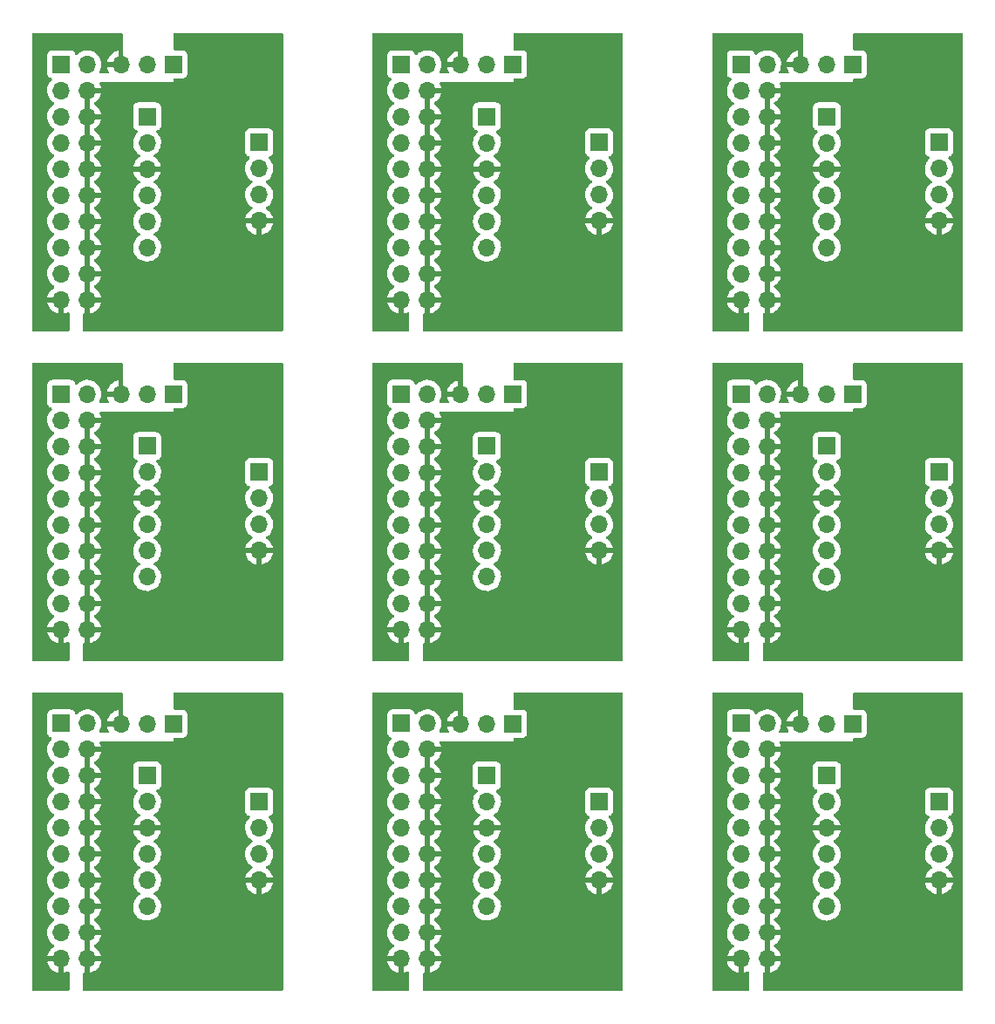
<source format=gbl>
%MOIN*%
%OFA0B0*%
%FSLAX46Y46*%
%IPPOS*%
%LPD*%
%ADD10R,0.066929133858267723X0.066929133858267723*%
%ADD11O,0.066929133858267723X0.066929133858267723*%
%ADD22R,0.066929133858267723X0.066929133858267723*%
%ADD23O,0.066929133858267723X0.066929133858267723*%
%ADD24R,0.066929133858267723X0.066929133858267723*%
%ADD25O,0.066929133858267723X0.066929133858267723*%
%ADD26R,0.066929133858267723X0.066929133858267723*%
%ADD27O,0.066929133858267723X0.066929133858267723*%
%ADD28R,0.066929133858267723X0.066929133858267723*%
%ADD29O,0.066929133858267723X0.066929133858267723*%
%ADD30R,0.066929133858267723X0.066929133858267723*%
%ADD31O,0.066929133858267723X0.066929133858267723*%
%ADD32R,0.066929133858267723X0.066929133858267723*%
%ADD33O,0.066929133858267723X0.066929133858267723*%
%ADD34R,0.066929133858267723X0.066929133858267723*%
%ADD35O,0.066929133858267723X0.066929133858267723*%
%ADD36R,0.066929133858267723X0.066929133858267723*%
%ADD37O,0.066929133858267723X0.066929133858267723*%
G01*
D10*
X0000000000Y0000000000D02*
X0000886811Y0000742519D03*
D11*
X0000886811Y0000642519D03*
X0000886811Y0000542519D03*
X0000886811Y0000442519D03*
D10*
X0000557874Y0001041338D03*
D11*
X0000457874Y0001041338D03*
X0000357874Y0001041338D03*
D10*
X0000458070Y0000841929D03*
D11*
X0000458070Y0000741929D03*
X0000458070Y0000641929D03*
X0000458070Y0000541929D03*
X0000458070Y0000441929D03*
X0000458070Y0000341929D03*
D10*
X0000129921Y0001041732D03*
D11*
X0000229921Y0001041732D03*
X0000129921Y0000941732D03*
X0000229921Y0000941732D03*
X0000129921Y0000841732D03*
X0000229921Y0000841732D03*
X0000129921Y0000741732D03*
X0000229921Y0000741732D03*
X0000129921Y0000641732D03*
X0000229921Y0000641732D03*
X0000129921Y0000541732D03*
X0000229921Y0000541732D03*
X0000129921Y0000441732D03*
X0000229921Y0000441732D03*
X0000129921Y0000341732D03*
X0000229921Y0000341732D03*
X0000129921Y0000241732D03*
X0000229921Y0000241732D03*
X0000129921Y0000141732D03*
X0000229921Y0000141732D03*
G36*
X0000976067Y0001160295D02*
G01*
X0000977898Y0001158182D01*
X0000978346Y0001156122D01*
X0000978346Y0000024980D01*
X0000977558Y0000022298D01*
X0000975446Y0000020467D01*
X0000973385Y0000020019D01*
X0000217559Y0000020019D01*
X0000214877Y0000020807D01*
X0000213046Y0000022919D01*
X0000212598Y0000024980D01*
X0000212598Y0000084622D01*
X0000213385Y0000087304D01*
X0000215498Y0000089134D01*
X0000218265Y0000089532D01*
X0000218547Y0000089483D01*
X0000219222Y0000089346D01*
X0000219775Y0000089393D01*
X0000219921Y0000089800D01*
X0000219921Y0000089822D01*
X0000239921Y0000089822D01*
X0000240081Y0000089277D01*
X0000240609Y0000089197D01*
X0000240873Y0000089230D01*
X0000241270Y0000089315D01*
X0000249301Y0000091724D01*
X0000249678Y0000091872D01*
X0000257208Y0000095561D01*
X0000257556Y0000095769D01*
X0000264382Y0000100638D01*
X0000264692Y0000100900D01*
X0000270631Y0000106818D01*
X0000270894Y0000107127D01*
X0000275787Y0000113936D01*
X0000275996Y0000114284D01*
X0000279711Y0000121800D01*
X0000279860Y0000122178D01*
X0000282298Y0000130200D01*
X0000282384Y0000130596D01*
X0000282440Y0000131025D01*
X0000282353Y0000131583D01*
X0000281835Y0000131732D01*
X0000240634Y0000131732D01*
X0000240034Y0000131556D01*
X0000239987Y0000131501D01*
X0000239921Y0000131198D01*
X0000239921Y0000089822D01*
X0000219921Y0000089822D01*
X0000219921Y0000152445D01*
X0000239921Y0000152445D01*
X0000240097Y0000151845D01*
X0000240152Y0000151798D01*
X0000240454Y0000151732D01*
X0000281824Y0000151732D01*
X0000282357Y0000151888D01*
X0000282408Y0000152246D01*
X0000280756Y0000158823D01*
X0000280625Y0000159207D01*
X0000277282Y0000166897D01*
X0000277090Y0000167254D01*
X0000272536Y0000174294D01*
X0000272288Y0000174615D01*
X0000266645Y0000180817D01*
X0000266349Y0000181093D01*
X0000259769Y0000186290D01*
X0000259431Y0000186515D01*
X0000257957Y0000187328D01*
X0000255990Y0000189314D01*
X0000255408Y0000192048D01*
X0000256397Y0000194662D01*
X0000257474Y0000195710D01*
X0000264382Y0000200638D01*
X0000264692Y0000200900D01*
X0000270631Y0000206818D01*
X0000270894Y0000207127D01*
X0000275787Y0000213936D01*
X0000275996Y0000214284D01*
X0000279711Y0000221800D01*
X0000279860Y0000222178D01*
X0000282298Y0000230200D01*
X0000282384Y0000230596D01*
X0000282440Y0000231025D01*
X0000282353Y0000231583D01*
X0000281835Y0000231732D01*
X0000240634Y0000231732D01*
X0000240034Y0000231556D01*
X0000239987Y0000231501D01*
X0000239921Y0000231198D01*
X0000239921Y0000152445D01*
X0000219921Y0000152445D01*
X0000219921Y0000252445D01*
X0000239921Y0000252445D01*
X0000240097Y0000251845D01*
X0000240152Y0000251798D01*
X0000240454Y0000251732D01*
X0000281824Y0000251732D01*
X0000282357Y0000251888D01*
X0000282408Y0000252246D01*
X0000280756Y0000258823D01*
X0000280625Y0000259207D01*
X0000277282Y0000266897D01*
X0000277090Y0000267254D01*
X0000272536Y0000274294D01*
X0000272288Y0000274615D01*
X0000266645Y0000280817D01*
X0000266349Y0000281093D01*
X0000259769Y0000286290D01*
X0000259431Y0000286515D01*
X0000257957Y0000287328D01*
X0000255990Y0000289314D01*
X0000255408Y0000292048D01*
X0000256397Y0000294662D01*
X0000257474Y0000295710D01*
X0000264382Y0000300638D01*
X0000264692Y0000300900D01*
X0000270631Y0000306818D01*
X0000270894Y0000307127D01*
X0000275787Y0000313936D01*
X0000275996Y0000314284D01*
X0000279711Y0000321800D01*
X0000279860Y0000322178D01*
X0000282298Y0000330200D01*
X0000282384Y0000330596D01*
X0000282440Y0000331025D01*
X0000282353Y0000331583D01*
X0000281835Y0000331732D01*
X0000240634Y0000331732D01*
X0000240034Y0000331556D01*
X0000239987Y0000331501D01*
X0000239921Y0000331198D01*
X0000239921Y0000252445D01*
X0000219921Y0000252445D01*
X0000219921Y0000343240D01*
X0000404419Y0000343240D01*
X0000404431Y0000343037D01*
X0000404431Y0000343037D01*
X0000404646Y0000339307D01*
X0000404925Y0000334460D01*
X0000404970Y0000334261D01*
X0000404970Y0000334261D01*
X0000405540Y0000331732D01*
X0000406859Y0000325880D01*
X0000410167Y0000317731D01*
X0000414763Y0000310232D01*
X0000420521Y0000303585D01*
X0000427288Y0000297967D01*
X0000434881Y0000293530D01*
X0000443098Y0000290392D01*
X0000443297Y0000290351D01*
X0000443297Y0000290351D01*
X0000447520Y0000289492D01*
X0000451716Y0000288639D01*
X0000451920Y0000288631D01*
X0000451920Y0000288631D01*
X0000460302Y0000288324D01*
X0000460302Y0000288324D01*
X0000460505Y0000288316D01*
X0000460706Y0000288342D01*
X0000460707Y0000288342D01*
X0000469027Y0000289408D01*
X0000469027Y0000289408D01*
X0000469228Y0000289434D01*
X0000469423Y0000289492D01*
X0000477457Y0000291903D01*
X0000477458Y0000291903D01*
X0000477652Y0000291961D01*
X0000485550Y0000295830D01*
X0000492711Y0000300938D01*
X0000498940Y0000307146D01*
X0000501283Y0000310405D01*
X0000503954Y0000314122D01*
X0000504072Y0000314288D01*
X0000507969Y0000322172D01*
X0000510526Y0000330587D01*
X0000511674Y0000339307D01*
X0000511738Y0000341929D01*
X0000511017Y0000350694D01*
X0000508875Y0000359224D01*
X0000505368Y0000367289D01*
X0000503815Y0000369690D01*
X0000500701Y0000374503D01*
X0000500701Y0000374503D01*
X0000500591Y0000374674D01*
X0000494672Y0000381179D01*
X0000494512Y0000381305D01*
X0000494512Y0000381305D01*
X0000487929Y0000386503D01*
X0000487929Y0000386504D01*
X0000487770Y0000386630D01*
X0000486143Y0000387527D01*
X0000484176Y0000389513D01*
X0000483594Y0000392247D01*
X0000484583Y0000394861D01*
X0000485660Y0000395909D01*
X0000487385Y0000397139D01*
X0000492711Y0000400938D01*
X0000493200Y0000401425D01*
X0000498796Y0000407002D01*
X0000498940Y0000407146D01*
X0000501283Y0000410405D01*
X0000503954Y0000414122D01*
X0000504072Y0000414288D01*
X0000507969Y0000422172D01*
X0000510526Y0000430587D01*
X0000510708Y0000431969D01*
X0000834380Y0000431969D01*
X0000835573Y0000426675D01*
X0000835694Y0000426288D01*
X0000838849Y0000418519D01*
X0000839032Y0000418157D01*
X0000843413Y0000411008D01*
X0000843652Y0000410681D01*
X0000849142Y0000404343D01*
X0000849432Y0000404059D01*
X0000855883Y0000398704D01*
X0000856215Y0000398471D01*
X0000863454Y0000394240D01*
X0000863820Y0000394065D01*
X0000871653Y0000391074D01*
X0000872043Y0000390961D01*
X0000876112Y0000390133D01*
X0000876665Y0000390180D01*
X0000876811Y0000390587D01*
X0000876811Y0000390609D01*
X0000896811Y0000390609D01*
X0000896971Y0000390064D01*
X0000897499Y0000389984D01*
X0000897763Y0000390018D01*
X0000898159Y0000390102D01*
X0000906191Y0000392512D01*
X0000906568Y0000392660D01*
X0000914098Y0000396348D01*
X0000914446Y0000396556D01*
X0000921272Y0000401425D01*
X0000921582Y0000401687D01*
X0000927521Y0000407605D01*
X0000927784Y0000407914D01*
X0000932677Y0000414723D01*
X0000932886Y0000415071D01*
X0000936601Y0000422587D01*
X0000936750Y0000422965D01*
X0000939188Y0000430987D01*
X0000939273Y0000431384D01*
X0000939330Y0000431812D01*
X0000939243Y0000432370D01*
X0000938725Y0000432519D01*
X0000897524Y0000432519D01*
X0000896924Y0000432343D01*
X0000896876Y0000432288D01*
X0000896811Y0000431986D01*
X0000896811Y0000390609D01*
X0000876811Y0000390609D01*
X0000876811Y0000431806D01*
X0000876634Y0000432406D01*
X0000876580Y0000432453D01*
X0000876277Y0000432519D01*
X0000834969Y0000432519D01*
X0000834436Y0000432363D01*
X0000834380Y0000431969D01*
X0000510708Y0000431969D01*
X0000511674Y0000439307D01*
X0000511738Y0000441929D01*
X0000511017Y0000450694D01*
X0000508875Y0000459224D01*
X0000505368Y0000467289D01*
X0000503815Y0000469690D01*
X0000500701Y0000474503D01*
X0000500701Y0000474503D01*
X0000500591Y0000474674D01*
X0000494672Y0000481179D01*
X0000494512Y0000481305D01*
X0000494512Y0000481305D01*
X0000487929Y0000486503D01*
X0000487929Y0000486504D01*
X0000487770Y0000486630D01*
X0000486143Y0000487527D01*
X0000484176Y0000489513D01*
X0000483594Y0000492247D01*
X0000484583Y0000494861D01*
X0000485660Y0000495909D01*
X0000487385Y0000497139D01*
X0000492711Y0000500938D01*
X0000498940Y0000507146D01*
X0000499483Y0000507901D01*
X0000503954Y0000514122D01*
X0000504072Y0000514288D01*
X0000504364Y0000514878D01*
X0000507879Y0000521990D01*
X0000507879Y0000521990D01*
X0000507969Y0000522172D01*
X0000510526Y0000530587D01*
X0000511674Y0000539307D01*
X0000511677Y0000539439D01*
X0000511735Y0000541796D01*
X0000511735Y0000541796D01*
X0000511738Y0000541929D01*
X0000511582Y0000543830D01*
X0000833159Y0000543830D01*
X0000833171Y0000543628D01*
X0000833171Y0000543627D01*
X0000833420Y0000539307D01*
X0000833665Y0000535050D01*
X0000833710Y0000534851D01*
X0000833710Y0000534851D01*
X0000833798Y0000534460D01*
X0000835599Y0000526470D01*
X0000838908Y0000518322D01*
X0000843503Y0000510823D01*
X0000849261Y0000504175D01*
X0000856028Y0000498557D01*
X0000856816Y0000498097D01*
X0000858935Y0000496859D01*
X0000860853Y0000494826D01*
X0000861368Y0000492078D01*
X0000860315Y0000489489D01*
X0000858722Y0000488176D01*
X0000858403Y0000488010D01*
X0000858060Y0000487793D01*
X0000851355Y0000482759D01*
X0000851052Y0000482490D01*
X0000845259Y0000476428D01*
X0000845004Y0000476113D01*
X0000840279Y0000469187D01*
X0000840078Y0000468833D01*
X0000836548Y0000461229D01*
X0000836408Y0000460847D01*
X0000834227Y0000452984D01*
X0000834287Y0000452653D01*
X0000834775Y0000452519D01*
X0000938714Y0000452519D01*
X0000939247Y0000452676D01*
X0000939298Y0000453033D01*
X0000937646Y0000459611D01*
X0000937515Y0000459995D01*
X0000934172Y0000467684D01*
X0000933980Y0000468041D01*
X0000929426Y0000475081D01*
X0000929178Y0000475403D01*
X0000923535Y0000481604D01*
X0000923239Y0000481881D01*
X0000916659Y0000487077D01*
X0000916321Y0000487302D01*
X0000914866Y0000488105D01*
X0000912898Y0000490091D01*
X0000912317Y0000492825D01*
X0000913306Y0000495439D01*
X0000914382Y0000496486D01*
X0000916640Y0000498097D01*
X0000921451Y0000501528D01*
X0000927680Y0000507736D01*
X0000930023Y0000510996D01*
X0000932694Y0000514713D01*
X0000932813Y0000514878D01*
X0000936327Y0000521990D01*
X0000936619Y0000522580D01*
X0000936619Y0000522580D01*
X0000936709Y0000522763D01*
X0000938969Y0000530200D01*
X0000939207Y0000530983D01*
X0000939207Y0000530983D01*
X0000939266Y0000531178D01*
X0000940414Y0000539898D01*
X0000940464Y0000541929D01*
X0000940475Y0000542387D01*
X0000940475Y0000542387D01*
X0000940478Y0000542519D01*
X0000939757Y0000551285D01*
X0000937615Y0000559814D01*
X0000934108Y0000567880D01*
X0000929823Y0000574503D01*
X0000929441Y0000575093D01*
X0000929441Y0000575093D01*
X0000929331Y0000575264D01*
X0000923412Y0000581769D01*
X0000923252Y0000581895D01*
X0000923252Y0000581895D01*
X0000916669Y0000587094D01*
X0000916669Y0000587094D01*
X0000916510Y0000587220D01*
X0000914883Y0000588118D01*
X0000912916Y0000590103D01*
X0000912335Y0000592837D01*
X0000913323Y0000595452D01*
X0000914400Y0000596499D01*
X0000916126Y0000597730D01*
X0000921451Y0000601528D01*
X0000927680Y0000607736D01*
X0000930023Y0000610996D01*
X0000932694Y0000614713D01*
X0000932813Y0000614878D01*
X0000934141Y0000617567D01*
X0000936619Y0000622580D01*
X0000936619Y0000622580D01*
X0000936709Y0000622763D01*
X0000939266Y0000631178D01*
X0000940414Y0000639897D01*
X0000940478Y0000642519D01*
X0000939757Y0000651285D01*
X0000937615Y0000659814D01*
X0000934108Y0000667880D01*
X0000929831Y0000674491D01*
X0000929441Y0000675093D01*
X0000929441Y0000675093D01*
X0000929331Y0000675264D01*
X0000929096Y0000675522D01*
X0000923535Y0000681634D01*
X0000922312Y0000684147D01*
X0000922643Y0000686923D01*
X0000924421Y0000689079D01*
X0000925463Y0000689617D01*
X0000929657Y0000691190D01*
X0000929988Y0000691314D01*
X0000934577Y0000694753D01*
X0000938016Y0000699342D01*
X0000940029Y0000704711D01*
X0000940295Y0000707160D01*
X0000940295Y0000777879D01*
X0000940029Y0000780327D01*
X0000938016Y0000785697D01*
X0000934577Y0000790285D01*
X0000929988Y0000793725D01*
X0000924618Y0000795737D01*
X0000922170Y0000796003D01*
X0000851451Y0000796003D01*
X0000849003Y0000795737D01*
X0000843633Y0000793725D01*
X0000839044Y0000790285D01*
X0000835605Y0000785697D01*
X0000833592Y0000780327D01*
X0000833326Y0000777879D01*
X0000833326Y0000707160D01*
X0000833592Y0000704711D01*
X0000835605Y0000699342D01*
X0000839044Y0000694753D01*
X0000843633Y0000691314D01*
X0000843964Y0000691190D01*
X0000843964Y0000691190D01*
X0000848246Y0000689585D01*
X0000850480Y0000687906D01*
X0000851453Y0000685285D01*
X0000850854Y0000682555D01*
X0000850091Y0000681513D01*
X0000845103Y0000676293D01*
X0000844988Y0000676125D01*
X0000844988Y0000676125D01*
X0000843739Y0000674294D01*
X0000840147Y0000669028D01*
X0000836444Y0000661050D01*
X0000834094Y0000652575D01*
X0000833159Y0000643830D01*
X0000833171Y0000643627D01*
X0000833171Y0000643627D01*
X0000833386Y0000639897D01*
X0000833665Y0000635050D01*
X0000833710Y0000634851D01*
X0000833710Y0000634851D01*
X0000834369Y0000631929D01*
X0000835599Y0000626470D01*
X0000838908Y0000618322D01*
X0000843503Y0000610823D01*
X0000849261Y0000604175D01*
X0000856028Y0000598557D01*
X0000857187Y0000597880D01*
X0000858915Y0000596871D01*
X0000860833Y0000594838D01*
X0000861348Y0000592090D01*
X0000860295Y0000589501D01*
X0000858702Y0000588187D01*
X0000858212Y0000587932D01*
X0000858050Y0000587810D01*
X0000858050Y0000587810D01*
X0000851342Y0000582774D01*
X0000851179Y0000582652D01*
X0000845103Y0000576293D01*
X0000840147Y0000569028D01*
X0000836444Y0000561050D01*
X0000834094Y0000552575D01*
X0000833159Y0000543830D01*
X0000511582Y0000543830D01*
X0000511017Y0000550694D01*
X0000508875Y0000559224D01*
X0000505368Y0000567289D01*
X0000503815Y0000569690D01*
X0000500701Y0000574503D01*
X0000500701Y0000574503D01*
X0000500591Y0000574674D01*
X0000494672Y0000581179D01*
X0000494512Y0000581305D01*
X0000494512Y0000581305D01*
X0000487929Y0000586503D01*
X0000487929Y0000586504D01*
X0000487770Y0000586630D01*
X0000486124Y0000587538D01*
X0000484157Y0000589523D01*
X0000483575Y0000592257D01*
X0000484564Y0000594872D01*
X0000485641Y0000595919D01*
X0000492532Y0000600834D01*
X0000492842Y0000601096D01*
X0000498781Y0000607015D01*
X0000499044Y0000607324D01*
X0000503937Y0000614133D01*
X0000504146Y0000614480D01*
X0000507861Y0000621997D01*
X0000508010Y0000622375D01*
X0000510447Y0000630397D01*
X0000510533Y0000630793D01*
X0000510590Y0000631221D01*
X0000510502Y0000631780D01*
X0000509984Y0000631929D01*
X0000406229Y0000631929D01*
X0000405696Y0000631772D01*
X0000405640Y0000631379D01*
X0000406833Y0000626084D01*
X0000406954Y0000625697D01*
X0000410109Y0000617929D01*
X0000410291Y0000617567D01*
X0000414672Y0000610417D01*
X0000414912Y0000610090D01*
X0000420402Y0000603753D01*
X0000420692Y0000603469D01*
X0000427143Y0000598113D01*
X0000427475Y0000597880D01*
X0000430195Y0000596291D01*
X0000432113Y0000594258D01*
X0000432628Y0000591510D01*
X0000431576Y0000588921D01*
X0000429983Y0000587608D01*
X0000429472Y0000587342D01*
X0000429310Y0000587220D01*
X0000429309Y0000587220D01*
X0000422602Y0000582183D01*
X0000422439Y0000582061D01*
X0000422298Y0000581914D01*
X0000417068Y0000576440D01*
X0000416363Y0000575703D01*
X0000416248Y0000575535D01*
X0000416248Y0000575535D01*
X0000415544Y0000574503D01*
X0000411407Y0000568437D01*
X0000410857Y0000567254D01*
X0000407887Y0000560854D01*
X0000407704Y0000560460D01*
X0000405353Y0000551985D01*
X0000404419Y0000543240D01*
X0000404431Y0000543037D01*
X0000404431Y0000543037D01*
X0000404646Y0000539307D01*
X0000404925Y0000534460D01*
X0000404970Y0000534261D01*
X0000404970Y0000534261D01*
X0000405540Y0000531732D01*
X0000406859Y0000525880D01*
X0000410167Y0000517731D01*
X0000414763Y0000510232D01*
X0000420521Y0000503585D01*
X0000427288Y0000497967D01*
X0000429821Y0000496486D01*
X0000430175Y0000496280D01*
X0000432093Y0000494247D01*
X0000432607Y0000491500D01*
X0000431555Y0000488910D01*
X0000429962Y0000487597D01*
X0000429472Y0000487342D01*
X0000429310Y0000487220D01*
X0000429309Y0000487220D01*
X0000423369Y0000482759D01*
X0000422439Y0000482061D01*
X0000422298Y0000481914D01*
X0000417056Y0000476428D01*
X0000416363Y0000475703D01*
X0000416248Y0000475535D01*
X0000416248Y0000475535D01*
X0000415544Y0000474503D01*
X0000411407Y0000468437D01*
X0000410857Y0000467254D01*
X0000408061Y0000461229D01*
X0000407704Y0000460460D01*
X0000405353Y0000451985D01*
X0000404419Y0000443240D01*
X0000404431Y0000443037D01*
X0000404431Y0000443037D01*
X0000404646Y0000439307D01*
X0000404925Y0000434460D01*
X0000404970Y0000434261D01*
X0000404970Y0000434261D01*
X0000405483Y0000431986D01*
X0000406859Y0000425880D01*
X0000408362Y0000422178D01*
X0000409994Y0000418157D01*
X0000410167Y0000417731D01*
X0000414763Y0000410232D01*
X0000420521Y0000403585D01*
X0000427288Y0000397967D01*
X0000429702Y0000396556D01*
X0000430175Y0000396280D01*
X0000432093Y0000394247D01*
X0000432607Y0000391500D01*
X0000431555Y0000388910D01*
X0000429962Y0000387597D01*
X0000429472Y0000387342D01*
X0000429310Y0000387220D01*
X0000429309Y0000387220D01*
X0000422602Y0000382183D01*
X0000422439Y0000382061D01*
X0000416363Y0000375703D01*
X0000416248Y0000375535D01*
X0000416248Y0000375535D01*
X0000415544Y0000374503D01*
X0000411407Y0000368437D01*
X0000407704Y0000360460D01*
X0000405353Y0000351985D01*
X0000404419Y0000343240D01*
X0000219921Y0000343240D01*
X0000219921Y0000352445D01*
X0000239921Y0000352445D01*
X0000240097Y0000351845D01*
X0000240152Y0000351798D01*
X0000240454Y0000351732D01*
X0000281824Y0000351732D01*
X0000282357Y0000351888D01*
X0000282408Y0000352246D01*
X0000280756Y0000358823D01*
X0000280625Y0000359207D01*
X0000277282Y0000366897D01*
X0000277090Y0000367254D01*
X0000272536Y0000374294D01*
X0000272288Y0000374615D01*
X0000266645Y0000380817D01*
X0000266349Y0000381093D01*
X0000259769Y0000386290D01*
X0000259431Y0000386515D01*
X0000257957Y0000387328D01*
X0000255990Y0000389314D01*
X0000255408Y0000392048D01*
X0000256397Y0000394662D01*
X0000257474Y0000395710D01*
X0000264382Y0000400638D01*
X0000264692Y0000400900D01*
X0000270631Y0000406818D01*
X0000270894Y0000407127D01*
X0000275787Y0000413936D01*
X0000275996Y0000414284D01*
X0000279711Y0000421800D01*
X0000279860Y0000422178D01*
X0000282298Y0000430200D01*
X0000282384Y0000430596D01*
X0000282440Y0000431025D01*
X0000282353Y0000431583D01*
X0000281835Y0000431732D01*
X0000240634Y0000431732D01*
X0000240034Y0000431556D01*
X0000239987Y0000431501D01*
X0000239921Y0000431198D01*
X0000239921Y0000352445D01*
X0000219921Y0000352445D01*
X0000219921Y0000452445D01*
X0000239921Y0000452445D01*
X0000240097Y0000451845D01*
X0000240152Y0000451798D01*
X0000240454Y0000451732D01*
X0000281824Y0000451732D01*
X0000282357Y0000451888D01*
X0000282408Y0000452246D01*
X0000280756Y0000458823D01*
X0000280625Y0000459207D01*
X0000277282Y0000466897D01*
X0000277090Y0000467254D01*
X0000272536Y0000474294D01*
X0000272288Y0000474615D01*
X0000266645Y0000480817D01*
X0000266349Y0000481093D01*
X0000259769Y0000486290D01*
X0000259431Y0000486515D01*
X0000257957Y0000487328D01*
X0000255990Y0000489314D01*
X0000255408Y0000492048D01*
X0000256397Y0000494662D01*
X0000257474Y0000495710D01*
X0000264382Y0000500638D01*
X0000264692Y0000500900D01*
X0000270631Y0000506818D01*
X0000270894Y0000507127D01*
X0000275787Y0000513936D01*
X0000275996Y0000514284D01*
X0000279711Y0000521800D01*
X0000279860Y0000522178D01*
X0000282298Y0000530200D01*
X0000282384Y0000530596D01*
X0000282440Y0000531025D01*
X0000282353Y0000531583D01*
X0000281835Y0000531732D01*
X0000240634Y0000531732D01*
X0000240034Y0000531556D01*
X0000239987Y0000531501D01*
X0000239921Y0000531198D01*
X0000239921Y0000452445D01*
X0000219921Y0000452445D01*
X0000219921Y0000552445D01*
X0000239921Y0000552445D01*
X0000240097Y0000551845D01*
X0000240152Y0000551798D01*
X0000240454Y0000551732D01*
X0000281824Y0000551732D01*
X0000282357Y0000551888D01*
X0000282408Y0000552246D01*
X0000280756Y0000558823D01*
X0000280625Y0000559207D01*
X0000277282Y0000566897D01*
X0000277090Y0000567254D01*
X0000272536Y0000574294D01*
X0000272288Y0000574615D01*
X0000266645Y0000580817D01*
X0000266349Y0000581093D01*
X0000259769Y0000586290D01*
X0000259431Y0000586515D01*
X0000257957Y0000587328D01*
X0000255990Y0000589314D01*
X0000255408Y0000592048D01*
X0000256397Y0000594662D01*
X0000257474Y0000595710D01*
X0000264382Y0000600638D01*
X0000264692Y0000600900D01*
X0000270631Y0000606818D01*
X0000270894Y0000607127D01*
X0000275787Y0000613936D01*
X0000275996Y0000614284D01*
X0000279711Y0000621800D01*
X0000279860Y0000622178D01*
X0000282298Y0000630200D01*
X0000282384Y0000630596D01*
X0000282440Y0000631025D01*
X0000282353Y0000631583D01*
X0000281835Y0000631732D01*
X0000240634Y0000631732D01*
X0000240034Y0000631556D01*
X0000239987Y0000631501D01*
X0000239921Y0000631198D01*
X0000239921Y0000552445D01*
X0000219921Y0000552445D01*
X0000219921Y0000652445D01*
X0000239921Y0000652445D01*
X0000240097Y0000651845D01*
X0000240152Y0000651798D01*
X0000240454Y0000651732D01*
X0000281824Y0000651732D01*
X0000282357Y0000651888D01*
X0000282408Y0000652246D01*
X0000280756Y0000658823D01*
X0000280625Y0000659207D01*
X0000277282Y0000666897D01*
X0000277090Y0000667254D01*
X0000272536Y0000674294D01*
X0000272288Y0000674615D01*
X0000266645Y0000680817D01*
X0000266349Y0000681093D01*
X0000259769Y0000686290D01*
X0000259431Y0000686515D01*
X0000257957Y0000687328D01*
X0000255990Y0000689314D01*
X0000255408Y0000692048D01*
X0000256397Y0000694662D01*
X0000257474Y0000695710D01*
X0000264382Y0000700638D01*
X0000264692Y0000700900D01*
X0000270631Y0000706818D01*
X0000270894Y0000707127D01*
X0000275787Y0000713936D01*
X0000275996Y0000714284D01*
X0000279711Y0000721800D01*
X0000279860Y0000722178D01*
X0000282298Y0000730200D01*
X0000282384Y0000730596D01*
X0000282440Y0000731025D01*
X0000282353Y0000731583D01*
X0000281835Y0000731732D01*
X0000240634Y0000731732D01*
X0000240034Y0000731556D01*
X0000239987Y0000731501D01*
X0000239921Y0000731198D01*
X0000239921Y0000652445D01*
X0000219921Y0000652445D01*
X0000219921Y0000743240D01*
X0000404419Y0000743240D01*
X0000404431Y0000743037D01*
X0000404431Y0000743037D01*
X0000404646Y0000739307D01*
X0000404925Y0000734460D01*
X0000404970Y0000734261D01*
X0000404970Y0000734261D01*
X0000405540Y0000731732D01*
X0000406859Y0000725880D01*
X0000410167Y0000717731D01*
X0000414763Y0000710232D01*
X0000420521Y0000703585D01*
X0000427288Y0000697967D01*
X0000430195Y0000696268D01*
X0000432113Y0000694235D01*
X0000432627Y0000691488D01*
X0000431575Y0000688898D01*
X0000429982Y0000687585D01*
X0000429663Y0000687419D01*
X0000429320Y0000687203D01*
X0000422615Y0000682169D01*
X0000422312Y0000681899D01*
X0000416519Y0000675837D01*
X0000416263Y0000675522D01*
X0000411539Y0000668596D01*
X0000411338Y0000668243D01*
X0000407808Y0000660638D01*
X0000407668Y0000660257D01*
X0000405487Y0000652394D01*
X0000405547Y0000652062D01*
X0000406035Y0000651929D01*
X0000509974Y0000651929D01*
X0000510506Y0000652085D01*
X0000510558Y0000652443D01*
X0000508906Y0000659020D01*
X0000508775Y0000659404D01*
X0000505431Y0000667093D01*
X0000505240Y0000667451D01*
X0000500686Y0000674491D01*
X0000500438Y0000674812D01*
X0000494795Y0000681014D01*
X0000494498Y0000681290D01*
X0000487918Y0000686487D01*
X0000487580Y0000686711D01*
X0000486126Y0000687514D01*
X0000484158Y0000689500D01*
X0000483577Y0000692234D01*
X0000484565Y0000694848D01*
X0000485642Y0000695896D01*
X0000486566Y0000696555D01*
X0000492711Y0000700938D01*
X0000498940Y0000707146D01*
X0000501283Y0000710405D01*
X0000503954Y0000714122D01*
X0000504072Y0000714288D01*
X0000507969Y0000722172D01*
X0000510526Y0000730587D01*
X0000511674Y0000739307D01*
X0000511738Y0000741929D01*
X0000511017Y0000750694D01*
X0000508875Y0000759224D01*
X0000505368Y0000767289D01*
X0000503815Y0000769690D01*
X0000500701Y0000774503D01*
X0000500701Y0000774503D01*
X0000500591Y0000774674D01*
X0000500454Y0000774824D01*
X0000494795Y0000781043D01*
X0000493572Y0000783557D01*
X0000493903Y0000786332D01*
X0000495681Y0000788489D01*
X0000496722Y0000789027D01*
X0000500917Y0000790599D01*
X0000501248Y0000790723D01*
X0000505837Y0000794162D01*
X0000509276Y0000798751D01*
X0000511289Y0000804121D01*
X0000511555Y0000806569D01*
X0000511555Y0000877288D01*
X0000511289Y0000879736D01*
X0000509276Y0000885106D01*
X0000505837Y0000889695D01*
X0000501248Y0000893134D01*
X0000495878Y0000895147D01*
X0000493430Y0000895413D01*
X0000422711Y0000895413D01*
X0000420263Y0000895147D01*
X0000414893Y0000893134D01*
X0000410304Y0000889695D01*
X0000406865Y0000885106D01*
X0000404852Y0000879736D01*
X0000404586Y0000877288D01*
X0000404586Y0000806569D01*
X0000404852Y0000804121D01*
X0000406865Y0000798751D01*
X0000410304Y0000794162D01*
X0000414893Y0000790723D01*
X0000415224Y0000790599D01*
X0000415224Y0000790599D01*
X0000419505Y0000788994D01*
X0000421740Y0000787315D01*
X0000422713Y0000784695D01*
X0000422114Y0000781965D01*
X0000421351Y0000780922D01*
X0000416363Y0000775703D01*
X0000416248Y0000775535D01*
X0000416248Y0000775535D01*
X0000415544Y0000774503D01*
X0000411407Y0000768437D01*
X0000407704Y0000760460D01*
X0000405353Y0000751985D01*
X0000404419Y0000743240D01*
X0000219921Y0000743240D01*
X0000219921Y0000752445D01*
X0000239921Y0000752445D01*
X0000240097Y0000751845D01*
X0000240152Y0000751798D01*
X0000240454Y0000751732D01*
X0000281824Y0000751732D01*
X0000282357Y0000751888D01*
X0000282408Y0000752246D01*
X0000280756Y0000758823D01*
X0000280625Y0000759207D01*
X0000277282Y0000766897D01*
X0000277090Y0000767254D01*
X0000272536Y0000774294D01*
X0000272288Y0000774615D01*
X0000266645Y0000780817D01*
X0000266349Y0000781093D01*
X0000259769Y0000786290D01*
X0000259431Y0000786515D01*
X0000257957Y0000787328D01*
X0000255990Y0000789314D01*
X0000255408Y0000792048D01*
X0000256397Y0000794662D01*
X0000257474Y0000795710D01*
X0000264382Y0000800638D01*
X0000264692Y0000800900D01*
X0000270631Y0000806818D01*
X0000270894Y0000807127D01*
X0000275787Y0000813936D01*
X0000275996Y0000814284D01*
X0000279711Y0000821800D01*
X0000279860Y0000822178D01*
X0000282298Y0000830200D01*
X0000282384Y0000830596D01*
X0000282440Y0000831025D01*
X0000282353Y0000831583D01*
X0000281835Y0000831732D01*
X0000240634Y0000831732D01*
X0000240034Y0000831556D01*
X0000239987Y0000831501D01*
X0000239921Y0000831198D01*
X0000239921Y0000752445D01*
X0000219921Y0000752445D01*
X0000219921Y0000852445D01*
X0000239921Y0000852445D01*
X0000240097Y0000851845D01*
X0000240152Y0000851798D01*
X0000240454Y0000851732D01*
X0000281824Y0000851732D01*
X0000282357Y0000851888D01*
X0000282408Y0000852246D01*
X0000280756Y0000858823D01*
X0000280625Y0000859207D01*
X0000277282Y0000866897D01*
X0000277090Y0000867254D01*
X0000272536Y0000874294D01*
X0000272288Y0000874615D01*
X0000266645Y0000880817D01*
X0000266349Y0000881093D01*
X0000259769Y0000886290D01*
X0000259431Y0000886515D01*
X0000257957Y0000887328D01*
X0000255990Y0000889314D01*
X0000255408Y0000892048D01*
X0000256397Y0000894662D01*
X0000257474Y0000895710D01*
X0000264382Y0000900638D01*
X0000264692Y0000900900D01*
X0000270631Y0000906818D01*
X0000270894Y0000907127D01*
X0000275787Y0000913936D01*
X0000275996Y0000914284D01*
X0000279711Y0000921800D01*
X0000279860Y0000922178D01*
X0000282298Y0000930200D01*
X0000282384Y0000930596D01*
X0000282440Y0000931025D01*
X0000282353Y0000931583D01*
X0000281835Y0000931732D01*
X0000240634Y0000931732D01*
X0000240034Y0000931556D01*
X0000239987Y0000931501D01*
X0000239921Y0000931198D01*
X0000239921Y0000852445D01*
X0000219921Y0000852445D01*
X0000219921Y0000946771D01*
X0000220708Y0000949453D01*
X0000222821Y0000951284D01*
X0000224881Y0000951732D01*
X0000281824Y0000951732D01*
X0000282357Y0000951888D01*
X0000282408Y0000952246D01*
X0000280756Y0000958823D01*
X0000280625Y0000959207D01*
X0000277375Y0000966683D01*
X0000277028Y0000969456D01*
X0000278235Y0000971977D01*
X0000280614Y0000973445D01*
X0000281924Y0000973622D01*
X0000559055Y0000973622D01*
X0000559055Y0000982893D01*
X0000559842Y0000985575D01*
X0000561955Y0000987406D01*
X0000564015Y0000987854D01*
X0000593233Y0000987854D01*
X0000595681Y0000988120D01*
X0000601051Y0000990133D01*
X0000605640Y0000993572D01*
X0000609079Y0000998161D01*
X0000611092Y0001003530D01*
X0000611358Y0001005978D01*
X0000611358Y0001076698D01*
X0000611092Y0001079146D01*
X0000609079Y0001084515D01*
X0000605640Y0001089104D01*
X0000601051Y0001092543D01*
X0000595681Y0001094556D01*
X0000593233Y0001094822D01*
X0000564015Y0001094822D01*
X0000561333Y0001095610D01*
X0000559503Y0001097722D01*
X0000559055Y0001099783D01*
X0000559055Y0001156122D01*
X0000559842Y0001158803D01*
X0000561955Y0001160634D01*
X0000564015Y0001161082D01*
X0000973385Y0001161082D01*
X0000976067Y0001160295D01*
G37*
G36*
X0000364059Y0001160295D02*
G01*
X0000365890Y0001158182D01*
X0000366338Y0001156122D01*
X0000366338Y0001032969D01*
X0000364974Y0001031786D01*
X0000362913Y0001031338D01*
X0000306032Y0001031338D01*
X0000305499Y0001031182D01*
X0000305443Y0001030788D01*
X0000306636Y0001025494D01*
X0000306757Y0001025107D01*
X0000309912Y0001017338D01*
X0000310095Y0001016976D01*
X0000312009Y0001013851D01*
X0000312739Y0001011153D01*
X0000311894Y0001008489D01*
X0000309743Y0001006704D01*
X0000307780Y0001006299D01*
X0000279989Y0001006299D01*
X0000277307Y0001007086D01*
X0000275477Y0001009199D01*
X0000275079Y0001011965D01*
X0000275737Y0001013814D01*
X0000275804Y0001013926D01*
X0000275923Y0001014091D01*
X0000279820Y0001021975D01*
X0000282376Y0001030390D01*
X0000283524Y0001039110D01*
X0000283588Y0001041732D01*
X0000282868Y0001050497D01*
X0000282540Y0001051803D01*
X0000305290Y0001051803D01*
X0000305350Y0001051472D01*
X0000305838Y0001051338D01*
X0000347160Y0001051338D01*
X0000347760Y0001051514D01*
X0000347808Y0001051569D01*
X0000347874Y0001051871D01*
X0000347874Y0001093184D01*
X0000347719Y0001093710D01*
X0000347157Y0001093788D01*
X0000345642Y0001093556D01*
X0000345247Y0001093462D01*
X0000337278Y0001090857D01*
X0000336903Y0001090700D01*
X0000329467Y0001086829D01*
X0000329123Y0001086612D01*
X0000322418Y0001081578D01*
X0000322115Y0001081309D01*
X0000316322Y0001075247D01*
X0000316067Y0001074932D01*
X0000311342Y0001068005D01*
X0000311141Y0001067652D01*
X0000307611Y0001060047D01*
X0000307471Y0001059666D01*
X0000305290Y0001051803D01*
X0000282540Y0001051803D01*
X0000280725Y0001059027D01*
X0000277218Y0001067092D01*
X0000272441Y0001074477D01*
X0000266522Y0001080982D01*
X0000266362Y0001081108D01*
X0000266362Y0001081108D01*
X0000259780Y0001086307D01*
X0000259779Y0001086307D01*
X0000259620Y0001086433D01*
X0000251920Y0001090683D01*
X0000251729Y0001090751D01*
X0000251728Y0001090751D01*
X0000243822Y0001093551D01*
X0000243822Y0001093551D01*
X0000243630Y0001093619D01*
X0000243429Y0001093655D01*
X0000243429Y0001093655D01*
X0000235172Y0001095125D01*
X0000235171Y0001095126D01*
X0000234971Y0001095161D01*
X0000232065Y0001095197D01*
X0000226381Y0001095266D01*
X0000226381Y0001095266D01*
X0000226177Y0001095269D01*
X0000217483Y0001093938D01*
X0000209124Y0001091206D01*
X0000201323Y0001087145D01*
X0000201160Y0001087023D01*
X0000201160Y0001087023D01*
X0000194452Y0001081987D01*
X0000194289Y0001081864D01*
X0000192068Y0001079540D01*
X0000191113Y0001078540D01*
X0000188691Y0001077145D01*
X0000185899Y0001077282D01*
X0000183624Y0001078905D01*
X0000182882Y0001080226D01*
X0000181250Y0001084578D01*
X0000181126Y0001084909D01*
X0000177687Y0001089498D01*
X0000173098Y0001092937D01*
X0000167728Y0001094950D01*
X0000165280Y0001095216D01*
X0000094561Y0001095216D01*
X0000092113Y0001094950D01*
X0000086743Y0001092937D01*
X0000082155Y0001089498D01*
X0000078715Y0001084909D01*
X0000076702Y0001079540D01*
X0000076437Y0001077091D01*
X0000076437Y0001006372D01*
X0000076702Y0001003924D01*
X0000078715Y0000998554D01*
X0000082155Y0000993966D01*
X0000086743Y0000990526D01*
X0000087074Y0000990402D01*
X0000087075Y0000990402D01*
X0000091356Y0000988797D01*
X0000093591Y0000987119D01*
X0000094563Y0000984498D01*
X0000093964Y0000981768D01*
X0000093201Y0000980725D01*
X0000088213Y0000975506D01*
X0000083257Y0000968240D01*
X0000079554Y0000960263D01*
X0000077204Y0000951788D01*
X0000076269Y0000943043D01*
X0000076775Y0000934263D01*
X0000076820Y0000934064D01*
X0000076820Y0000934064D01*
X0000077648Y0000930390D01*
X0000078709Y0000925683D01*
X0000082018Y0000917534D01*
X0000086613Y0000910035D01*
X0000092372Y0000903388D01*
X0000099138Y0000897770D01*
X0000101913Y0000896149D01*
X0000102025Y0000896083D01*
X0000103943Y0000894050D01*
X0000104458Y0000891303D01*
X0000103405Y0000888713D01*
X0000101813Y0000887400D01*
X0000101323Y0000887145D01*
X0000101160Y0000887023D01*
X0000101160Y0000887023D01*
X0000094452Y0000881987D01*
X0000094289Y0000881864D01*
X0000088213Y0000875506D01*
X0000083257Y0000868240D01*
X0000079554Y0000860263D01*
X0000077204Y0000851788D01*
X0000076269Y0000843043D01*
X0000076775Y0000834263D01*
X0000076820Y0000834064D01*
X0000076820Y0000834064D01*
X0000077648Y0000830390D01*
X0000078709Y0000825683D01*
X0000082018Y0000817534D01*
X0000086613Y0000810035D01*
X0000092372Y0000803388D01*
X0000099138Y0000797770D01*
X0000101913Y0000796149D01*
X0000102025Y0000796083D01*
X0000103943Y0000794050D01*
X0000104458Y0000791303D01*
X0000103405Y0000788713D01*
X0000101813Y0000787400D01*
X0000101323Y0000787145D01*
X0000101160Y0000787023D01*
X0000101160Y0000787023D01*
X0000094452Y0000781987D01*
X0000094289Y0000781864D01*
X0000088213Y0000775506D01*
X0000083257Y0000768240D01*
X0000079554Y0000760263D01*
X0000077204Y0000751788D01*
X0000076269Y0000743043D01*
X0000076775Y0000734263D01*
X0000076820Y0000734064D01*
X0000076820Y0000734064D01*
X0000077648Y0000730390D01*
X0000078709Y0000725683D01*
X0000082018Y0000717534D01*
X0000086613Y0000710035D01*
X0000092372Y0000703388D01*
X0000099138Y0000697770D01*
X0000101913Y0000696149D01*
X0000102025Y0000696083D01*
X0000103943Y0000694050D01*
X0000104458Y0000691303D01*
X0000103405Y0000688713D01*
X0000101813Y0000687400D01*
X0000101323Y0000687145D01*
X0000101160Y0000687023D01*
X0000101160Y0000687023D01*
X0000094452Y0000681987D01*
X0000094289Y0000681864D01*
X0000088213Y0000675506D01*
X0000083257Y0000668240D01*
X0000079554Y0000660263D01*
X0000077204Y0000651788D01*
X0000076269Y0000643043D01*
X0000076775Y0000634263D01*
X0000076820Y0000634064D01*
X0000076820Y0000634064D01*
X0000077648Y0000630390D01*
X0000078709Y0000625683D01*
X0000082018Y0000617534D01*
X0000086613Y0000610035D01*
X0000092372Y0000603388D01*
X0000099138Y0000597770D01*
X0000101913Y0000596149D01*
X0000102025Y0000596083D01*
X0000103943Y0000594050D01*
X0000104458Y0000591303D01*
X0000103405Y0000588713D01*
X0000101813Y0000587400D01*
X0000101323Y0000587145D01*
X0000101160Y0000587023D01*
X0000101160Y0000587023D01*
X0000094452Y0000581987D01*
X0000094289Y0000581864D01*
X0000088213Y0000575506D01*
X0000083257Y0000568240D01*
X0000079554Y0000560263D01*
X0000077204Y0000551788D01*
X0000076269Y0000543043D01*
X0000076775Y0000534263D01*
X0000076820Y0000534064D01*
X0000076820Y0000534064D01*
X0000077648Y0000530390D01*
X0000078709Y0000525683D01*
X0000082018Y0000517534D01*
X0000086613Y0000510035D01*
X0000092372Y0000503388D01*
X0000099138Y0000497770D01*
X0000101913Y0000496149D01*
X0000102025Y0000496083D01*
X0000103943Y0000494050D01*
X0000104458Y0000491303D01*
X0000103405Y0000488713D01*
X0000101813Y0000487400D01*
X0000101323Y0000487145D01*
X0000101160Y0000487023D01*
X0000101160Y0000487023D01*
X0000094452Y0000481987D01*
X0000094289Y0000481864D01*
X0000088213Y0000475506D01*
X0000083257Y0000468240D01*
X0000079554Y0000460263D01*
X0000077204Y0000451788D01*
X0000076269Y0000443043D01*
X0000076775Y0000434263D01*
X0000076820Y0000434064D01*
X0000076820Y0000434064D01*
X0000077648Y0000430390D01*
X0000078709Y0000425683D01*
X0000082018Y0000417534D01*
X0000086613Y0000410035D01*
X0000092372Y0000403388D01*
X0000099138Y0000397770D01*
X0000101913Y0000396149D01*
X0000102025Y0000396083D01*
X0000103943Y0000394050D01*
X0000104458Y0000391303D01*
X0000103405Y0000388713D01*
X0000101813Y0000387400D01*
X0000101323Y0000387145D01*
X0000101160Y0000387023D01*
X0000101160Y0000387023D01*
X0000094452Y0000381987D01*
X0000094289Y0000381864D01*
X0000088213Y0000375506D01*
X0000083257Y0000368240D01*
X0000079554Y0000360263D01*
X0000077204Y0000351788D01*
X0000076269Y0000343043D01*
X0000076775Y0000334263D01*
X0000076820Y0000334064D01*
X0000076820Y0000334064D01*
X0000077648Y0000330390D01*
X0000078709Y0000325683D01*
X0000082018Y0000317534D01*
X0000086613Y0000310035D01*
X0000092372Y0000303388D01*
X0000099138Y0000297770D01*
X0000101913Y0000296149D01*
X0000102025Y0000296083D01*
X0000103943Y0000294050D01*
X0000104458Y0000291303D01*
X0000103405Y0000288713D01*
X0000101813Y0000287400D01*
X0000101323Y0000287145D01*
X0000101160Y0000287023D01*
X0000101160Y0000287023D01*
X0000094452Y0000281987D01*
X0000094289Y0000281864D01*
X0000088213Y0000275506D01*
X0000083257Y0000268240D01*
X0000079554Y0000260263D01*
X0000077204Y0000251788D01*
X0000076269Y0000243043D01*
X0000076775Y0000234263D01*
X0000076820Y0000234064D01*
X0000076820Y0000234064D01*
X0000077648Y0000230390D01*
X0000078709Y0000225683D01*
X0000082018Y0000217534D01*
X0000086613Y0000210035D01*
X0000092372Y0000203388D01*
X0000099138Y0000197770D01*
X0000102045Y0000196071D01*
X0000103963Y0000194038D01*
X0000104478Y0000191291D01*
X0000103425Y0000188702D01*
X0000101833Y0000187388D01*
X0000101514Y0000187222D01*
X0000101170Y0000187006D01*
X0000094465Y0000181972D01*
X0000094162Y0000181702D01*
X0000088369Y0000175641D01*
X0000088114Y0000175325D01*
X0000083389Y0000168399D01*
X0000083188Y0000168046D01*
X0000079658Y0000160441D01*
X0000079518Y0000160060D01*
X0000077338Y0000152197D01*
X0000077398Y0000151865D01*
X0000077885Y0000151732D01*
X0000134960Y0000151732D01*
X0000137642Y0000150944D01*
X0000139472Y0000148832D01*
X0000139921Y0000146771D01*
X0000139921Y0000089822D01*
X0000140081Y0000089277D01*
X0000140609Y0000089197D01*
X0000140873Y0000089230D01*
X0000141270Y0000089315D01*
X0000149301Y0000091724D01*
X0000149678Y0000091872D01*
X0000154274Y0000094124D01*
X0000157029Y0000094596D01*
X0000159602Y0000093505D01*
X0000161176Y0000091195D01*
X0000161417Y0000089669D01*
X0000161417Y0000024980D01*
X0000160629Y0000022298D01*
X0000158517Y0000020467D01*
X0000156456Y0000020019D01*
X0000024980Y0000020019D01*
X0000022298Y0000020807D01*
X0000020467Y0000022919D01*
X0000020019Y0000024980D01*
X0000020019Y0000131182D01*
X0000077490Y0000131182D01*
X0000078683Y0000125887D01*
X0000078804Y0000125500D01*
X0000081959Y0000117732D01*
X0000082142Y0000117370D01*
X0000086523Y0000110220D01*
X0000086762Y0000109893D01*
X0000092252Y0000103556D01*
X0000092542Y0000103272D01*
X0000098993Y0000097916D01*
X0000099326Y0000097683D01*
X0000106565Y0000093453D01*
X0000106930Y0000093278D01*
X0000114763Y0000090287D01*
X0000115153Y0000090174D01*
X0000119222Y0000089346D01*
X0000119775Y0000089393D01*
X0000119921Y0000089800D01*
X0000119921Y0000131019D01*
X0000119745Y0000131619D01*
X0000119690Y0000131666D01*
X0000119387Y0000131732D01*
X0000078079Y0000131732D01*
X0000077547Y0000131575D01*
X0000077490Y0000131182D01*
X0000020019Y0000131182D01*
X0000020019Y0001156122D01*
X0000020807Y0001158803D01*
X0000022919Y0001160634D01*
X0000024980Y0001161082D01*
X0000361377Y0001161082D01*
X0000364059Y0001160295D01*
G37*
G04 next file*
G04 Gerber Fmt 4.6, Leading zero omitted, Abs format (unit mm)*
G04 Created by KiCad (PCBNEW (6.0.9)) date 2023-10-26 15:22:16*
G01*
G04 APERTURE LIST*
G04 APERTURE END LIST*
D22*
X0001299212Y0000000000D02*
X0002186023Y0000742519D03*
D23*
X0002186023Y0000642519D03*
X0002186023Y0000542519D03*
X0002186023Y0000442519D03*
D22*
X0001857086Y0001041338D03*
D23*
X0001757086Y0001041338D03*
X0001657086Y0001041338D03*
D22*
X0001757283Y0000841929D03*
D23*
X0001757283Y0000741929D03*
X0001757283Y0000641929D03*
X0001757283Y0000541929D03*
X0001757283Y0000441929D03*
X0001757283Y0000341929D03*
D22*
X0001429133Y0001041732D03*
D23*
X0001529133Y0001041732D03*
X0001429133Y0000941732D03*
X0001529133Y0000941732D03*
X0001429133Y0000841732D03*
X0001529133Y0000841732D03*
X0001429133Y0000741732D03*
X0001529133Y0000741732D03*
X0001429133Y0000641732D03*
X0001529133Y0000641732D03*
X0001429133Y0000541732D03*
X0001529133Y0000541732D03*
X0001429133Y0000441732D03*
X0001529133Y0000441732D03*
X0001429133Y0000341732D03*
X0001529133Y0000341732D03*
X0001429133Y0000241732D03*
X0001529133Y0000241732D03*
X0001429133Y0000141732D03*
X0001529133Y0000141732D03*
G36*
X0002275280Y0001160295D02*
G01*
X0002277110Y0001158182D01*
X0002277559Y0001156122D01*
X0002277559Y0000024980D01*
X0002276771Y0000022298D01*
X0002274659Y0000020467D01*
X0002272598Y0000020019D01*
X0001516771Y0000020019D01*
X0001514089Y0000020807D01*
X0001512259Y0000022919D01*
X0001511811Y0000024980D01*
X0001511811Y0000084622D01*
X0001512598Y0000087304D01*
X0001514710Y0000089134D01*
X0001517477Y0000089532D01*
X0001517760Y0000089483D01*
X0001518434Y0000089346D01*
X0001518988Y0000089393D01*
X0001519133Y0000089800D01*
X0001519133Y0000089822D01*
X0001539133Y0000089822D01*
X0001539293Y0000089277D01*
X0001539821Y0000089197D01*
X0001540085Y0000089230D01*
X0001540482Y0000089315D01*
X0001548513Y0000091724D01*
X0001548891Y0000091872D01*
X0001556421Y0000095561D01*
X0001556769Y0000095769D01*
X0001563595Y0000100638D01*
X0001563905Y0000100900D01*
X0001569844Y0000106818D01*
X0001570107Y0000107127D01*
X0001575000Y0000113936D01*
X0001575209Y0000114284D01*
X0001578924Y0000121800D01*
X0001579073Y0000122178D01*
X0001581510Y0000130200D01*
X0001581596Y0000130596D01*
X0001581652Y0000131025D01*
X0001581565Y0000131583D01*
X0001581047Y0000131732D01*
X0001539847Y0000131732D01*
X0001539247Y0000131556D01*
X0001539199Y0000131501D01*
X0001539133Y0000131198D01*
X0001539133Y0000089822D01*
X0001519133Y0000089822D01*
X0001519133Y0000152445D01*
X0001539133Y0000152445D01*
X0001539310Y0000151845D01*
X0001539364Y0000151798D01*
X0001539667Y0000151732D01*
X0001581037Y0000151732D01*
X0001581569Y0000151888D01*
X0001581621Y0000152246D01*
X0001579969Y0000158823D01*
X0001579838Y0000159207D01*
X0001576494Y0000166897D01*
X0001576303Y0000167254D01*
X0001571749Y0000174294D01*
X0001571501Y0000174615D01*
X0001565858Y0000180817D01*
X0001565561Y0000181093D01*
X0001558981Y0000186290D01*
X0001558643Y0000186515D01*
X0001557169Y0000187328D01*
X0001555202Y0000189314D01*
X0001554621Y0000192048D01*
X0001555609Y0000194662D01*
X0001556686Y0000195710D01*
X0001563595Y0000200638D01*
X0001563905Y0000200900D01*
X0001569844Y0000206818D01*
X0001570107Y0000207127D01*
X0001575000Y0000213936D01*
X0001575209Y0000214284D01*
X0001578924Y0000221800D01*
X0001579073Y0000222178D01*
X0001581510Y0000230200D01*
X0001581596Y0000230596D01*
X0001581652Y0000231025D01*
X0001581565Y0000231583D01*
X0001581047Y0000231732D01*
X0001539847Y0000231732D01*
X0001539247Y0000231556D01*
X0001539199Y0000231501D01*
X0001539133Y0000231198D01*
X0001539133Y0000152445D01*
X0001519133Y0000152445D01*
X0001519133Y0000252445D01*
X0001539133Y0000252445D01*
X0001539310Y0000251845D01*
X0001539364Y0000251798D01*
X0001539667Y0000251732D01*
X0001581037Y0000251732D01*
X0001581569Y0000251888D01*
X0001581621Y0000252246D01*
X0001579969Y0000258823D01*
X0001579838Y0000259207D01*
X0001576494Y0000266897D01*
X0001576303Y0000267254D01*
X0001571749Y0000274294D01*
X0001571501Y0000274615D01*
X0001565858Y0000280817D01*
X0001565561Y0000281093D01*
X0001558981Y0000286290D01*
X0001558643Y0000286515D01*
X0001557169Y0000287328D01*
X0001555202Y0000289314D01*
X0001554621Y0000292048D01*
X0001555609Y0000294662D01*
X0001556686Y0000295710D01*
X0001563595Y0000300638D01*
X0001563905Y0000300900D01*
X0001569844Y0000306818D01*
X0001570107Y0000307127D01*
X0001575000Y0000313936D01*
X0001575209Y0000314284D01*
X0001578924Y0000321800D01*
X0001579073Y0000322178D01*
X0001581510Y0000330200D01*
X0001581596Y0000330596D01*
X0001581652Y0000331025D01*
X0001581565Y0000331583D01*
X0001581047Y0000331732D01*
X0001539847Y0000331732D01*
X0001539247Y0000331556D01*
X0001539199Y0000331501D01*
X0001539133Y0000331198D01*
X0001539133Y0000252445D01*
X0001519133Y0000252445D01*
X0001519133Y0000343240D01*
X0001703631Y0000343240D01*
X0001703643Y0000343037D01*
X0001703643Y0000343037D01*
X0001703858Y0000339307D01*
X0001704138Y0000334460D01*
X0001704182Y0000334261D01*
X0001704182Y0000334261D01*
X0001704752Y0000331732D01*
X0001706071Y0000325880D01*
X0001709380Y0000317731D01*
X0001713975Y0000310232D01*
X0001719734Y0000303585D01*
X0001726501Y0000297967D01*
X0001734094Y0000293530D01*
X0001742310Y0000290392D01*
X0001742510Y0000290351D01*
X0001742510Y0000290351D01*
X0001746732Y0000289492D01*
X0001750929Y0000288639D01*
X0001751132Y0000288631D01*
X0001751132Y0000288631D01*
X0001759514Y0000288324D01*
X0001759514Y0000288324D01*
X0001759717Y0000288316D01*
X0001759919Y0000288342D01*
X0001759919Y0000288342D01*
X0001768239Y0000289408D01*
X0001768239Y0000289408D01*
X0001768441Y0000289434D01*
X0001768636Y0000289492D01*
X0001776670Y0000291903D01*
X0001776670Y0000291903D01*
X0001776865Y0000291961D01*
X0001784763Y0000295830D01*
X0001791923Y0000300938D01*
X0001798153Y0000307146D01*
X0001800495Y0000310405D01*
X0001803166Y0000314122D01*
X0001803285Y0000314288D01*
X0001807182Y0000322172D01*
X0001809738Y0000330587D01*
X0001810886Y0000339307D01*
X0001810951Y0000341929D01*
X0001810230Y0000350694D01*
X0001808087Y0000359224D01*
X0001804580Y0000367289D01*
X0001803027Y0000369690D01*
X0001799914Y0000374503D01*
X0001799914Y0000374503D01*
X0001799803Y0000374674D01*
X0001793884Y0000381179D01*
X0001793725Y0000381305D01*
X0001793725Y0000381305D01*
X0001787142Y0000386503D01*
X0001787142Y0000386504D01*
X0001786982Y0000386630D01*
X0001785356Y0000387527D01*
X0001783389Y0000389513D01*
X0001782807Y0000392247D01*
X0001783796Y0000394861D01*
X0001784873Y0000395909D01*
X0001786598Y0000397139D01*
X0001791923Y0000400938D01*
X0001792412Y0000401425D01*
X0001798009Y0000407002D01*
X0001798153Y0000407146D01*
X0001800495Y0000410405D01*
X0001803166Y0000414122D01*
X0001803285Y0000414288D01*
X0001807182Y0000422172D01*
X0001809738Y0000430587D01*
X0001809920Y0000431969D01*
X0002133592Y0000431969D01*
X0002134786Y0000426675D01*
X0002134907Y0000426288D01*
X0002138061Y0000418519D01*
X0002138244Y0000418157D01*
X0002142625Y0000411008D01*
X0002142865Y0000410681D01*
X0002148354Y0000404343D01*
X0002148644Y0000404059D01*
X0002155095Y0000398704D01*
X0002155428Y0000398471D01*
X0002162667Y0000394240D01*
X0002163033Y0000394065D01*
X0002170866Y0000391074D01*
X0002171255Y0000390961D01*
X0002175324Y0000390133D01*
X0002175877Y0000390180D01*
X0002176023Y0000390587D01*
X0002176023Y0000390609D01*
X0002196023Y0000390609D01*
X0002196183Y0000390064D01*
X0002196711Y0000389984D01*
X0002196975Y0000390018D01*
X0002197372Y0000390102D01*
X0002205403Y0000392512D01*
X0002205781Y0000392660D01*
X0002213310Y0000396348D01*
X0002213659Y0000396556D01*
X0002220485Y0000401425D01*
X0002220795Y0000401687D01*
X0002226734Y0000407605D01*
X0002226997Y0000407914D01*
X0002231889Y0000414723D01*
X0002232098Y0000415071D01*
X0002235813Y0000422587D01*
X0002235963Y0000422965D01*
X0002238400Y0000430987D01*
X0002238486Y0000431384D01*
X0002238542Y0000431812D01*
X0002238455Y0000432370D01*
X0002237937Y0000432519D01*
X0002196736Y0000432519D01*
X0002196136Y0000432343D01*
X0002196089Y0000432288D01*
X0002196023Y0000431986D01*
X0002196023Y0000390609D01*
X0002176023Y0000390609D01*
X0002176023Y0000431806D01*
X0002175847Y0000432406D01*
X0002175792Y0000432453D01*
X0002175490Y0000432519D01*
X0002134182Y0000432519D01*
X0002133649Y0000432363D01*
X0002133592Y0000431969D01*
X0001809920Y0000431969D01*
X0001810886Y0000439307D01*
X0001810951Y0000441929D01*
X0001810230Y0000450694D01*
X0001808087Y0000459224D01*
X0001804580Y0000467289D01*
X0001803027Y0000469690D01*
X0001799914Y0000474503D01*
X0001799914Y0000474503D01*
X0001799803Y0000474674D01*
X0001793884Y0000481179D01*
X0001793725Y0000481305D01*
X0001793725Y0000481305D01*
X0001787142Y0000486503D01*
X0001787142Y0000486504D01*
X0001786982Y0000486630D01*
X0001785356Y0000487527D01*
X0001783389Y0000489513D01*
X0001782807Y0000492247D01*
X0001783796Y0000494861D01*
X0001784873Y0000495909D01*
X0001786598Y0000497139D01*
X0001791923Y0000500938D01*
X0001798153Y0000507146D01*
X0001798696Y0000507901D01*
X0001803166Y0000514122D01*
X0001803285Y0000514288D01*
X0001803577Y0000514878D01*
X0001807091Y0000521990D01*
X0001807092Y0000521990D01*
X0001807182Y0000522172D01*
X0001809738Y0000530587D01*
X0001810886Y0000539307D01*
X0001810890Y0000539439D01*
X0001810947Y0000541796D01*
X0001810947Y0000541796D01*
X0001810951Y0000541929D01*
X0001810794Y0000543830D01*
X0002132372Y0000543830D01*
X0002132383Y0000543628D01*
X0002132383Y0000543627D01*
X0002132632Y0000539307D01*
X0002132878Y0000535050D01*
X0002132923Y0000534851D01*
X0002132923Y0000534851D01*
X0002133011Y0000534460D01*
X0002134811Y0000526470D01*
X0002138120Y0000518322D01*
X0002142716Y0000510823D01*
X0002148474Y0000504175D01*
X0002155241Y0000498557D01*
X0002156029Y0000498097D01*
X0002158147Y0000496859D01*
X0002160066Y0000494826D01*
X0002160580Y0000492078D01*
X0002159528Y0000489489D01*
X0002157935Y0000488176D01*
X0002157616Y0000488010D01*
X0002157273Y0000487793D01*
X0002150568Y0000482759D01*
X0002150264Y0000482490D01*
X0002144472Y0000476428D01*
X0002144216Y0000476113D01*
X0002139492Y0000469187D01*
X0002139291Y0000468833D01*
X0002135761Y0000461229D01*
X0002135621Y0000460847D01*
X0002133440Y0000452984D01*
X0002133500Y0000452653D01*
X0002133987Y0000452519D01*
X0002237926Y0000452519D01*
X0002238459Y0000452676D01*
X0002238511Y0000453033D01*
X0002236858Y0000459611D01*
X0002236728Y0000459995D01*
X0002233384Y0000467684D01*
X0002233193Y0000468041D01*
X0002228638Y0000475081D01*
X0002228391Y0000475403D01*
X0002222748Y0000481604D01*
X0002222451Y0000481881D01*
X0002215871Y0000487077D01*
X0002215533Y0000487302D01*
X0002214078Y0000488105D01*
X0002212111Y0000490091D01*
X0002211529Y0000492825D01*
X0002212518Y0000495439D01*
X0002213595Y0000496486D01*
X0002215853Y0000498097D01*
X0002220663Y0000501528D01*
X0002226893Y0000507736D01*
X0002229235Y0000510996D01*
X0002231906Y0000514713D01*
X0002232025Y0000514878D01*
X0002235540Y0000521990D01*
X0002235832Y0000522580D01*
X0002235832Y0000522580D01*
X0002235922Y0000522763D01*
X0002238182Y0000530200D01*
X0002238419Y0000530983D01*
X0002238419Y0000530983D01*
X0002238479Y0000531178D01*
X0002239627Y0000539898D01*
X0002239676Y0000541929D01*
X0002239687Y0000542387D01*
X0002239687Y0000542387D01*
X0002239691Y0000542519D01*
X0002238970Y0000551285D01*
X0002236827Y0000559814D01*
X0002233321Y0000567880D01*
X0002229036Y0000574503D01*
X0002228654Y0000575093D01*
X0002228654Y0000575093D01*
X0002228543Y0000575264D01*
X0002222624Y0000581769D01*
X0002222465Y0000581895D01*
X0002222465Y0000581895D01*
X0002215882Y0000587094D01*
X0002215882Y0000587094D01*
X0002215722Y0000587220D01*
X0002214096Y0000588118D01*
X0002212129Y0000590103D01*
X0002211547Y0000592837D01*
X0002212536Y0000595452D01*
X0002213613Y0000596499D01*
X0002215338Y0000597730D01*
X0002220663Y0000601528D01*
X0002226893Y0000607736D01*
X0002229235Y0000610996D01*
X0002231906Y0000614713D01*
X0002232025Y0000614878D01*
X0002233354Y0000617567D01*
X0002235832Y0000622580D01*
X0002235832Y0000622580D01*
X0002235922Y0000622763D01*
X0002238479Y0000631178D01*
X0002239627Y0000639897D01*
X0002239691Y0000642519D01*
X0002238970Y0000651285D01*
X0002236827Y0000659814D01*
X0002233321Y0000667880D01*
X0002229044Y0000674491D01*
X0002228654Y0000675093D01*
X0002228654Y0000675093D01*
X0002228543Y0000675264D01*
X0002228309Y0000675522D01*
X0002222747Y0000681634D01*
X0002221525Y0000684147D01*
X0002221855Y0000686923D01*
X0002223634Y0000689079D01*
X0002224675Y0000689617D01*
X0002228869Y0000691190D01*
X0002229200Y0000691314D01*
X0002233789Y0000694753D01*
X0002237228Y0000699342D01*
X0002239241Y0000704711D01*
X0002239507Y0000707160D01*
X0002239507Y0000777879D01*
X0002239241Y0000780327D01*
X0002237228Y0000785697D01*
X0002233789Y0000790285D01*
X0002229200Y0000793725D01*
X0002223831Y0000795737D01*
X0002221383Y0000796003D01*
X0002150664Y0000796003D01*
X0002148215Y0000795737D01*
X0002142846Y0000793725D01*
X0002138257Y0000790285D01*
X0002134818Y0000785697D01*
X0002132805Y0000780327D01*
X0002132539Y0000777879D01*
X0002132539Y0000707160D01*
X0002132805Y0000704711D01*
X0002134818Y0000699342D01*
X0002138257Y0000694753D01*
X0002142846Y0000691314D01*
X0002143177Y0000691190D01*
X0002143177Y0000691190D01*
X0002147458Y0000689585D01*
X0002149693Y0000687906D01*
X0002150665Y0000685285D01*
X0002150067Y0000682555D01*
X0002149303Y0000681513D01*
X0002144316Y0000676293D01*
X0002144201Y0000676125D01*
X0002144201Y0000676125D01*
X0002142952Y0000674294D01*
X0002139359Y0000669028D01*
X0002135657Y0000661050D01*
X0002133306Y0000652575D01*
X0002132372Y0000643830D01*
X0002132383Y0000643627D01*
X0002132383Y0000643627D01*
X0002132598Y0000639897D01*
X0002132878Y0000635050D01*
X0002132923Y0000634851D01*
X0002132923Y0000634851D01*
X0002133581Y0000631929D01*
X0002134811Y0000626470D01*
X0002138120Y0000618322D01*
X0002142716Y0000610823D01*
X0002148474Y0000604175D01*
X0002155241Y0000598557D01*
X0002156399Y0000597880D01*
X0002158127Y0000596871D01*
X0002160046Y0000594838D01*
X0002160560Y0000592090D01*
X0002159508Y0000589501D01*
X0002157915Y0000588187D01*
X0002157425Y0000587932D01*
X0002157262Y0000587810D01*
X0002157262Y0000587810D01*
X0002150555Y0000582774D01*
X0002150392Y0000582652D01*
X0002144316Y0000576293D01*
X0002139359Y0000569028D01*
X0002135657Y0000561050D01*
X0002133306Y0000552575D01*
X0002132372Y0000543830D01*
X0001810794Y0000543830D01*
X0001810230Y0000550694D01*
X0001808087Y0000559224D01*
X0001804580Y0000567289D01*
X0001803027Y0000569690D01*
X0001799914Y0000574503D01*
X0001799914Y0000574503D01*
X0001799803Y0000574674D01*
X0001793884Y0000581179D01*
X0001793725Y0000581305D01*
X0001793725Y0000581305D01*
X0001787142Y0000586503D01*
X0001787142Y0000586504D01*
X0001786982Y0000586630D01*
X0001785337Y0000587538D01*
X0001783370Y0000589523D01*
X0001782788Y0000592257D01*
X0001783777Y0000594872D01*
X0001784854Y0000595919D01*
X0001791745Y0000600834D01*
X0001792055Y0000601096D01*
X0001797994Y0000607015D01*
X0001798257Y0000607324D01*
X0001803149Y0000614133D01*
X0001803358Y0000614480D01*
X0001807073Y0000621997D01*
X0001807223Y0000622375D01*
X0001809660Y0000630397D01*
X0001809746Y0000630793D01*
X0001809802Y0000631221D01*
X0001809715Y0000631780D01*
X0001809197Y0000631929D01*
X0001705441Y0000631929D01*
X0001704909Y0000631772D01*
X0001704852Y0000631379D01*
X0001706045Y0000626084D01*
X0001706167Y0000625697D01*
X0001709321Y0000617929D01*
X0001709504Y0000617567D01*
X0001713885Y0000610417D01*
X0001714125Y0000610090D01*
X0001719614Y0000603753D01*
X0001719904Y0000603469D01*
X0001726355Y0000598113D01*
X0001726688Y0000597880D01*
X0001729408Y0000596291D01*
X0001731326Y0000594258D01*
X0001731841Y0000591510D01*
X0001730788Y0000588921D01*
X0001729196Y0000587608D01*
X0001728685Y0000587342D01*
X0001728522Y0000587220D01*
X0001728522Y0000587220D01*
X0001721814Y0000582183D01*
X0001721652Y0000582061D01*
X0001721511Y0000581914D01*
X0001716280Y0000576440D01*
X0001715575Y0000575703D01*
X0001715461Y0000575535D01*
X0001715461Y0000575535D01*
X0001714757Y0000574503D01*
X0001710619Y0000568437D01*
X0001710070Y0000567254D01*
X0001707099Y0000560854D01*
X0001706916Y0000560460D01*
X0001704566Y0000551985D01*
X0001703631Y0000543240D01*
X0001703643Y0000543037D01*
X0001703643Y0000543037D01*
X0001703858Y0000539307D01*
X0001704138Y0000534460D01*
X0001704182Y0000534261D01*
X0001704182Y0000534261D01*
X0001704752Y0000531732D01*
X0001706071Y0000525880D01*
X0001709380Y0000517731D01*
X0001713975Y0000510232D01*
X0001719734Y0000503585D01*
X0001726501Y0000497967D01*
X0001729034Y0000496486D01*
X0001729387Y0000496280D01*
X0001731305Y0000494247D01*
X0001731820Y0000491500D01*
X0001730768Y0000488910D01*
X0001729175Y0000487597D01*
X0001728685Y0000487342D01*
X0001728522Y0000487220D01*
X0001728522Y0000487220D01*
X0001722581Y0000482759D01*
X0001721652Y0000482061D01*
X0001721511Y0000481914D01*
X0001716269Y0000476428D01*
X0001715575Y0000475703D01*
X0001715461Y0000475535D01*
X0001715461Y0000475535D01*
X0001714757Y0000474503D01*
X0001710619Y0000468437D01*
X0001710070Y0000467254D01*
X0001707273Y0000461229D01*
X0001706916Y0000460460D01*
X0001704566Y0000451985D01*
X0001703631Y0000443240D01*
X0001703643Y0000443037D01*
X0001703643Y0000443037D01*
X0001703858Y0000439307D01*
X0001704138Y0000434460D01*
X0001704182Y0000434261D01*
X0001704182Y0000434261D01*
X0001704695Y0000431986D01*
X0001706071Y0000425880D01*
X0001707575Y0000422178D01*
X0001709207Y0000418157D01*
X0001709380Y0000417731D01*
X0001713975Y0000410232D01*
X0001719734Y0000403585D01*
X0001726501Y0000397967D01*
X0001728915Y0000396556D01*
X0001729387Y0000396280D01*
X0001731305Y0000394247D01*
X0001731820Y0000391500D01*
X0001730768Y0000388910D01*
X0001729175Y0000387597D01*
X0001728685Y0000387342D01*
X0001728522Y0000387220D01*
X0001728522Y0000387220D01*
X0001721814Y0000382183D01*
X0001721652Y0000382061D01*
X0001715575Y0000375703D01*
X0001715461Y0000375535D01*
X0001715461Y0000375535D01*
X0001714757Y0000374503D01*
X0001710619Y0000368437D01*
X0001706916Y0000360460D01*
X0001704566Y0000351985D01*
X0001703631Y0000343240D01*
X0001519133Y0000343240D01*
X0001519133Y0000352445D01*
X0001539133Y0000352445D01*
X0001539310Y0000351845D01*
X0001539364Y0000351798D01*
X0001539667Y0000351732D01*
X0001581037Y0000351732D01*
X0001581569Y0000351888D01*
X0001581621Y0000352246D01*
X0001579969Y0000358823D01*
X0001579838Y0000359207D01*
X0001576494Y0000366897D01*
X0001576303Y0000367254D01*
X0001571749Y0000374294D01*
X0001571501Y0000374615D01*
X0001565858Y0000380817D01*
X0001565561Y0000381093D01*
X0001558981Y0000386290D01*
X0001558643Y0000386515D01*
X0001557169Y0000387328D01*
X0001555202Y0000389314D01*
X0001554621Y0000392048D01*
X0001555609Y0000394662D01*
X0001556686Y0000395710D01*
X0001563595Y0000400638D01*
X0001563905Y0000400900D01*
X0001569844Y0000406818D01*
X0001570107Y0000407127D01*
X0001575000Y0000413936D01*
X0001575209Y0000414284D01*
X0001578924Y0000421800D01*
X0001579073Y0000422178D01*
X0001581510Y0000430200D01*
X0001581596Y0000430596D01*
X0001581652Y0000431025D01*
X0001581565Y0000431583D01*
X0001581047Y0000431732D01*
X0001539847Y0000431732D01*
X0001539247Y0000431556D01*
X0001539199Y0000431501D01*
X0001539133Y0000431198D01*
X0001539133Y0000352445D01*
X0001519133Y0000352445D01*
X0001519133Y0000452445D01*
X0001539133Y0000452445D01*
X0001539310Y0000451845D01*
X0001539364Y0000451798D01*
X0001539667Y0000451732D01*
X0001581037Y0000451732D01*
X0001581569Y0000451888D01*
X0001581621Y0000452246D01*
X0001579969Y0000458823D01*
X0001579838Y0000459207D01*
X0001576494Y0000466897D01*
X0001576303Y0000467254D01*
X0001571749Y0000474294D01*
X0001571501Y0000474615D01*
X0001565858Y0000480817D01*
X0001565561Y0000481093D01*
X0001558981Y0000486290D01*
X0001558643Y0000486515D01*
X0001557169Y0000487328D01*
X0001555202Y0000489314D01*
X0001554621Y0000492048D01*
X0001555609Y0000494662D01*
X0001556686Y0000495710D01*
X0001563595Y0000500638D01*
X0001563905Y0000500900D01*
X0001569844Y0000506818D01*
X0001570107Y0000507127D01*
X0001575000Y0000513936D01*
X0001575209Y0000514284D01*
X0001578924Y0000521800D01*
X0001579073Y0000522178D01*
X0001581510Y0000530200D01*
X0001581596Y0000530596D01*
X0001581652Y0000531025D01*
X0001581565Y0000531583D01*
X0001581047Y0000531732D01*
X0001539847Y0000531732D01*
X0001539247Y0000531556D01*
X0001539199Y0000531501D01*
X0001539133Y0000531198D01*
X0001539133Y0000452445D01*
X0001519133Y0000452445D01*
X0001519133Y0000552445D01*
X0001539133Y0000552445D01*
X0001539310Y0000551845D01*
X0001539364Y0000551798D01*
X0001539667Y0000551732D01*
X0001581037Y0000551732D01*
X0001581569Y0000551888D01*
X0001581621Y0000552246D01*
X0001579969Y0000558823D01*
X0001579838Y0000559207D01*
X0001576494Y0000566897D01*
X0001576303Y0000567254D01*
X0001571749Y0000574294D01*
X0001571501Y0000574615D01*
X0001565858Y0000580817D01*
X0001565561Y0000581093D01*
X0001558981Y0000586290D01*
X0001558643Y0000586515D01*
X0001557169Y0000587328D01*
X0001555202Y0000589314D01*
X0001554621Y0000592048D01*
X0001555609Y0000594662D01*
X0001556686Y0000595710D01*
X0001563595Y0000600638D01*
X0001563905Y0000600900D01*
X0001569844Y0000606818D01*
X0001570107Y0000607127D01*
X0001575000Y0000613936D01*
X0001575209Y0000614284D01*
X0001578924Y0000621800D01*
X0001579073Y0000622178D01*
X0001581510Y0000630200D01*
X0001581596Y0000630596D01*
X0001581652Y0000631025D01*
X0001581565Y0000631583D01*
X0001581047Y0000631732D01*
X0001539847Y0000631732D01*
X0001539247Y0000631556D01*
X0001539199Y0000631501D01*
X0001539133Y0000631198D01*
X0001539133Y0000552445D01*
X0001519133Y0000552445D01*
X0001519133Y0000652445D01*
X0001539133Y0000652445D01*
X0001539310Y0000651845D01*
X0001539364Y0000651798D01*
X0001539667Y0000651732D01*
X0001581037Y0000651732D01*
X0001581569Y0000651888D01*
X0001581621Y0000652246D01*
X0001579969Y0000658823D01*
X0001579838Y0000659207D01*
X0001576494Y0000666897D01*
X0001576303Y0000667254D01*
X0001571749Y0000674294D01*
X0001571501Y0000674615D01*
X0001565858Y0000680817D01*
X0001565561Y0000681093D01*
X0001558981Y0000686290D01*
X0001558643Y0000686515D01*
X0001557169Y0000687328D01*
X0001555202Y0000689314D01*
X0001554621Y0000692048D01*
X0001555609Y0000694662D01*
X0001556686Y0000695710D01*
X0001563595Y0000700638D01*
X0001563905Y0000700900D01*
X0001569844Y0000706818D01*
X0001570107Y0000707127D01*
X0001575000Y0000713936D01*
X0001575209Y0000714284D01*
X0001578924Y0000721800D01*
X0001579073Y0000722178D01*
X0001581510Y0000730200D01*
X0001581596Y0000730596D01*
X0001581652Y0000731025D01*
X0001581565Y0000731583D01*
X0001581047Y0000731732D01*
X0001539847Y0000731732D01*
X0001539247Y0000731556D01*
X0001539199Y0000731501D01*
X0001539133Y0000731198D01*
X0001539133Y0000652445D01*
X0001519133Y0000652445D01*
X0001519133Y0000743240D01*
X0001703631Y0000743240D01*
X0001703643Y0000743037D01*
X0001703643Y0000743037D01*
X0001703858Y0000739307D01*
X0001704138Y0000734460D01*
X0001704182Y0000734261D01*
X0001704182Y0000734261D01*
X0001704752Y0000731732D01*
X0001706071Y0000725880D01*
X0001709380Y0000717731D01*
X0001713975Y0000710232D01*
X0001719734Y0000703585D01*
X0001726501Y0000697967D01*
X0001729407Y0000696268D01*
X0001731325Y0000694235D01*
X0001731840Y0000691488D01*
X0001730788Y0000688898D01*
X0001729195Y0000687585D01*
X0001728876Y0000687419D01*
X0001728532Y0000687203D01*
X0001721828Y0000682169D01*
X0001721524Y0000681899D01*
X0001715731Y0000675837D01*
X0001715476Y0000675522D01*
X0001710751Y0000668596D01*
X0001710551Y0000668243D01*
X0001707021Y0000660638D01*
X0001706880Y0000660257D01*
X0001704700Y0000652394D01*
X0001704760Y0000652062D01*
X0001705247Y0000651929D01*
X0001809186Y0000651929D01*
X0001809719Y0000652085D01*
X0001809770Y0000652443D01*
X0001808118Y0000659020D01*
X0001807987Y0000659404D01*
X0001804644Y0000667093D01*
X0001804452Y0000667451D01*
X0001799898Y0000674491D01*
X0001799650Y0000674812D01*
X0001794008Y0000681014D01*
X0001793711Y0000681290D01*
X0001787131Y0000686487D01*
X0001786793Y0000686711D01*
X0001785338Y0000687514D01*
X0001783371Y0000689500D01*
X0001782789Y0000692234D01*
X0001783778Y0000694848D01*
X0001784855Y0000695896D01*
X0001785779Y0000696555D01*
X0001791923Y0000700938D01*
X0001798153Y0000707146D01*
X0001800495Y0000710405D01*
X0001803166Y0000714122D01*
X0001803285Y0000714288D01*
X0001807182Y0000722172D01*
X0001809738Y0000730587D01*
X0001810886Y0000739307D01*
X0001810951Y0000741929D01*
X0001810230Y0000750694D01*
X0001808087Y0000759224D01*
X0001804580Y0000767289D01*
X0001803027Y0000769690D01*
X0001799914Y0000774503D01*
X0001799914Y0000774503D01*
X0001799803Y0000774674D01*
X0001799666Y0000774824D01*
X0001794007Y0000781043D01*
X0001792785Y0000783557D01*
X0001793115Y0000786332D01*
X0001794894Y0000788489D01*
X0001795935Y0000789027D01*
X0001800129Y0000790599D01*
X0001800460Y0000790723D01*
X0001805049Y0000794162D01*
X0001808488Y0000798751D01*
X0001810501Y0000804121D01*
X0001810767Y0000806569D01*
X0001810767Y0000877288D01*
X0001810501Y0000879736D01*
X0001808488Y0000885106D01*
X0001805049Y0000889695D01*
X0001800460Y0000893134D01*
X0001795091Y0000895147D01*
X0001792643Y0000895413D01*
X0001721923Y0000895413D01*
X0001719475Y0000895147D01*
X0001714106Y0000893134D01*
X0001709517Y0000889695D01*
X0001706078Y0000885106D01*
X0001704065Y0000879736D01*
X0001703799Y0000877288D01*
X0001703799Y0000806569D01*
X0001704065Y0000804121D01*
X0001706078Y0000798751D01*
X0001709517Y0000794162D01*
X0001714106Y0000790723D01*
X0001714437Y0000790599D01*
X0001714437Y0000790599D01*
X0001718718Y0000788994D01*
X0001720953Y0000787315D01*
X0001721925Y0000784695D01*
X0001721327Y0000781965D01*
X0001720563Y0000780922D01*
X0001715575Y0000775703D01*
X0001715461Y0000775535D01*
X0001715461Y0000775535D01*
X0001714757Y0000774503D01*
X0001710619Y0000768437D01*
X0001706916Y0000760460D01*
X0001704566Y0000751985D01*
X0001703631Y0000743240D01*
X0001519133Y0000743240D01*
X0001519133Y0000752445D01*
X0001539133Y0000752445D01*
X0001539310Y0000751845D01*
X0001539364Y0000751798D01*
X0001539667Y0000751732D01*
X0001581037Y0000751732D01*
X0001581569Y0000751888D01*
X0001581621Y0000752246D01*
X0001579969Y0000758823D01*
X0001579838Y0000759207D01*
X0001576494Y0000766897D01*
X0001576303Y0000767254D01*
X0001571749Y0000774294D01*
X0001571501Y0000774615D01*
X0001565858Y0000780817D01*
X0001565561Y0000781093D01*
X0001558981Y0000786290D01*
X0001558643Y0000786515D01*
X0001557169Y0000787328D01*
X0001555202Y0000789314D01*
X0001554621Y0000792048D01*
X0001555609Y0000794662D01*
X0001556686Y0000795710D01*
X0001563595Y0000800638D01*
X0001563905Y0000800900D01*
X0001569844Y0000806818D01*
X0001570107Y0000807127D01*
X0001575000Y0000813936D01*
X0001575209Y0000814284D01*
X0001578924Y0000821800D01*
X0001579073Y0000822178D01*
X0001581510Y0000830200D01*
X0001581596Y0000830596D01*
X0001581652Y0000831025D01*
X0001581565Y0000831583D01*
X0001581047Y0000831732D01*
X0001539847Y0000831732D01*
X0001539247Y0000831556D01*
X0001539199Y0000831501D01*
X0001539133Y0000831198D01*
X0001539133Y0000752445D01*
X0001519133Y0000752445D01*
X0001519133Y0000852445D01*
X0001539133Y0000852445D01*
X0001539310Y0000851845D01*
X0001539364Y0000851798D01*
X0001539667Y0000851732D01*
X0001581037Y0000851732D01*
X0001581569Y0000851888D01*
X0001581621Y0000852246D01*
X0001579969Y0000858823D01*
X0001579838Y0000859207D01*
X0001576494Y0000866897D01*
X0001576303Y0000867254D01*
X0001571749Y0000874294D01*
X0001571501Y0000874615D01*
X0001565858Y0000880817D01*
X0001565561Y0000881093D01*
X0001558981Y0000886290D01*
X0001558643Y0000886515D01*
X0001557169Y0000887328D01*
X0001555202Y0000889314D01*
X0001554621Y0000892048D01*
X0001555609Y0000894662D01*
X0001556686Y0000895710D01*
X0001563595Y0000900638D01*
X0001563905Y0000900900D01*
X0001569844Y0000906818D01*
X0001570107Y0000907127D01*
X0001575000Y0000913936D01*
X0001575209Y0000914284D01*
X0001578924Y0000921800D01*
X0001579073Y0000922178D01*
X0001581510Y0000930200D01*
X0001581596Y0000930596D01*
X0001581652Y0000931025D01*
X0001581565Y0000931583D01*
X0001581047Y0000931732D01*
X0001539847Y0000931732D01*
X0001539247Y0000931556D01*
X0001539199Y0000931501D01*
X0001539133Y0000931198D01*
X0001539133Y0000852445D01*
X0001519133Y0000852445D01*
X0001519133Y0000946771D01*
X0001519921Y0000949453D01*
X0001522033Y0000951284D01*
X0001524094Y0000951732D01*
X0001581037Y0000951732D01*
X0001581569Y0000951888D01*
X0001581621Y0000952246D01*
X0001579969Y0000958823D01*
X0001579838Y0000959207D01*
X0001576587Y0000966683D01*
X0001576240Y0000969456D01*
X0001577447Y0000971977D01*
X0001579826Y0000973445D01*
X0001581137Y0000973622D01*
X0001858267Y0000973622D01*
X0001858267Y0000982893D01*
X0001859055Y0000985575D01*
X0001861167Y0000987406D01*
X0001863228Y0000987854D01*
X0001892446Y0000987854D01*
X0001894894Y0000988120D01*
X0001900263Y0000990133D01*
X0001904852Y0000993572D01*
X0001908291Y0000998161D01*
X0001910304Y0001003530D01*
X0001910570Y0001005978D01*
X0001910570Y0001076698D01*
X0001910304Y0001079146D01*
X0001908291Y0001084515D01*
X0001904852Y0001089104D01*
X0001900263Y0001092543D01*
X0001894894Y0001094556D01*
X0001892446Y0001094822D01*
X0001863228Y0001094822D01*
X0001860546Y0001095610D01*
X0001858715Y0001097722D01*
X0001858267Y0001099783D01*
X0001858267Y0001156122D01*
X0001859055Y0001158803D01*
X0001861167Y0001160634D01*
X0001863228Y0001161082D01*
X0002272598Y0001161082D01*
X0002275280Y0001160295D01*
G37*
G36*
X0001663272Y0001160295D02*
G01*
X0001665102Y0001158182D01*
X0001665551Y0001156122D01*
X0001665551Y0001032969D01*
X0001664186Y0001031786D01*
X0001662125Y0001031338D01*
X0001605245Y0001031338D01*
X0001604712Y0001031182D01*
X0001604655Y0001030788D01*
X0001605849Y0001025494D01*
X0001605970Y0001025107D01*
X0001609124Y0001017338D01*
X0001609307Y0001016976D01*
X0001611222Y0001013851D01*
X0001611952Y0001011153D01*
X0001611107Y0001008489D01*
X0001608956Y0001006704D01*
X0001606992Y0001006299D01*
X0001579202Y0001006299D01*
X0001576520Y0001007086D01*
X0001574689Y0001009199D01*
X0001574292Y0001011965D01*
X0001574950Y0001013814D01*
X0001575017Y0001013926D01*
X0001575135Y0001014091D01*
X0001579032Y0001021975D01*
X0001581589Y0001030390D01*
X0001582737Y0001039110D01*
X0001582801Y0001041732D01*
X0001582080Y0001050497D01*
X0001581752Y0001051803D01*
X0001604503Y0001051803D01*
X0001604563Y0001051472D01*
X0001605050Y0001051338D01*
X0001646373Y0001051338D01*
X0001646973Y0001051514D01*
X0001647020Y0001051569D01*
X0001647086Y0001051871D01*
X0001647086Y0001093184D01*
X0001646932Y0001093710D01*
X0001646370Y0001093788D01*
X0001644855Y0001093556D01*
X0001644460Y0001093462D01*
X0001636490Y0001090857D01*
X0001636116Y0001090700D01*
X0001628679Y0001086829D01*
X0001628336Y0001086612D01*
X0001621631Y0001081578D01*
X0001621327Y0001081309D01*
X0001615535Y0001075247D01*
X0001615279Y0001074932D01*
X0001610555Y0001068005D01*
X0001610354Y0001067652D01*
X0001606824Y0001060047D01*
X0001606684Y0001059666D01*
X0001604503Y0001051803D01*
X0001581752Y0001051803D01*
X0001579938Y0001059027D01*
X0001576431Y0001067092D01*
X0001571654Y0001074477D01*
X0001565735Y0001080982D01*
X0001565575Y0001081108D01*
X0001565575Y0001081108D01*
X0001558992Y0001086307D01*
X0001558992Y0001086307D01*
X0001558833Y0001086433D01*
X0001551133Y0001090683D01*
X0001550941Y0001090751D01*
X0001550941Y0001090751D01*
X0001543034Y0001093551D01*
X0001543034Y0001093551D01*
X0001542842Y0001093619D01*
X0001542642Y0001093655D01*
X0001542642Y0001093655D01*
X0001534384Y0001095125D01*
X0001534384Y0001095126D01*
X0001534184Y0001095161D01*
X0001531277Y0001095197D01*
X0001525593Y0001095266D01*
X0001525593Y0001095266D01*
X0001525390Y0001095269D01*
X0001516696Y0001093938D01*
X0001508336Y0001091206D01*
X0001500535Y0001087145D01*
X0001500372Y0001087023D01*
X0001500372Y0001087023D01*
X0001493665Y0001081987D01*
X0001493502Y0001081864D01*
X0001491280Y0001079540D01*
X0001490326Y0001078540D01*
X0001487903Y0001077145D01*
X0001485112Y0001077282D01*
X0001482837Y0001078905D01*
X0001482094Y0001080226D01*
X0001480463Y0001084578D01*
X0001480339Y0001084909D01*
X0001476900Y0001089498D01*
X0001472311Y0001092937D01*
X0001466941Y0001094950D01*
X0001464493Y0001095216D01*
X0001393774Y0001095216D01*
X0001391326Y0001094950D01*
X0001385956Y0001092937D01*
X0001381367Y0001089498D01*
X0001377928Y0001084909D01*
X0001375915Y0001079540D01*
X0001375649Y0001077091D01*
X0001375649Y0001006372D01*
X0001375915Y0001003924D01*
X0001377928Y0000998554D01*
X0001381367Y0000993966D01*
X0001385956Y0000990526D01*
X0001386287Y0000990402D01*
X0001386287Y0000990402D01*
X0001390568Y0000988797D01*
X0001392803Y0000987119D01*
X0001393776Y0000984498D01*
X0001393177Y0000981768D01*
X0001392414Y0000980725D01*
X0001387426Y0000975506D01*
X0001382470Y0000968240D01*
X0001378767Y0000960263D01*
X0001376416Y0000951788D01*
X0001375482Y0000943043D01*
X0001375988Y0000934263D01*
X0001376033Y0000934064D01*
X0001376033Y0000934064D01*
X0001376861Y0000930390D01*
X0001377922Y0000925683D01*
X0001381230Y0000917534D01*
X0001385826Y0000910035D01*
X0001391584Y0000903388D01*
X0001398351Y0000897770D01*
X0001401125Y0000896149D01*
X0001401237Y0000896083D01*
X0001403156Y0000894050D01*
X0001403670Y0000891303D01*
X0001402618Y0000888713D01*
X0001401025Y0000887400D01*
X0001400535Y0000887145D01*
X0001400372Y0000887023D01*
X0001400372Y0000887023D01*
X0001393665Y0000881987D01*
X0001393502Y0000881864D01*
X0001387426Y0000875506D01*
X0001382470Y0000868240D01*
X0001378767Y0000860263D01*
X0001376416Y0000851788D01*
X0001375482Y0000843043D01*
X0001375988Y0000834263D01*
X0001376033Y0000834064D01*
X0001376033Y0000834064D01*
X0001376861Y0000830390D01*
X0001377922Y0000825683D01*
X0001381230Y0000817534D01*
X0001385826Y0000810035D01*
X0001391584Y0000803388D01*
X0001398351Y0000797770D01*
X0001401125Y0000796149D01*
X0001401237Y0000796083D01*
X0001403156Y0000794050D01*
X0001403670Y0000791303D01*
X0001402618Y0000788713D01*
X0001401025Y0000787400D01*
X0001400535Y0000787145D01*
X0001400372Y0000787023D01*
X0001400372Y0000787023D01*
X0001393665Y0000781987D01*
X0001393502Y0000781864D01*
X0001387426Y0000775506D01*
X0001382470Y0000768240D01*
X0001378767Y0000760263D01*
X0001376416Y0000751788D01*
X0001375482Y0000743043D01*
X0001375988Y0000734263D01*
X0001376033Y0000734064D01*
X0001376033Y0000734064D01*
X0001376861Y0000730390D01*
X0001377922Y0000725683D01*
X0001381230Y0000717534D01*
X0001385826Y0000710035D01*
X0001391584Y0000703388D01*
X0001398351Y0000697770D01*
X0001401125Y0000696149D01*
X0001401237Y0000696083D01*
X0001403156Y0000694050D01*
X0001403670Y0000691303D01*
X0001402618Y0000688713D01*
X0001401025Y0000687400D01*
X0001400535Y0000687145D01*
X0001400372Y0000687023D01*
X0001400372Y0000687023D01*
X0001393665Y0000681987D01*
X0001393502Y0000681864D01*
X0001387426Y0000675506D01*
X0001382470Y0000668240D01*
X0001378767Y0000660263D01*
X0001376416Y0000651788D01*
X0001375482Y0000643043D01*
X0001375988Y0000634263D01*
X0001376033Y0000634064D01*
X0001376033Y0000634064D01*
X0001376861Y0000630390D01*
X0001377922Y0000625683D01*
X0001381230Y0000617534D01*
X0001385826Y0000610035D01*
X0001391584Y0000603388D01*
X0001398351Y0000597770D01*
X0001401125Y0000596149D01*
X0001401237Y0000596083D01*
X0001403156Y0000594050D01*
X0001403670Y0000591303D01*
X0001402618Y0000588713D01*
X0001401025Y0000587400D01*
X0001400535Y0000587145D01*
X0001400372Y0000587023D01*
X0001400372Y0000587023D01*
X0001393665Y0000581987D01*
X0001393502Y0000581864D01*
X0001387426Y0000575506D01*
X0001382470Y0000568240D01*
X0001378767Y0000560263D01*
X0001376416Y0000551788D01*
X0001375482Y0000543043D01*
X0001375988Y0000534263D01*
X0001376033Y0000534064D01*
X0001376033Y0000534064D01*
X0001376861Y0000530390D01*
X0001377922Y0000525683D01*
X0001381230Y0000517534D01*
X0001385826Y0000510035D01*
X0001391584Y0000503388D01*
X0001398351Y0000497770D01*
X0001401125Y0000496149D01*
X0001401237Y0000496083D01*
X0001403156Y0000494050D01*
X0001403670Y0000491303D01*
X0001402618Y0000488713D01*
X0001401025Y0000487400D01*
X0001400535Y0000487145D01*
X0001400372Y0000487023D01*
X0001400372Y0000487023D01*
X0001393665Y0000481987D01*
X0001393502Y0000481864D01*
X0001387426Y0000475506D01*
X0001382470Y0000468240D01*
X0001378767Y0000460263D01*
X0001376416Y0000451788D01*
X0001375482Y0000443043D01*
X0001375988Y0000434263D01*
X0001376033Y0000434064D01*
X0001376033Y0000434064D01*
X0001376861Y0000430390D01*
X0001377922Y0000425683D01*
X0001381230Y0000417534D01*
X0001385826Y0000410035D01*
X0001391584Y0000403388D01*
X0001398351Y0000397770D01*
X0001401125Y0000396149D01*
X0001401237Y0000396083D01*
X0001403156Y0000394050D01*
X0001403670Y0000391303D01*
X0001402618Y0000388713D01*
X0001401025Y0000387400D01*
X0001400535Y0000387145D01*
X0001400372Y0000387023D01*
X0001400372Y0000387023D01*
X0001393665Y0000381987D01*
X0001393502Y0000381864D01*
X0001387426Y0000375506D01*
X0001382470Y0000368240D01*
X0001378767Y0000360263D01*
X0001376416Y0000351788D01*
X0001375482Y0000343043D01*
X0001375988Y0000334263D01*
X0001376033Y0000334064D01*
X0001376033Y0000334064D01*
X0001376861Y0000330390D01*
X0001377922Y0000325683D01*
X0001381230Y0000317534D01*
X0001385826Y0000310035D01*
X0001391584Y0000303388D01*
X0001398351Y0000297770D01*
X0001401125Y0000296149D01*
X0001401237Y0000296083D01*
X0001403156Y0000294050D01*
X0001403670Y0000291303D01*
X0001402618Y0000288713D01*
X0001401025Y0000287400D01*
X0001400535Y0000287145D01*
X0001400372Y0000287023D01*
X0001400372Y0000287023D01*
X0001393665Y0000281987D01*
X0001393502Y0000281864D01*
X0001387426Y0000275506D01*
X0001382470Y0000268240D01*
X0001378767Y0000260263D01*
X0001376416Y0000251788D01*
X0001375482Y0000243043D01*
X0001375988Y0000234263D01*
X0001376033Y0000234064D01*
X0001376033Y0000234064D01*
X0001376861Y0000230390D01*
X0001377922Y0000225683D01*
X0001381230Y0000217534D01*
X0001385826Y0000210035D01*
X0001391584Y0000203388D01*
X0001398351Y0000197770D01*
X0001401258Y0000196071D01*
X0001403176Y0000194038D01*
X0001403690Y0000191291D01*
X0001402638Y0000188702D01*
X0001401045Y0000187388D01*
X0001400726Y0000187222D01*
X0001400383Y0000187006D01*
X0001393678Y0000181972D01*
X0001393375Y0000181702D01*
X0001387582Y0000175641D01*
X0001387326Y0000175325D01*
X0001382602Y0000168399D01*
X0001382401Y0000168046D01*
X0001378871Y0000160441D01*
X0001378731Y0000160060D01*
X0001376550Y0000152197D01*
X0001376610Y0000151865D01*
X0001377098Y0000151732D01*
X0001434173Y0000151732D01*
X0001436855Y0000150944D01*
X0001438685Y0000148832D01*
X0001439133Y0000146771D01*
X0001439133Y0000089822D01*
X0001439293Y0000089277D01*
X0001439821Y0000089197D01*
X0001440085Y0000089230D01*
X0001440482Y0000089315D01*
X0001448513Y0000091724D01*
X0001448891Y0000091872D01*
X0001453486Y0000094124D01*
X0001456241Y0000094596D01*
X0001458814Y0000093505D01*
X0001460389Y0000091195D01*
X0001460629Y0000089669D01*
X0001460629Y0000024980D01*
X0001459842Y0000022298D01*
X0001457730Y0000020467D01*
X0001455669Y0000020019D01*
X0001324192Y0000020019D01*
X0001321510Y0000020807D01*
X0001319680Y0000022919D01*
X0001319232Y0000024980D01*
X0001319232Y0000131182D01*
X0001376703Y0000131182D01*
X0001377896Y0000125887D01*
X0001378017Y0000125500D01*
X0001381172Y0000117732D01*
X0001381354Y0000117370D01*
X0001385735Y0000110220D01*
X0001385975Y0000109893D01*
X0001391465Y0000103556D01*
X0001391755Y0000103272D01*
X0001398206Y0000097916D01*
X0001398538Y0000097683D01*
X0001405777Y0000093453D01*
X0001406143Y0000093278D01*
X0001413976Y0000090287D01*
X0001414366Y0000090174D01*
X0001418435Y0000089346D01*
X0001418988Y0000089393D01*
X0001419133Y0000089800D01*
X0001419133Y0000131019D01*
X0001418957Y0000131619D01*
X0001418902Y0000131666D01*
X0001418600Y0000131732D01*
X0001377292Y0000131732D01*
X0001376759Y0000131575D01*
X0001376703Y0000131182D01*
X0001319232Y0000131182D01*
X0001319232Y0001156122D01*
X0001320019Y0001158803D01*
X0001322132Y0001160634D01*
X0001324192Y0001161082D01*
X0001660590Y0001161082D01*
X0001663272Y0001160295D01*
G37*
G04 next file*
G04 Gerber Fmt 4.6, Leading zero omitted, Abs format (unit mm)*
G04 Created by KiCad (PCBNEW (6.0.9)) date 2023-10-26 15:22:16*
G01*
G04 APERTURE LIST*
G04 APERTURE END LIST*
D24*
X0002598425Y0000000000D02*
X0003485236Y0000742519D03*
D25*
X0003485236Y0000642519D03*
X0003485236Y0000542519D03*
X0003485236Y0000442519D03*
D24*
X0003156299Y0001041338D03*
D25*
X0003056299Y0001041338D03*
X0002956299Y0001041338D03*
D24*
X0003056496Y0000841929D03*
D25*
X0003056496Y0000741929D03*
X0003056496Y0000641929D03*
X0003056496Y0000541929D03*
X0003056496Y0000441929D03*
X0003056496Y0000341929D03*
D24*
X0002728346Y0001041732D03*
D25*
X0002828346Y0001041732D03*
X0002728346Y0000941732D03*
X0002828346Y0000941732D03*
X0002728346Y0000841732D03*
X0002828346Y0000841732D03*
X0002728346Y0000741732D03*
X0002828346Y0000741732D03*
X0002728346Y0000641732D03*
X0002828346Y0000641732D03*
X0002728346Y0000541732D03*
X0002828346Y0000541732D03*
X0002728346Y0000441732D03*
X0002828346Y0000441732D03*
X0002728346Y0000341732D03*
X0002828346Y0000341732D03*
X0002728346Y0000241732D03*
X0002828346Y0000241732D03*
X0002728346Y0000141732D03*
X0002828346Y0000141732D03*
G36*
X0003574492Y0001160295D02*
G01*
X0003576323Y0001158182D01*
X0003576771Y0001156122D01*
X0003576771Y0000024980D01*
X0003575984Y0000022298D01*
X0003573871Y0000020467D01*
X0003571811Y0000020019D01*
X0002815984Y0000020019D01*
X0002813302Y0000020807D01*
X0002811471Y0000022919D01*
X0002811023Y0000024980D01*
X0002811023Y0000084622D01*
X0002811811Y0000087304D01*
X0002813923Y0000089134D01*
X0002816690Y0000089532D01*
X0002816973Y0000089483D01*
X0002817647Y0000089346D01*
X0002818200Y0000089393D01*
X0002818346Y0000089800D01*
X0002818346Y0000089822D01*
X0002838346Y0000089822D01*
X0002838506Y0000089277D01*
X0002839034Y0000089197D01*
X0002839298Y0000089230D01*
X0002839695Y0000089315D01*
X0002847726Y0000091724D01*
X0002848104Y0000091872D01*
X0002855633Y0000095561D01*
X0002855982Y0000095769D01*
X0002862808Y0000100638D01*
X0002863118Y0000100900D01*
X0002869057Y0000106818D01*
X0002869320Y0000107127D01*
X0002874212Y0000113936D01*
X0002874421Y0000114284D01*
X0002878136Y0000121800D01*
X0002878286Y0000122178D01*
X0002880723Y0000130200D01*
X0002880809Y0000130596D01*
X0002880865Y0000131025D01*
X0002880778Y0000131583D01*
X0002880260Y0000131732D01*
X0002839059Y0000131732D01*
X0002838459Y0000131556D01*
X0002838412Y0000131501D01*
X0002838346Y0000131198D01*
X0002838346Y0000089822D01*
X0002818346Y0000089822D01*
X0002818346Y0000152445D01*
X0002838346Y0000152445D01*
X0002838522Y0000151845D01*
X0002838577Y0000151798D01*
X0002838879Y0000151732D01*
X0002880249Y0000151732D01*
X0002880782Y0000151888D01*
X0002880833Y0000152246D01*
X0002879181Y0000158823D01*
X0002879050Y0000159207D01*
X0002875707Y0000166897D01*
X0002875515Y0000167254D01*
X0002870961Y0000174294D01*
X0002870714Y0000174615D01*
X0002865071Y0000180817D01*
X0002864774Y0000181093D01*
X0002858194Y0000186290D01*
X0002857856Y0000186515D01*
X0002856382Y0000187328D01*
X0002854415Y0000189314D01*
X0002853833Y0000192048D01*
X0002854822Y0000194662D01*
X0002855899Y0000195710D01*
X0002862808Y0000200638D01*
X0002863118Y0000200900D01*
X0002869057Y0000206818D01*
X0002869320Y0000207127D01*
X0002874212Y0000213936D01*
X0002874421Y0000214284D01*
X0002878136Y0000221800D01*
X0002878286Y0000222178D01*
X0002880723Y0000230200D01*
X0002880809Y0000230596D01*
X0002880865Y0000231025D01*
X0002880778Y0000231583D01*
X0002880260Y0000231732D01*
X0002839059Y0000231732D01*
X0002838459Y0000231556D01*
X0002838412Y0000231501D01*
X0002838346Y0000231198D01*
X0002838346Y0000152445D01*
X0002818346Y0000152445D01*
X0002818346Y0000252445D01*
X0002838346Y0000252445D01*
X0002838522Y0000251845D01*
X0002838577Y0000251798D01*
X0002838879Y0000251732D01*
X0002880249Y0000251732D01*
X0002880782Y0000251888D01*
X0002880833Y0000252246D01*
X0002879181Y0000258823D01*
X0002879050Y0000259207D01*
X0002875707Y0000266897D01*
X0002875515Y0000267254D01*
X0002870961Y0000274294D01*
X0002870714Y0000274615D01*
X0002865071Y0000280817D01*
X0002864774Y0000281093D01*
X0002858194Y0000286290D01*
X0002857856Y0000286515D01*
X0002856382Y0000287328D01*
X0002854415Y0000289314D01*
X0002853833Y0000292048D01*
X0002854822Y0000294662D01*
X0002855899Y0000295710D01*
X0002862808Y0000300638D01*
X0002863118Y0000300900D01*
X0002869057Y0000306818D01*
X0002869320Y0000307127D01*
X0002874212Y0000313936D01*
X0002874421Y0000314284D01*
X0002878136Y0000321800D01*
X0002878286Y0000322178D01*
X0002880723Y0000330200D01*
X0002880809Y0000330596D01*
X0002880865Y0000331025D01*
X0002880778Y0000331583D01*
X0002880260Y0000331732D01*
X0002839059Y0000331732D01*
X0002838459Y0000331556D01*
X0002838412Y0000331501D01*
X0002838346Y0000331198D01*
X0002838346Y0000252445D01*
X0002818346Y0000252445D01*
X0002818346Y0000343240D01*
X0003002844Y0000343240D01*
X0003002856Y0000343037D01*
X0003002856Y0000343037D01*
X0003003071Y0000339307D01*
X0003003350Y0000334460D01*
X0003003395Y0000334261D01*
X0003003395Y0000334261D01*
X0003003965Y0000331732D01*
X0003005284Y0000325880D01*
X0003008593Y0000317731D01*
X0003013188Y0000310232D01*
X0003018946Y0000303585D01*
X0003025713Y0000297967D01*
X0003033307Y0000293530D01*
X0003041523Y0000290392D01*
X0003041722Y0000290351D01*
X0003041722Y0000290351D01*
X0003045945Y0000289492D01*
X0003050141Y0000288639D01*
X0003050345Y0000288631D01*
X0003050345Y0000288631D01*
X0003058727Y0000288324D01*
X0003058727Y0000288324D01*
X0003058930Y0000288316D01*
X0003059132Y0000288342D01*
X0003059132Y0000288342D01*
X0003067452Y0000289408D01*
X0003067452Y0000289408D01*
X0003067654Y0000289434D01*
X0003067849Y0000289492D01*
X0003075883Y0000291903D01*
X0003075883Y0000291903D01*
X0003076078Y0000291961D01*
X0003083976Y0000295830D01*
X0003091136Y0000300938D01*
X0003097365Y0000307146D01*
X0003099708Y0000310405D01*
X0003102379Y0000314122D01*
X0003102498Y0000314288D01*
X0003106394Y0000322172D01*
X0003108951Y0000330587D01*
X0003110099Y0000339307D01*
X0003110163Y0000341929D01*
X0003109442Y0000350694D01*
X0003107300Y0000359224D01*
X0003103793Y0000367289D01*
X0003102240Y0000369690D01*
X0003099126Y0000374503D01*
X0003099126Y0000374503D01*
X0003099016Y0000374674D01*
X0003093097Y0000381179D01*
X0003092937Y0000381305D01*
X0003092937Y0000381305D01*
X0003086354Y0000386503D01*
X0003086354Y0000386504D01*
X0003086195Y0000386630D01*
X0003084569Y0000387527D01*
X0003082601Y0000389513D01*
X0003082020Y0000392247D01*
X0003083008Y0000394861D01*
X0003084085Y0000395909D01*
X0003085811Y0000397139D01*
X0003091136Y0000400938D01*
X0003091625Y0000401425D01*
X0003097221Y0000407002D01*
X0003097365Y0000407146D01*
X0003099708Y0000410405D01*
X0003102379Y0000414122D01*
X0003102498Y0000414288D01*
X0003106394Y0000422172D01*
X0003108951Y0000430587D01*
X0003109133Y0000431969D01*
X0003432805Y0000431969D01*
X0003433998Y0000426675D01*
X0003434119Y0000426288D01*
X0003437274Y0000418519D01*
X0003437457Y0000418157D01*
X0003441838Y0000411008D01*
X0003442077Y0000410681D01*
X0003447567Y0000404343D01*
X0003447857Y0000404059D01*
X0003454308Y0000398704D01*
X0003454640Y0000398471D01*
X0003461880Y0000394240D01*
X0003462245Y0000394065D01*
X0003470078Y0000391074D01*
X0003470468Y0000390961D01*
X0003474537Y0000390133D01*
X0003475090Y0000390180D01*
X0003475236Y0000390587D01*
X0003475236Y0000390609D01*
X0003495236Y0000390609D01*
X0003495396Y0000390064D01*
X0003495924Y0000389984D01*
X0003496188Y0000390018D01*
X0003496585Y0000390102D01*
X0003504616Y0000392512D01*
X0003504993Y0000392660D01*
X0003512523Y0000396348D01*
X0003512871Y0000396556D01*
X0003519697Y0000401425D01*
X0003520007Y0000401687D01*
X0003525946Y0000407605D01*
X0003526209Y0000407914D01*
X0003531102Y0000414723D01*
X0003531311Y0000415071D01*
X0003535026Y0000422587D01*
X0003535175Y0000422965D01*
X0003537613Y0000430987D01*
X0003537699Y0000431384D01*
X0003537755Y0000431812D01*
X0003537668Y0000432370D01*
X0003537150Y0000432519D01*
X0003495949Y0000432519D01*
X0003495349Y0000432343D01*
X0003495302Y0000432288D01*
X0003495236Y0000431986D01*
X0003495236Y0000390609D01*
X0003475236Y0000390609D01*
X0003475236Y0000431806D01*
X0003475060Y0000432406D01*
X0003475005Y0000432453D01*
X0003474702Y0000432519D01*
X0003433394Y0000432519D01*
X0003432861Y0000432363D01*
X0003432805Y0000431969D01*
X0003109133Y0000431969D01*
X0003110099Y0000439307D01*
X0003110163Y0000441929D01*
X0003109442Y0000450694D01*
X0003107300Y0000459224D01*
X0003103793Y0000467289D01*
X0003102240Y0000469690D01*
X0003099126Y0000474503D01*
X0003099126Y0000474503D01*
X0003099016Y0000474674D01*
X0003093097Y0000481179D01*
X0003092937Y0000481305D01*
X0003092937Y0000481305D01*
X0003086354Y0000486503D01*
X0003086354Y0000486504D01*
X0003086195Y0000486630D01*
X0003084569Y0000487527D01*
X0003082601Y0000489513D01*
X0003082020Y0000492247D01*
X0003083008Y0000494861D01*
X0003084085Y0000495909D01*
X0003085811Y0000497139D01*
X0003091136Y0000500938D01*
X0003097365Y0000507146D01*
X0003097909Y0000507901D01*
X0003102379Y0000514122D01*
X0003102498Y0000514288D01*
X0003102790Y0000514878D01*
X0003106304Y0000521990D01*
X0003106304Y0000521990D01*
X0003106394Y0000522172D01*
X0003108951Y0000530587D01*
X0003110099Y0000539307D01*
X0003110102Y0000539439D01*
X0003110160Y0000541796D01*
X0003110160Y0000541796D01*
X0003110163Y0000541929D01*
X0003110007Y0000543830D01*
X0003431584Y0000543830D01*
X0003431596Y0000543628D01*
X0003431596Y0000543627D01*
X0003431845Y0000539307D01*
X0003432090Y0000535050D01*
X0003432135Y0000534851D01*
X0003432135Y0000534851D01*
X0003432224Y0000534460D01*
X0003434024Y0000526470D01*
X0003437333Y0000518322D01*
X0003441928Y0000510823D01*
X0003447686Y0000504175D01*
X0003454453Y0000498557D01*
X0003455241Y0000498097D01*
X0003457360Y0000496859D01*
X0003459278Y0000494826D01*
X0003459793Y0000492078D01*
X0003458740Y0000489489D01*
X0003457148Y0000488176D01*
X0003456829Y0000488010D01*
X0003456485Y0000487793D01*
X0003449780Y0000482759D01*
X0003449477Y0000482490D01*
X0003443684Y0000476428D01*
X0003443429Y0000476113D01*
X0003438704Y0000469187D01*
X0003438503Y0000468833D01*
X0003434973Y0000461229D01*
X0003434833Y0000460847D01*
X0003432653Y0000452984D01*
X0003432713Y0000452653D01*
X0003433200Y0000452519D01*
X0003537139Y0000452519D01*
X0003537672Y0000452676D01*
X0003537723Y0000453033D01*
X0003536071Y0000459611D01*
X0003535940Y0000459995D01*
X0003532597Y0000467684D01*
X0003532405Y0000468041D01*
X0003527851Y0000475081D01*
X0003527603Y0000475403D01*
X0003521960Y0000481604D01*
X0003521664Y0000481881D01*
X0003515084Y0000487077D01*
X0003514746Y0000487302D01*
X0003513291Y0000488105D01*
X0003511324Y0000490091D01*
X0003510742Y0000492825D01*
X0003511731Y0000495439D01*
X0003512808Y0000496486D01*
X0003515065Y0000498097D01*
X0003519876Y0000501528D01*
X0003526106Y0000507736D01*
X0003528448Y0000510996D01*
X0003531119Y0000514713D01*
X0003531238Y0000514878D01*
X0003534752Y0000521990D01*
X0003535044Y0000522580D01*
X0003535044Y0000522580D01*
X0003535135Y0000522763D01*
X0003537394Y0000530200D01*
X0003537632Y0000530983D01*
X0003537632Y0000530983D01*
X0003537691Y0000531178D01*
X0003538839Y0000539898D01*
X0003538889Y0000541929D01*
X0003538900Y0000542387D01*
X0003538900Y0000542387D01*
X0003538903Y0000542519D01*
X0003538183Y0000551285D01*
X0003536040Y0000559814D01*
X0003532533Y0000567880D01*
X0003528249Y0000574503D01*
X0003527867Y0000575093D01*
X0003527866Y0000575093D01*
X0003527756Y0000575264D01*
X0003521837Y0000581769D01*
X0003521677Y0000581895D01*
X0003521677Y0000581895D01*
X0003515095Y0000587094D01*
X0003515094Y0000587094D01*
X0003514935Y0000587220D01*
X0003513309Y0000588118D01*
X0003511341Y0000590103D01*
X0003510760Y0000592837D01*
X0003511749Y0000595452D01*
X0003512825Y0000596499D01*
X0003514551Y0000597730D01*
X0003519876Y0000601528D01*
X0003526106Y0000607736D01*
X0003528448Y0000610996D01*
X0003531119Y0000614713D01*
X0003531238Y0000614878D01*
X0003532566Y0000617567D01*
X0003535044Y0000622580D01*
X0003535044Y0000622580D01*
X0003535135Y0000622763D01*
X0003537691Y0000631178D01*
X0003538839Y0000639897D01*
X0003538903Y0000642519D01*
X0003538183Y0000651285D01*
X0003536040Y0000659814D01*
X0003532533Y0000667880D01*
X0003528256Y0000674491D01*
X0003527867Y0000675093D01*
X0003527866Y0000675093D01*
X0003527756Y0000675264D01*
X0003527521Y0000675522D01*
X0003521960Y0000681634D01*
X0003520738Y0000684147D01*
X0003521068Y0000686923D01*
X0003522847Y0000689079D01*
X0003523888Y0000689617D01*
X0003528082Y0000691190D01*
X0003528413Y0000691314D01*
X0003533002Y0000694753D01*
X0003536441Y0000699342D01*
X0003538454Y0000704711D01*
X0003538720Y0000707160D01*
X0003538720Y0000777879D01*
X0003538454Y0000780327D01*
X0003536441Y0000785697D01*
X0003533002Y0000790285D01*
X0003528413Y0000793725D01*
X0003523043Y0000795737D01*
X0003520595Y0000796003D01*
X0003449876Y0000796003D01*
X0003447428Y0000795737D01*
X0003442058Y0000793725D01*
X0003437470Y0000790285D01*
X0003434030Y0000785697D01*
X0003432017Y0000780327D01*
X0003431751Y0000777879D01*
X0003431751Y0000707160D01*
X0003432017Y0000704711D01*
X0003434030Y0000699342D01*
X0003437470Y0000694753D01*
X0003442058Y0000691314D01*
X0003442389Y0000691190D01*
X0003442389Y0000691190D01*
X0003446671Y0000689585D01*
X0003448906Y0000687906D01*
X0003449878Y0000685285D01*
X0003449279Y0000682555D01*
X0003448516Y0000681513D01*
X0003443528Y0000676293D01*
X0003443413Y0000676125D01*
X0003443413Y0000676125D01*
X0003442164Y0000674294D01*
X0003438572Y0000669028D01*
X0003434869Y0000661050D01*
X0003432519Y0000652575D01*
X0003431584Y0000643830D01*
X0003431596Y0000643627D01*
X0003431596Y0000643627D01*
X0003431811Y0000639897D01*
X0003432090Y0000635050D01*
X0003432135Y0000634851D01*
X0003432135Y0000634851D01*
X0003432794Y0000631929D01*
X0003434024Y0000626470D01*
X0003437333Y0000618322D01*
X0003441928Y0000610823D01*
X0003447686Y0000604175D01*
X0003454453Y0000598557D01*
X0003455612Y0000597880D01*
X0003457340Y0000596871D01*
X0003459258Y0000594838D01*
X0003459773Y0000592090D01*
X0003458720Y0000589501D01*
X0003457128Y0000588187D01*
X0003456638Y0000587932D01*
X0003456475Y0000587810D01*
X0003456475Y0000587810D01*
X0003449767Y0000582774D01*
X0003449604Y0000582652D01*
X0003443528Y0000576293D01*
X0003438572Y0000569028D01*
X0003434869Y0000561050D01*
X0003432519Y0000552575D01*
X0003431584Y0000543830D01*
X0003110007Y0000543830D01*
X0003109442Y0000550694D01*
X0003107300Y0000559224D01*
X0003103793Y0000567289D01*
X0003102240Y0000569690D01*
X0003099126Y0000574503D01*
X0003099126Y0000574503D01*
X0003099016Y0000574674D01*
X0003093097Y0000581179D01*
X0003092937Y0000581305D01*
X0003092937Y0000581305D01*
X0003086354Y0000586503D01*
X0003086354Y0000586504D01*
X0003086195Y0000586630D01*
X0003084549Y0000587538D01*
X0003082582Y0000589523D01*
X0003082001Y0000592257D01*
X0003082989Y0000594872D01*
X0003084066Y0000595919D01*
X0003090957Y0000600834D01*
X0003091267Y0000601096D01*
X0003097206Y0000607015D01*
X0003097469Y0000607324D01*
X0003102362Y0000614133D01*
X0003102571Y0000614480D01*
X0003106286Y0000621997D01*
X0003106435Y0000622375D01*
X0003108873Y0000630397D01*
X0003108958Y0000630793D01*
X0003109015Y0000631221D01*
X0003108928Y0000631780D01*
X0003108410Y0000631929D01*
X0003004654Y0000631929D01*
X0003004121Y0000631772D01*
X0003004065Y0000631379D01*
X0003005258Y0000626084D01*
X0003005379Y0000625697D01*
X0003008534Y0000617929D01*
X0003008717Y0000617567D01*
X0003013098Y0000610417D01*
X0003013337Y0000610090D01*
X0003018827Y0000603753D01*
X0003019117Y0000603469D01*
X0003025568Y0000598113D01*
X0003025900Y0000597880D01*
X0003028620Y0000596291D01*
X0003030539Y0000594258D01*
X0003031053Y0000591510D01*
X0003030001Y0000588921D01*
X0003028408Y0000587608D01*
X0003027897Y0000587342D01*
X0003027735Y0000587220D01*
X0003027735Y0000587220D01*
X0003021027Y0000582183D01*
X0003020864Y0000582061D01*
X0003020724Y0000581914D01*
X0003015493Y0000576440D01*
X0003014788Y0000575703D01*
X0003014673Y0000575535D01*
X0003014673Y0000575535D01*
X0003013970Y0000574503D01*
X0003009832Y0000568437D01*
X0003009283Y0000567254D01*
X0003006312Y0000560854D01*
X0003006129Y0000560460D01*
X0003003779Y0000551985D01*
X0003002844Y0000543240D01*
X0003002856Y0000543037D01*
X0003002856Y0000543037D01*
X0003003071Y0000539307D01*
X0003003350Y0000534460D01*
X0003003395Y0000534261D01*
X0003003395Y0000534261D01*
X0003003965Y0000531732D01*
X0003005284Y0000525880D01*
X0003008593Y0000517731D01*
X0003013188Y0000510232D01*
X0003018946Y0000503585D01*
X0003025713Y0000497967D01*
X0003028246Y0000496486D01*
X0003028600Y0000496280D01*
X0003030518Y0000494247D01*
X0003031033Y0000491500D01*
X0003029980Y0000488910D01*
X0003028387Y0000487597D01*
X0003027897Y0000487342D01*
X0003027735Y0000487220D01*
X0003027735Y0000487220D01*
X0003021794Y0000482759D01*
X0003020864Y0000482061D01*
X0003020724Y0000481914D01*
X0003015481Y0000476428D01*
X0003014788Y0000475703D01*
X0003014673Y0000475535D01*
X0003014673Y0000475535D01*
X0003013970Y0000474503D01*
X0003009832Y0000468437D01*
X0003009283Y0000467254D01*
X0003006486Y0000461229D01*
X0003006129Y0000460460D01*
X0003003779Y0000451985D01*
X0003002844Y0000443240D01*
X0003002856Y0000443037D01*
X0003002856Y0000443037D01*
X0003003071Y0000439307D01*
X0003003350Y0000434460D01*
X0003003395Y0000434261D01*
X0003003395Y0000434261D01*
X0003003908Y0000431986D01*
X0003005284Y0000425880D01*
X0003006787Y0000422178D01*
X0003008420Y0000418157D01*
X0003008593Y0000417731D01*
X0003013188Y0000410232D01*
X0003018946Y0000403585D01*
X0003025713Y0000397967D01*
X0003028127Y0000396556D01*
X0003028600Y0000396280D01*
X0003030518Y0000394247D01*
X0003031033Y0000391500D01*
X0003029980Y0000388910D01*
X0003028387Y0000387597D01*
X0003027897Y0000387342D01*
X0003027735Y0000387220D01*
X0003027735Y0000387220D01*
X0003021027Y0000382183D01*
X0003020864Y0000382061D01*
X0003014788Y0000375703D01*
X0003014673Y0000375535D01*
X0003014673Y0000375535D01*
X0003013970Y0000374503D01*
X0003009832Y0000368437D01*
X0003006129Y0000360460D01*
X0003003779Y0000351985D01*
X0003002844Y0000343240D01*
X0002818346Y0000343240D01*
X0002818346Y0000352445D01*
X0002838346Y0000352445D01*
X0002838522Y0000351845D01*
X0002838577Y0000351798D01*
X0002838879Y0000351732D01*
X0002880249Y0000351732D01*
X0002880782Y0000351888D01*
X0002880833Y0000352246D01*
X0002879181Y0000358823D01*
X0002879050Y0000359207D01*
X0002875707Y0000366897D01*
X0002875515Y0000367254D01*
X0002870961Y0000374294D01*
X0002870714Y0000374615D01*
X0002865071Y0000380817D01*
X0002864774Y0000381093D01*
X0002858194Y0000386290D01*
X0002857856Y0000386515D01*
X0002856382Y0000387328D01*
X0002854415Y0000389314D01*
X0002853833Y0000392048D01*
X0002854822Y0000394662D01*
X0002855899Y0000395710D01*
X0002862808Y0000400638D01*
X0002863118Y0000400900D01*
X0002869057Y0000406818D01*
X0002869320Y0000407127D01*
X0002874212Y0000413936D01*
X0002874421Y0000414284D01*
X0002878136Y0000421800D01*
X0002878286Y0000422178D01*
X0002880723Y0000430200D01*
X0002880809Y0000430596D01*
X0002880865Y0000431025D01*
X0002880778Y0000431583D01*
X0002880260Y0000431732D01*
X0002839059Y0000431732D01*
X0002838459Y0000431556D01*
X0002838412Y0000431501D01*
X0002838346Y0000431198D01*
X0002838346Y0000352445D01*
X0002818346Y0000352445D01*
X0002818346Y0000452445D01*
X0002838346Y0000452445D01*
X0002838522Y0000451845D01*
X0002838577Y0000451798D01*
X0002838879Y0000451732D01*
X0002880249Y0000451732D01*
X0002880782Y0000451888D01*
X0002880833Y0000452246D01*
X0002879181Y0000458823D01*
X0002879050Y0000459207D01*
X0002875707Y0000466897D01*
X0002875515Y0000467254D01*
X0002870961Y0000474294D01*
X0002870714Y0000474615D01*
X0002865071Y0000480817D01*
X0002864774Y0000481093D01*
X0002858194Y0000486290D01*
X0002857856Y0000486515D01*
X0002856382Y0000487328D01*
X0002854415Y0000489314D01*
X0002853833Y0000492048D01*
X0002854822Y0000494662D01*
X0002855899Y0000495710D01*
X0002862808Y0000500638D01*
X0002863118Y0000500900D01*
X0002869057Y0000506818D01*
X0002869320Y0000507127D01*
X0002874212Y0000513936D01*
X0002874421Y0000514284D01*
X0002878136Y0000521800D01*
X0002878286Y0000522178D01*
X0002880723Y0000530200D01*
X0002880809Y0000530596D01*
X0002880865Y0000531025D01*
X0002880778Y0000531583D01*
X0002880260Y0000531732D01*
X0002839059Y0000531732D01*
X0002838459Y0000531556D01*
X0002838412Y0000531501D01*
X0002838346Y0000531198D01*
X0002838346Y0000452445D01*
X0002818346Y0000452445D01*
X0002818346Y0000552445D01*
X0002838346Y0000552445D01*
X0002838522Y0000551845D01*
X0002838577Y0000551798D01*
X0002838879Y0000551732D01*
X0002880249Y0000551732D01*
X0002880782Y0000551888D01*
X0002880833Y0000552246D01*
X0002879181Y0000558823D01*
X0002879050Y0000559207D01*
X0002875707Y0000566897D01*
X0002875515Y0000567254D01*
X0002870961Y0000574294D01*
X0002870714Y0000574615D01*
X0002865071Y0000580817D01*
X0002864774Y0000581093D01*
X0002858194Y0000586290D01*
X0002857856Y0000586515D01*
X0002856382Y0000587328D01*
X0002854415Y0000589314D01*
X0002853833Y0000592048D01*
X0002854822Y0000594662D01*
X0002855899Y0000595710D01*
X0002862808Y0000600638D01*
X0002863118Y0000600900D01*
X0002869057Y0000606818D01*
X0002869320Y0000607127D01*
X0002874212Y0000613936D01*
X0002874421Y0000614284D01*
X0002878136Y0000621800D01*
X0002878286Y0000622178D01*
X0002880723Y0000630200D01*
X0002880809Y0000630596D01*
X0002880865Y0000631025D01*
X0002880778Y0000631583D01*
X0002880260Y0000631732D01*
X0002839059Y0000631732D01*
X0002838459Y0000631556D01*
X0002838412Y0000631501D01*
X0002838346Y0000631198D01*
X0002838346Y0000552445D01*
X0002818346Y0000552445D01*
X0002818346Y0000652445D01*
X0002838346Y0000652445D01*
X0002838522Y0000651845D01*
X0002838577Y0000651798D01*
X0002838879Y0000651732D01*
X0002880249Y0000651732D01*
X0002880782Y0000651888D01*
X0002880833Y0000652246D01*
X0002879181Y0000658823D01*
X0002879050Y0000659207D01*
X0002875707Y0000666897D01*
X0002875515Y0000667254D01*
X0002870961Y0000674294D01*
X0002870714Y0000674615D01*
X0002865071Y0000680817D01*
X0002864774Y0000681093D01*
X0002858194Y0000686290D01*
X0002857856Y0000686515D01*
X0002856382Y0000687328D01*
X0002854415Y0000689314D01*
X0002853833Y0000692048D01*
X0002854822Y0000694662D01*
X0002855899Y0000695710D01*
X0002862808Y0000700638D01*
X0002863118Y0000700900D01*
X0002869057Y0000706818D01*
X0002869320Y0000707127D01*
X0002874212Y0000713936D01*
X0002874421Y0000714284D01*
X0002878136Y0000721800D01*
X0002878286Y0000722178D01*
X0002880723Y0000730200D01*
X0002880809Y0000730596D01*
X0002880865Y0000731025D01*
X0002880778Y0000731583D01*
X0002880260Y0000731732D01*
X0002839059Y0000731732D01*
X0002838459Y0000731556D01*
X0002838412Y0000731501D01*
X0002838346Y0000731198D01*
X0002838346Y0000652445D01*
X0002818346Y0000652445D01*
X0002818346Y0000743240D01*
X0003002844Y0000743240D01*
X0003002856Y0000743037D01*
X0003002856Y0000743037D01*
X0003003071Y0000739307D01*
X0003003350Y0000734460D01*
X0003003395Y0000734261D01*
X0003003395Y0000734261D01*
X0003003965Y0000731732D01*
X0003005284Y0000725880D01*
X0003008593Y0000717731D01*
X0003013188Y0000710232D01*
X0003018946Y0000703585D01*
X0003025713Y0000697967D01*
X0003028620Y0000696268D01*
X0003030538Y0000694235D01*
X0003031053Y0000691488D01*
X0003030000Y0000688898D01*
X0003028407Y0000687585D01*
X0003028088Y0000687419D01*
X0003027745Y0000687203D01*
X0003021040Y0000682169D01*
X0003020737Y0000681899D01*
X0003014944Y0000675837D01*
X0003014689Y0000675522D01*
X0003009964Y0000668596D01*
X0003009763Y0000668243D01*
X0003006233Y0000660638D01*
X0003006093Y0000660257D01*
X0003003912Y0000652394D01*
X0003003972Y0000652062D01*
X0003004460Y0000651929D01*
X0003108399Y0000651929D01*
X0003108932Y0000652085D01*
X0003108983Y0000652443D01*
X0003107331Y0000659020D01*
X0003107200Y0000659404D01*
X0003103857Y0000667093D01*
X0003103665Y0000667451D01*
X0003099111Y0000674491D01*
X0003098863Y0000674812D01*
X0003093220Y0000681014D01*
X0003092924Y0000681290D01*
X0003086344Y0000686487D01*
X0003086006Y0000686711D01*
X0003084551Y0000687514D01*
X0003082583Y0000689500D01*
X0003082002Y0000692234D01*
X0003082991Y0000694848D01*
X0003084067Y0000695896D01*
X0003084992Y0000696555D01*
X0003091136Y0000700938D01*
X0003097365Y0000707146D01*
X0003099708Y0000710405D01*
X0003102379Y0000714122D01*
X0003102498Y0000714288D01*
X0003106394Y0000722172D01*
X0003108951Y0000730587D01*
X0003110099Y0000739307D01*
X0003110163Y0000741929D01*
X0003109442Y0000750694D01*
X0003107300Y0000759224D01*
X0003103793Y0000767289D01*
X0003102240Y0000769690D01*
X0003099126Y0000774503D01*
X0003099126Y0000774503D01*
X0003099016Y0000774674D01*
X0003098879Y0000774824D01*
X0003093220Y0000781043D01*
X0003091997Y0000783557D01*
X0003092328Y0000786332D01*
X0003094106Y0000788489D01*
X0003095148Y0000789027D01*
X0003099342Y0000790599D01*
X0003099673Y0000790723D01*
X0003104262Y0000794162D01*
X0003107701Y0000798751D01*
X0003109714Y0000804121D01*
X0003109980Y0000806569D01*
X0003109980Y0000877288D01*
X0003109714Y0000879736D01*
X0003107701Y0000885106D01*
X0003104262Y0000889695D01*
X0003099673Y0000893134D01*
X0003094303Y0000895147D01*
X0003091855Y0000895413D01*
X0003021136Y0000895413D01*
X0003018688Y0000895147D01*
X0003013318Y0000893134D01*
X0003008729Y0000889695D01*
X0003005290Y0000885106D01*
X0003003277Y0000879736D01*
X0003003011Y0000877288D01*
X0003003011Y0000806569D01*
X0003003277Y0000804121D01*
X0003005290Y0000798751D01*
X0003008729Y0000794162D01*
X0003013318Y0000790723D01*
X0003013649Y0000790599D01*
X0003013649Y0000790599D01*
X0003017931Y0000788994D01*
X0003020165Y0000787315D01*
X0003021138Y0000784695D01*
X0003020539Y0000781965D01*
X0003019776Y0000780922D01*
X0003014788Y0000775703D01*
X0003014673Y0000775535D01*
X0003014673Y0000775535D01*
X0003013970Y0000774503D01*
X0003009832Y0000768437D01*
X0003006129Y0000760460D01*
X0003003779Y0000751985D01*
X0003002844Y0000743240D01*
X0002818346Y0000743240D01*
X0002818346Y0000752445D01*
X0002838346Y0000752445D01*
X0002838522Y0000751845D01*
X0002838577Y0000751798D01*
X0002838879Y0000751732D01*
X0002880249Y0000751732D01*
X0002880782Y0000751888D01*
X0002880833Y0000752246D01*
X0002879181Y0000758823D01*
X0002879050Y0000759207D01*
X0002875707Y0000766897D01*
X0002875515Y0000767254D01*
X0002870961Y0000774294D01*
X0002870714Y0000774615D01*
X0002865071Y0000780817D01*
X0002864774Y0000781093D01*
X0002858194Y0000786290D01*
X0002857856Y0000786515D01*
X0002856382Y0000787328D01*
X0002854415Y0000789314D01*
X0002853833Y0000792048D01*
X0002854822Y0000794662D01*
X0002855899Y0000795710D01*
X0002862808Y0000800638D01*
X0002863118Y0000800900D01*
X0002869057Y0000806818D01*
X0002869320Y0000807127D01*
X0002874212Y0000813936D01*
X0002874421Y0000814284D01*
X0002878136Y0000821800D01*
X0002878286Y0000822178D01*
X0002880723Y0000830200D01*
X0002880809Y0000830596D01*
X0002880865Y0000831025D01*
X0002880778Y0000831583D01*
X0002880260Y0000831732D01*
X0002839059Y0000831732D01*
X0002838459Y0000831556D01*
X0002838412Y0000831501D01*
X0002838346Y0000831198D01*
X0002838346Y0000752445D01*
X0002818346Y0000752445D01*
X0002818346Y0000852445D01*
X0002838346Y0000852445D01*
X0002838522Y0000851845D01*
X0002838577Y0000851798D01*
X0002838879Y0000851732D01*
X0002880249Y0000851732D01*
X0002880782Y0000851888D01*
X0002880833Y0000852246D01*
X0002879181Y0000858823D01*
X0002879050Y0000859207D01*
X0002875707Y0000866897D01*
X0002875515Y0000867254D01*
X0002870961Y0000874294D01*
X0002870714Y0000874615D01*
X0002865071Y0000880817D01*
X0002864774Y0000881093D01*
X0002858194Y0000886290D01*
X0002857856Y0000886515D01*
X0002856382Y0000887328D01*
X0002854415Y0000889314D01*
X0002853833Y0000892048D01*
X0002854822Y0000894662D01*
X0002855899Y0000895710D01*
X0002862808Y0000900638D01*
X0002863118Y0000900900D01*
X0002869057Y0000906818D01*
X0002869320Y0000907127D01*
X0002874212Y0000913936D01*
X0002874421Y0000914284D01*
X0002878136Y0000921800D01*
X0002878286Y0000922178D01*
X0002880723Y0000930200D01*
X0002880809Y0000930596D01*
X0002880865Y0000931025D01*
X0002880778Y0000931583D01*
X0002880260Y0000931732D01*
X0002839059Y0000931732D01*
X0002838459Y0000931556D01*
X0002838412Y0000931501D01*
X0002838346Y0000931198D01*
X0002838346Y0000852445D01*
X0002818346Y0000852445D01*
X0002818346Y0000946771D01*
X0002819133Y0000949453D01*
X0002821246Y0000951284D01*
X0002823307Y0000951732D01*
X0002880249Y0000951732D01*
X0002880782Y0000951888D01*
X0002880833Y0000952246D01*
X0002879181Y0000958823D01*
X0002879050Y0000959207D01*
X0002875800Y0000966683D01*
X0002875453Y0000969456D01*
X0002876660Y0000971977D01*
X0002879039Y0000973445D01*
X0002880349Y0000973622D01*
X0003157480Y0000973622D01*
X0003157480Y0000982893D01*
X0003158267Y0000985575D01*
X0003160380Y0000987406D01*
X0003162440Y0000987854D01*
X0003191658Y0000987854D01*
X0003194106Y0000988120D01*
X0003199476Y0000990133D01*
X0003204065Y0000993572D01*
X0003207504Y0000998161D01*
X0003209517Y0001003530D01*
X0003209783Y0001005978D01*
X0003209783Y0001076698D01*
X0003209517Y0001079146D01*
X0003207504Y0001084515D01*
X0003204065Y0001089104D01*
X0003199476Y0001092543D01*
X0003194106Y0001094556D01*
X0003191658Y0001094822D01*
X0003162440Y0001094822D01*
X0003159759Y0001095610D01*
X0003157928Y0001097722D01*
X0003157480Y0001099783D01*
X0003157480Y0001156122D01*
X0003158267Y0001158803D01*
X0003160380Y0001160634D01*
X0003162440Y0001161082D01*
X0003571811Y0001161082D01*
X0003574492Y0001160295D01*
G37*
G36*
X0002962485Y0001160295D02*
G01*
X0002964315Y0001158182D01*
X0002964763Y0001156122D01*
X0002964763Y0001032969D01*
X0002963399Y0001031786D01*
X0002961338Y0001031338D01*
X0002904457Y0001031338D01*
X0002903924Y0001031182D01*
X0002903868Y0001030788D01*
X0002905061Y0001025494D01*
X0002905182Y0001025107D01*
X0002908337Y0001017338D01*
X0002908520Y0001016976D01*
X0002910435Y0001013851D01*
X0002911164Y0001011153D01*
X0002910320Y0001008489D01*
X0002908169Y0001006704D01*
X0002906205Y0001006299D01*
X0002878414Y0001006299D01*
X0002875732Y0001007086D01*
X0002873902Y0001009199D01*
X0002873504Y0001011965D01*
X0002874162Y0001013814D01*
X0002874229Y0001013926D01*
X0002874348Y0001014091D01*
X0002878245Y0001021975D01*
X0002880801Y0001030390D01*
X0002881949Y0001039110D01*
X0002882014Y0001041732D01*
X0002881293Y0001050497D01*
X0002880965Y0001051803D01*
X0002903716Y0001051803D01*
X0002903776Y0001051472D01*
X0002904263Y0001051338D01*
X0002945586Y0001051338D01*
X0002946185Y0001051514D01*
X0002946233Y0001051569D01*
X0002946299Y0001051871D01*
X0002946299Y0001093184D01*
X0002946144Y0001093710D01*
X0002945582Y0001093788D01*
X0002944067Y0001093556D01*
X0002943672Y0001093462D01*
X0002935703Y0001090857D01*
X0002935329Y0001090700D01*
X0002927892Y0001086829D01*
X0002927548Y0001086612D01*
X0002920843Y0001081578D01*
X0002920540Y0001081309D01*
X0002914747Y0001075247D01*
X0002914492Y0001074932D01*
X0002909767Y0001068005D01*
X0002909566Y0001067652D01*
X0002906036Y0001060047D01*
X0002905896Y0001059666D01*
X0002903716Y0001051803D01*
X0002880965Y0001051803D01*
X0002879150Y0001059027D01*
X0002875643Y0001067092D01*
X0002870866Y0001074477D01*
X0002864947Y0001080982D01*
X0002864788Y0001081108D01*
X0002864787Y0001081108D01*
X0002858205Y0001086307D01*
X0002858205Y0001086307D01*
X0002858045Y0001086433D01*
X0002850346Y0001090683D01*
X0002850154Y0001090751D01*
X0002850154Y0001090751D01*
X0002842247Y0001093551D01*
X0002842247Y0001093551D01*
X0002842055Y0001093619D01*
X0002841855Y0001093655D01*
X0002841854Y0001093655D01*
X0002833597Y0001095125D01*
X0002833597Y0001095126D01*
X0002833397Y0001095161D01*
X0002830490Y0001095197D01*
X0002824806Y0001095266D01*
X0002824806Y0001095266D01*
X0002824602Y0001095269D01*
X0002815909Y0001093938D01*
X0002807549Y0001091206D01*
X0002799748Y0001087145D01*
X0002799585Y0001087023D01*
X0002799585Y0001087023D01*
X0002792877Y0001081987D01*
X0002792715Y0001081864D01*
X0002790493Y0001079540D01*
X0002789538Y0001078540D01*
X0002787116Y0001077145D01*
X0002784324Y0001077282D01*
X0002782049Y0001078905D01*
X0002781307Y0001080226D01*
X0002779675Y0001084578D01*
X0002779551Y0001084909D01*
X0002776112Y0001089498D01*
X0002771523Y0001092937D01*
X0002766154Y0001094950D01*
X0002763706Y0001095216D01*
X0002692986Y0001095216D01*
X0002690538Y0001094950D01*
X0002685169Y0001092937D01*
X0002680580Y0001089498D01*
X0002677141Y0001084909D01*
X0002675128Y0001079540D01*
X0002674862Y0001077091D01*
X0002674862Y0001006372D01*
X0002675128Y0001003924D01*
X0002677141Y0000998554D01*
X0002680580Y0000993966D01*
X0002685169Y0000990526D01*
X0002685500Y0000990402D01*
X0002685500Y0000990402D01*
X0002689781Y0000988797D01*
X0002692016Y0000987119D01*
X0002692988Y0000984498D01*
X0002692390Y0000981768D01*
X0002691626Y0000980725D01*
X0002686638Y0000975506D01*
X0002681682Y0000968240D01*
X0002677979Y0000960263D01*
X0002675629Y0000951788D01*
X0002674694Y0000943043D01*
X0002675201Y0000934263D01*
X0002675245Y0000934064D01*
X0002675245Y0000934064D01*
X0002676073Y0000930390D01*
X0002677134Y0000925683D01*
X0002680443Y0000917534D01*
X0002685038Y0000910035D01*
X0002690797Y0000903388D01*
X0002697564Y0000897770D01*
X0002700338Y0000896149D01*
X0002700450Y0000896083D01*
X0002702368Y0000894050D01*
X0002702883Y0000891303D01*
X0002701831Y0000888713D01*
X0002700238Y0000887400D01*
X0002699748Y0000887145D01*
X0002699585Y0000887023D01*
X0002699585Y0000887023D01*
X0002692877Y0000881987D01*
X0002692715Y0000881864D01*
X0002686638Y0000875506D01*
X0002681682Y0000868240D01*
X0002677979Y0000860263D01*
X0002675629Y0000851788D01*
X0002674694Y0000843043D01*
X0002675201Y0000834263D01*
X0002675245Y0000834064D01*
X0002675245Y0000834064D01*
X0002676073Y0000830390D01*
X0002677134Y0000825683D01*
X0002680443Y0000817534D01*
X0002685038Y0000810035D01*
X0002690797Y0000803388D01*
X0002697564Y0000797770D01*
X0002700338Y0000796149D01*
X0002700450Y0000796083D01*
X0002702368Y0000794050D01*
X0002702883Y0000791303D01*
X0002701831Y0000788713D01*
X0002700238Y0000787400D01*
X0002699748Y0000787145D01*
X0002699585Y0000787023D01*
X0002699585Y0000787023D01*
X0002692877Y0000781987D01*
X0002692715Y0000781864D01*
X0002686638Y0000775506D01*
X0002681682Y0000768240D01*
X0002677979Y0000760263D01*
X0002675629Y0000751788D01*
X0002674694Y0000743043D01*
X0002675201Y0000734263D01*
X0002675245Y0000734064D01*
X0002675245Y0000734064D01*
X0002676073Y0000730390D01*
X0002677134Y0000725683D01*
X0002680443Y0000717534D01*
X0002685038Y0000710035D01*
X0002690797Y0000703388D01*
X0002697564Y0000697770D01*
X0002700338Y0000696149D01*
X0002700450Y0000696083D01*
X0002702368Y0000694050D01*
X0002702883Y0000691303D01*
X0002701831Y0000688713D01*
X0002700238Y0000687400D01*
X0002699748Y0000687145D01*
X0002699585Y0000687023D01*
X0002699585Y0000687023D01*
X0002692877Y0000681987D01*
X0002692715Y0000681864D01*
X0002686638Y0000675506D01*
X0002681682Y0000668240D01*
X0002677979Y0000660263D01*
X0002675629Y0000651788D01*
X0002674694Y0000643043D01*
X0002675201Y0000634263D01*
X0002675245Y0000634064D01*
X0002675245Y0000634064D01*
X0002676073Y0000630390D01*
X0002677134Y0000625683D01*
X0002680443Y0000617534D01*
X0002685038Y0000610035D01*
X0002690797Y0000603388D01*
X0002697564Y0000597770D01*
X0002700338Y0000596149D01*
X0002700450Y0000596083D01*
X0002702368Y0000594050D01*
X0002702883Y0000591303D01*
X0002701831Y0000588713D01*
X0002700238Y0000587400D01*
X0002699748Y0000587145D01*
X0002699585Y0000587023D01*
X0002699585Y0000587023D01*
X0002692877Y0000581987D01*
X0002692715Y0000581864D01*
X0002686638Y0000575506D01*
X0002681682Y0000568240D01*
X0002677979Y0000560263D01*
X0002675629Y0000551788D01*
X0002674694Y0000543043D01*
X0002675201Y0000534263D01*
X0002675245Y0000534064D01*
X0002675245Y0000534064D01*
X0002676073Y0000530390D01*
X0002677134Y0000525683D01*
X0002680443Y0000517534D01*
X0002685038Y0000510035D01*
X0002690797Y0000503388D01*
X0002697564Y0000497770D01*
X0002700338Y0000496149D01*
X0002700450Y0000496083D01*
X0002702368Y0000494050D01*
X0002702883Y0000491303D01*
X0002701831Y0000488713D01*
X0002700238Y0000487400D01*
X0002699748Y0000487145D01*
X0002699585Y0000487023D01*
X0002699585Y0000487023D01*
X0002692877Y0000481987D01*
X0002692715Y0000481864D01*
X0002686638Y0000475506D01*
X0002681682Y0000468240D01*
X0002677979Y0000460263D01*
X0002675629Y0000451788D01*
X0002674694Y0000443043D01*
X0002675201Y0000434263D01*
X0002675245Y0000434064D01*
X0002675245Y0000434064D01*
X0002676073Y0000430390D01*
X0002677134Y0000425683D01*
X0002680443Y0000417534D01*
X0002685038Y0000410035D01*
X0002690797Y0000403388D01*
X0002697564Y0000397770D01*
X0002700338Y0000396149D01*
X0002700450Y0000396083D01*
X0002702368Y0000394050D01*
X0002702883Y0000391303D01*
X0002701831Y0000388713D01*
X0002700238Y0000387400D01*
X0002699748Y0000387145D01*
X0002699585Y0000387023D01*
X0002699585Y0000387023D01*
X0002692877Y0000381987D01*
X0002692715Y0000381864D01*
X0002686638Y0000375506D01*
X0002681682Y0000368240D01*
X0002677979Y0000360263D01*
X0002675629Y0000351788D01*
X0002674694Y0000343043D01*
X0002675201Y0000334263D01*
X0002675245Y0000334064D01*
X0002675245Y0000334064D01*
X0002676073Y0000330390D01*
X0002677134Y0000325683D01*
X0002680443Y0000317534D01*
X0002685038Y0000310035D01*
X0002690797Y0000303388D01*
X0002697564Y0000297770D01*
X0002700338Y0000296149D01*
X0002700450Y0000296083D01*
X0002702368Y0000294050D01*
X0002702883Y0000291303D01*
X0002701831Y0000288713D01*
X0002700238Y0000287400D01*
X0002699748Y0000287145D01*
X0002699585Y0000287023D01*
X0002699585Y0000287023D01*
X0002692877Y0000281987D01*
X0002692715Y0000281864D01*
X0002686638Y0000275506D01*
X0002681682Y0000268240D01*
X0002677979Y0000260263D01*
X0002675629Y0000251788D01*
X0002674694Y0000243043D01*
X0002675201Y0000234263D01*
X0002675245Y0000234064D01*
X0002675245Y0000234064D01*
X0002676073Y0000230390D01*
X0002677134Y0000225683D01*
X0002680443Y0000217534D01*
X0002685038Y0000210035D01*
X0002690797Y0000203388D01*
X0002697564Y0000197770D01*
X0002700470Y0000196071D01*
X0002702388Y0000194038D01*
X0002702903Y0000191291D01*
X0002701851Y0000188702D01*
X0002700258Y0000187388D01*
X0002699939Y0000187222D01*
X0002699595Y0000187006D01*
X0002692891Y0000181972D01*
X0002692587Y0000181702D01*
X0002686794Y0000175641D01*
X0002686539Y0000175325D01*
X0002681814Y0000168399D01*
X0002681614Y0000168046D01*
X0002678084Y0000160441D01*
X0002677943Y0000160060D01*
X0002675763Y0000152197D01*
X0002675823Y0000151865D01*
X0002676310Y0000151732D01*
X0002733385Y0000151732D01*
X0002736067Y0000150944D01*
X0002737898Y0000148832D01*
X0002738346Y0000146771D01*
X0002738346Y0000089822D01*
X0002738506Y0000089277D01*
X0002739034Y0000089197D01*
X0002739298Y0000089230D01*
X0002739695Y0000089315D01*
X0002747726Y0000091724D01*
X0002748104Y0000091872D01*
X0002752699Y0000094124D01*
X0002755454Y0000094596D01*
X0002758027Y0000093505D01*
X0002759601Y0000091195D01*
X0002759842Y0000089669D01*
X0002759842Y0000024980D01*
X0002759055Y0000022298D01*
X0002756942Y0000020467D01*
X0002754881Y0000020019D01*
X0002623405Y0000020019D01*
X0002620723Y0000020807D01*
X0002618893Y0000022919D01*
X0002618444Y0000024980D01*
X0002618444Y0000131182D01*
X0002675915Y0000131182D01*
X0002677108Y0000125887D01*
X0002677230Y0000125500D01*
X0002680384Y0000117732D01*
X0002680567Y0000117370D01*
X0002684948Y0000110220D01*
X0002685188Y0000109893D01*
X0002690677Y0000103556D01*
X0002690967Y0000103272D01*
X0002697418Y0000097916D01*
X0002697751Y0000097683D01*
X0002704990Y0000093453D01*
X0002705355Y0000093278D01*
X0002713189Y0000090287D01*
X0002713578Y0000090174D01*
X0002717647Y0000089346D01*
X0002718200Y0000089393D01*
X0002718346Y0000089800D01*
X0002718346Y0000131019D01*
X0002718170Y0000131619D01*
X0002718115Y0000131666D01*
X0002717813Y0000131732D01*
X0002676504Y0000131732D01*
X0002675972Y0000131575D01*
X0002675915Y0000131182D01*
X0002618444Y0000131182D01*
X0002618444Y0001156122D01*
X0002619232Y0001158803D01*
X0002621344Y0001160634D01*
X0002623405Y0001161082D01*
X0002959803Y0001161082D01*
X0002962485Y0001160295D01*
G37*
G04 next file*
G04 Gerber Fmt 4.6, Leading zero omitted, Abs format (unit mm)*
G04 Created by KiCad (PCBNEW (6.0.9)) date 2023-10-26 15:22:16*
G01*
G04 APERTURE LIST*
G04 APERTURE END LIST*
D26*
X0000000000Y0001259842D02*
X0000886811Y0002002362D03*
D27*
X0000886811Y0001902362D03*
X0000886811Y0001802362D03*
X0000886811Y0001702362D03*
D26*
X0000557874Y0002301181D03*
D27*
X0000457874Y0002301181D03*
X0000357874Y0002301181D03*
D26*
X0000458070Y0002101771D03*
D27*
X0000458070Y0002001771D03*
X0000458070Y0001901771D03*
X0000458070Y0001801771D03*
X0000458070Y0001701771D03*
X0000458070Y0001601771D03*
D26*
X0000129921Y0002301574D03*
D27*
X0000229921Y0002301574D03*
X0000129921Y0002201574D03*
X0000229921Y0002201574D03*
X0000129921Y0002101574D03*
X0000229921Y0002101574D03*
X0000129921Y0002001574D03*
X0000229921Y0002001574D03*
X0000129921Y0001901574D03*
X0000229921Y0001901574D03*
X0000129921Y0001801574D03*
X0000229921Y0001801574D03*
X0000129921Y0001701574D03*
X0000229921Y0001701574D03*
X0000129921Y0001601574D03*
X0000229921Y0001601574D03*
X0000129921Y0001501574D03*
X0000229921Y0001501574D03*
X0000129921Y0001401574D03*
X0000229921Y0001401574D03*
G36*
X0000976067Y0002420137D02*
G01*
X0000977898Y0002418025D01*
X0000978346Y0002415964D01*
X0000978346Y0001284822D01*
X0000977558Y0001282140D01*
X0000975446Y0001280310D01*
X0000973385Y0001279862D01*
X0000217559Y0001279862D01*
X0000214877Y0001280649D01*
X0000213046Y0001282762D01*
X0000212598Y0001284822D01*
X0000212598Y0001344464D01*
X0000213385Y0001347146D01*
X0000215498Y0001348977D01*
X0000218265Y0001349375D01*
X0000218547Y0001349325D01*
X0000219222Y0001349188D01*
X0000219775Y0001349235D01*
X0000219921Y0001349643D01*
X0000219921Y0001349664D01*
X0000239921Y0001349664D01*
X0000240081Y0001349119D01*
X0000240609Y0001349039D01*
X0000240873Y0001349073D01*
X0000241270Y0001349157D01*
X0000249301Y0001351567D01*
X0000249678Y0001351715D01*
X0000257208Y0001355403D01*
X0000257556Y0001355611D01*
X0000264382Y0001360480D01*
X0000264692Y0001360742D01*
X0000270631Y0001366660D01*
X0000270894Y0001366969D01*
X0000275787Y0001373778D01*
X0000275996Y0001374126D01*
X0000279711Y0001381643D01*
X0000279860Y0001382020D01*
X0000282298Y0001390042D01*
X0000282384Y0001390439D01*
X0000282440Y0001390867D01*
X0000282353Y0001391426D01*
X0000281835Y0001391574D01*
X0000240634Y0001391574D01*
X0000240034Y0001391398D01*
X0000239987Y0001391343D01*
X0000239921Y0001391041D01*
X0000239921Y0001349664D01*
X0000219921Y0001349664D01*
X0000219921Y0001412287D01*
X0000239921Y0001412287D01*
X0000240097Y0001411688D01*
X0000240152Y0001411640D01*
X0000240454Y0001411574D01*
X0000281824Y0001411574D01*
X0000282357Y0001411731D01*
X0000282408Y0001412088D01*
X0000280756Y0001418666D01*
X0000280625Y0001419050D01*
X0000277282Y0001426739D01*
X0000277090Y0001427096D01*
X0000272536Y0001434136D01*
X0000272288Y0001434458D01*
X0000266645Y0001440659D01*
X0000266349Y0001440936D01*
X0000259769Y0001446132D01*
X0000259431Y0001446357D01*
X0000257957Y0001447171D01*
X0000255990Y0001449156D01*
X0000255408Y0001451890D01*
X0000256397Y0001454505D01*
X0000257474Y0001455552D01*
X0000264382Y0001460480D01*
X0000264692Y0001460742D01*
X0000270631Y0001466660D01*
X0000270894Y0001466969D01*
X0000275787Y0001473778D01*
X0000275996Y0001474126D01*
X0000279711Y0001481643D01*
X0000279860Y0001482020D01*
X0000282298Y0001490042D01*
X0000282384Y0001490439D01*
X0000282440Y0001490867D01*
X0000282353Y0001491426D01*
X0000281835Y0001491574D01*
X0000240634Y0001491574D01*
X0000240034Y0001491398D01*
X0000239987Y0001491343D01*
X0000239921Y0001491041D01*
X0000239921Y0001412287D01*
X0000219921Y0001412287D01*
X0000219921Y0001512287D01*
X0000239921Y0001512287D01*
X0000240097Y0001511688D01*
X0000240152Y0001511640D01*
X0000240454Y0001511574D01*
X0000281824Y0001511574D01*
X0000282357Y0001511731D01*
X0000282408Y0001512088D01*
X0000280756Y0001518666D01*
X0000280625Y0001519050D01*
X0000277282Y0001526739D01*
X0000277090Y0001527096D01*
X0000272536Y0001534136D01*
X0000272288Y0001534458D01*
X0000266645Y0001540659D01*
X0000266349Y0001540936D01*
X0000259769Y0001546132D01*
X0000259431Y0001546357D01*
X0000257957Y0001547171D01*
X0000255990Y0001549156D01*
X0000255408Y0001551890D01*
X0000256397Y0001554505D01*
X0000257474Y0001555552D01*
X0000264382Y0001560480D01*
X0000264692Y0001560742D01*
X0000270631Y0001566660D01*
X0000270894Y0001566969D01*
X0000275787Y0001573778D01*
X0000275996Y0001574126D01*
X0000279711Y0001581643D01*
X0000279860Y0001582020D01*
X0000282298Y0001590042D01*
X0000282384Y0001590439D01*
X0000282440Y0001590867D01*
X0000282353Y0001591426D01*
X0000281835Y0001591574D01*
X0000240634Y0001591574D01*
X0000240034Y0001591398D01*
X0000239987Y0001591343D01*
X0000239921Y0001591041D01*
X0000239921Y0001512287D01*
X0000219921Y0001512287D01*
X0000219921Y0001603082D01*
X0000404419Y0001603082D01*
X0000404431Y0001602880D01*
X0000404431Y0001602879D01*
X0000404646Y0001599150D01*
X0000404925Y0001594302D01*
X0000404970Y0001594103D01*
X0000404970Y0001594103D01*
X0000405540Y0001591574D01*
X0000406859Y0001585722D01*
X0000410167Y0001577574D01*
X0000414763Y0001570075D01*
X0000420521Y0001563427D01*
X0000427288Y0001557809D01*
X0000434881Y0001553372D01*
X0000443098Y0001550235D01*
X0000443297Y0001550194D01*
X0000443297Y0001550194D01*
X0000447520Y0001549335D01*
X0000451716Y0001548481D01*
X0000451920Y0001548474D01*
X0000451920Y0001548474D01*
X0000460302Y0001548166D01*
X0000460302Y0001548166D01*
X0000460505Y0001548159D01*
X0000460706Y0001548185D01*
X0000460707Y0001548185D01*
X0000469027Y0001549250D01*
X0000469027Y0001549250D01*
X0000469228Y0001549276D01*
X0000469423Y0001549335D01*
X0000477457Y0001551745D01*
X0000477458Y0001551745D01*
X0000477652Y0001551804D01*
X0000485550Y0001555673D01*
X0000492711Y0001560780D01*
X0000498940Y0001566988D01*
X0000501283Y0001570248D01*
X0000503954Y0001573965D01*
X0000504072Y0001574130D01*
X0000507969Y0001582015D01*
X0000510526Y0001590430D01*
X0000511674Y0001599150D01*
X0000511738Y0001601771D01*
X0000511017Y0001610536D01*
X0000508875Y0001619066D01*
X0000505368Y0001627132D01*
X0000503815Y0001629532D01*
X0000500701Y0001634345D01*
X0000500701Y0001634345D01*
X0000500591Y0001634516D01*
X0000494672Y0001641021D01*
X0000494512Y0001641147D01*
X0000494512Y0001641147D01*
X0000487929Y0001646346D01*
X0000487929Y0001646346D01*
X0000487770Y0001646472D01*
X0000486143Y0001647370D01*
X0000484176Y0001649355D01*
X0000483594Y0001652089D01*
X0000484583Y0001654704D01*
X0000485660Y0001655751D01*
X0000487385Y0001656982D01*
X0000492711Y0001660780D01*
X0000493200Y0001661268D01*
X0000498796Y0001666845D01*
X0000498940Y0001666988D01*
X0000501283Y0001670248D01*
X0000503954Y0001673965D01*
X0000504072Y0001674130D01*
X0000507969Y0001682015D01*
X0000510526Y0001690430D01*
X0000510708Y0001691812D01*
X0000834380Y0001691812D01*
X0000835573Y0001686517D01*
X0000835694Y0001686130D01*
X0000838849Y0001678362D01*
X0000839032Y0001678000D01*
X0000843413Y0001670850D01*
X0000843652Y0001670523D01*
X0000849142Y0001664186D01*
X0000849432Y0001663902D01*
X0000855883Y0001658546D01*
X0000856215Y0001658313D01*
X0000863454Y0001654083D01*
X0000863820Y0001653908D01*
X0000871653Y0001650917D01*
X0000872043Y0001650803D01*
X0000876112Y0001649976D01*
X0000876665Y0001650023D01*
X0000876811Y0001650430D01*
X0000876811Y0001650452D01*
X0000896811Y0001650452D01*
X0000896971Y0001649907D01*
X0000897499Y0001649827D01*
X0000897763Y0001649860D01*
X0000898159Y0001649945D01*
X0000906191Y0001652354D01*
X0000906568Y0001652502D01*
X0000914098Y0001656191D01*
X0000914446Y0001656399D01*
X0000921272Y0001661268D01*
X0000921582Y0001661529D01*
X0000927521Y0001667448D01*
X0000927784Y0001667757D01*
X0000932677Y0001674566D01*
X0000932886Y0001674914D01*
X0000936601Y0001682430D01*
X0000936750Y0001682808D01*
X0000939188Y0001690830D01*
X0000939273Y0001691226D01*
X0000939330Y0001691655D01*
X0000939243Y0001692213D01*
X0000938725Y0001692362D01*
X0000897524Y0001692362D01*
X0000896924Y0001692186D01*
X0000896876Y0001692131D01*
X0000896811Y0001691828D01*
X0000896811Y0001650452D01*
X0000876811Y0001650452D01*
X0000876811Y0001691649D01*
X0000876634Y0001692248D01*
X0000876580Y0001692296D01*
X0000876277Y0001692362D01*
X0000834969Y0001692362D01*
X0000834436Y0001692205D01*
X0000834380Y0001691812D01*
X0000510708Y0001691812D01*
X0000511674Y0001699150D01*
X0000511738Y0001701771D01*
X0000511017Y0001710536D01*
X0000508875Y0001719066D01*
X0000505368Y0001727132D01*
X0000503815Y0001729532D01*
X0000500701Y0001734345D01*
X0000500701Y0001734345D01*
X0000500591Y0001734516D01*
X0000494672Y0001741021D01*
X0000494512Y0001741147D01*
X0000494512Y0001741147D01*
X0000487929Y0001746346D01*
X0000487929Y0001746346D01*
X0000487770Y0001746472D01*
X0000486143Y0001747370D01*
X0000484176Y0001749355D01*
X0000483594Y0001752089D01*
X0000484583Y0001754704D01*
X0000485660Y0001755751D01*
X0000487385Y0001756982D01*
X0000492711Y0001760780D01*
X0000498940Y0001766988D01*
X0000499483Y0001767744D01*
X0000503954Y0001773965D01*
X0000504072Y0001774130D01*
X0000504364Y0001774721D01*
X0000507879Y0001781832D01*
X0000507879Y0001781832D01*
X0000507969Y0001782015D01*
X0000510526Y0001790430D01*
X0000511674Y0001799150D01*
X0000511677Y0001799281D01*
X0000511735Y0001801639D01*
X0000511735Y0001801639D01*
X0000511738Y0001801771D01*
X0000511582Y0001803673D01*
X0000833159Y0001803673D01*
X0000833171Y0001803470D01*
X0000833171Y0001803470D01*
X0000833420Y0001799150D01*
X0000833665Y0001794893D01*
X0000833710Y0001794694D01*
X0000833710Y0001794694D01*
X0000833798Y0001794302D01*
X0000835599Y0001786313D01*
X0000838908Y0001778164D01*
X0000843503Y0001770665D01*
X0000849261Y0001764018D01*
X0000856028Y0001758400D01*
X0000856816Y0001757939D01*
X0000858935Y0001756701D01*
X0000860853Y0001754668D01*
X0000861368Y0001751921D01*
X0000860315Y0001749332D01*
X0000858722Y0001748018D01*
X0000858403Y0001747852D01*
X0000858060Y0001747636D01*
X0000851355Y0001742602D01*
X0000851052Y0001742332D01*
X0000845259Y0001736270D01*
X0000845004Y0001735955D01*
X0000840279Y0001729029D01*
X0000840078Y0001728676D01*
X0000836548Y0001721071D01*
X0000836408Y0001720690D01*
X0000834227Y0001712827D01*
X0000834287Y0001712495D01*
X0000834775Y0001712362D01*
X0000938714Y0001712362D01*
X0000939247Y0001712518D01*
X0000939298Y0001712876D01*
X0000937646Y0001719453D01*
X0000937515Y0001719837D01*
X0000934172Y0001727527D01*
X0000933980Y0001727884D01*
X0000929426Y0001734924D01*
X0000929178Y0001735245D01*
X0000923535Y0001741447D01*
X0000923239Y0001741723D01*
X0000916659Y0001746920D01*
X0000916321Y0001747144D01*
X0000914866Y0001747948D01*
X0000912898Y0001749933D01*
X0000912317Y0001752667D01*
X0000913306Y0001755281D01*
X0000914382Y0001756329D01*
X0000916640Y0001757939D01*
X0000921451Y0001761371D01*
X0000927680Y0001767579D01*
X0000930023Y0001770838D01*
X0000932694Y0001774556D01*
X0000932813Y0001774721D01*
X0000936327Y0001781832D01*
X0000936619Y0001782423D01*
X0000936619Y0001782423D01*
X0000936709Y0001782605D01*
X0000938969Y0001790042D01*
X0000939207Y0001790825D01*
X0000939207Y0001790825D01*
X0000939266Y0001791020D01*
X0000940414Y0001799740D01*
X0000940464Y0001801771D01*
X0000940475Y0001802229D01*
X0000940475Y0001802229D01*
X0000940478Y0001802362D01*
X0000939757Y0001811127D01*
X0000937615Y0001819657D01*
X0000934108Y0001827722D01*
X0000929823Y0001834345D01*
X0000929441Y0001834936D01*
X0000929441Y0001834936D01*
X0000929331Y0001835107D01*
X0000923412Y0001841612D01*
X0000923252Y0001841738D01*
X0000923252Y0001841738D01*
X0000916669Y0001846937D01*
X0000916669Y0001846937D01*
X0000916510Y0001847063D01*
X0000914883Y0001847960D01*
X0000912916Y0001849946D01*
X0000912335Y0001852680D01*
X0000913323Y0001855294D01*
X0000914400Y0001856342D01*
X0000916126Y0001857572D01*
X0000921451Y0001861371D01*
X0000927680Y0001867579D01*
X0000930023Y0001870839D01*
X0000932694Y0001874556D01*
X0000932813Y0001874721D01*
X0000934141Y0001877409D01*
X0000936619Y0001882423D01*
X0000936619Y0001882423D01*
X0000936709Y0001882605D01*
X0000939266Y0001891020D01*
X0000940414Y0001899740D01*
X0000940478Y0001902362D01*
X0000939757Y0001911127D01*
X0000937615Y0001919657D01*
X0000934108Y0001927722D01*
X0000929831Y0001934333D01*
X0000929441Y0001934936D01*
X0000929441Y0001934936D01*
X0000929331Y0001935107D01*
X0000929096Y0001935365D01*
X0000923535Y0001941476D01*
X0000922312Y0001943990D01*
X0000922643Y0001946766D01*
X0000924421Y0001948922D01*
X0000925463Y0001949460D01*
X0000929657Y0001951032D01*
X0000929988Y0001951156D01*
X0000934577Y0001954596D01*
X0000938016Y0001959184D01*
X0000940029Y0001964554D01*
X0000940295Y0001967002D01*
X0000940295Y0002037721D01*
X0000940029Y0002040169D01*
X0000938016Y0002045539D01*
X0000934577Y0002050128D01*
X0000929988Y0002053567D01*
X0000924618Y0002055580D01*
X0000922170Y0002055846D01*
X0000851451Y0002055846D01*
X0000849003Y0002055580D01*
X0000843633Y0002053567D01*
X0000839044Y0002050128D01*
X0000835605Y0002045539D01*
X0000833592Y0002040169D01*
X0000833326Y0002037721D01*
X0000833326Y0001967002D01*
X0000833592Y0001964554D01*
X0000835605Y0001959184D01*
X0000839044Y0001954596D01*
X0000843633Y0001951156D01*
X0000843964Y0001951032D01*
X0000843964Y0001951032D01*
X0000848246Y0001949427D01*
X0000850480Y0001947748D01*
X0000851453Y0001945128D01*
X0000850854Y0001942398D01*
X0000850091Y0001941355D01*
X0000845103Y0001936136D01*
X0000844988Y0001935968D01*
X0000844988Y0001935968D01*
X0000843739Y0001934136D01*
X0000840147Y0001928870D01*
X0000836444Y0001920893D01*
X0000834094Y0001912418D01*
X0000833159Y0001903673D01*
X0000833171Y0001903470D01*
X0000833171Y0001903470D01*
X0000833386Y0001899740D01*
X0000833665Y0001894893D01*
X0000833710Y0001894694D01*
X0000833710Y0001894694D01*
X0000834369Y0001891771D01*
X0000835599Y0001886313D01*
X0000838908Y0001878164D01*
X0000843503Y0001870665D01*
X0000849261Y0001864018D01*
X0000856028Y0001858400D01*
X0000857187Y0001857723D01*
X0000858915Y0001856713D01*
X0000860833Y0001854680D01*
X0000861348Y0001851933D01*
X0000860295Y0001849343D01*
X0000858702Y0001848030D01*
X0000858212Y0001847775D01*
X0000858050Y0001847653D01*
X0000858050Y0001847653D01*
X0000851342Y0001842616D01*
X0000851179Y0001842494D01*
X0000845103Y0001836136D01*
X0000840147Y0001828870D01*
X0000836444Y0001820893D01*
X0000834094Y0001812418D01*
X0000833159Y0001803673D01*
X0000511582Y0001803673D01*
X0000511017Y0001810536D01*
X0000508875Y0001819066D01*
X0000505368Y0001827132D01*
X0000503815Y0001829532D01*
X0000500701Y0001834345D01*
X0000500701Y0001834345D01*
X0000500591Y0001834516D01*
X0000494672Y0001841021D01*
X0000494512Y0001841147D01*
X0000494512Y0001841147D01*
X0000487929Y0001846346D01*
X0000487929Y0001846346D01*
X0000487770Y0001846472D01*
X0000486124Y0001847380D01*
X0000484157Y0001849366D01*
X0000483575Y0001852100D01*
X0000484564Y0001854714D01*
X0000485641Y0001855762D01*
X0000492532Y0001860677D01*
X0000492842Y0001860939D01*
X0000498781Y0001866857D01*
X0000499044Y0001867166D01*
X0000503937Y0001873975D01*
X0000504146Y0001874323D01*
X0000507861Y0001881839D01*
X0000508010Y0001882217D01*
X0000510447Y0001890239D01*
X0000510533Y0001890636D01*
X0000510590Y0001891064D01*
X0000510502Y0001891622D01*
X0000509984Y0001891771D01*
X0000406229Y0001891771D01*
X0000405696Y0001891615D01*
X0000405640Y0001891221D01*
X0000406833Y0001885927D01*
X0000406954Y0001885540D01*
X0000410109Y0001877771D01*
X0000410291Y0001877409D01*
X0000414672Y0001870260D01*
X0000414912Y0001869933D01*
X0000420402Y0001863595D01*
X0000420692Y0001863311D01*
X0000427143Y0001857956D01*
X0000427475Y0001857723D01*
X0000430195Y0001856133D01*
X0000432113Y0001854100D01*
X0000432628Y0001851353D01*
X0000431576Y0001848763D01*
X0000429983Y0001847450D01*
X0000429472Y0001847184D01*
X0000429310Y0001847062D01*
X0000429309Y0001847062D01*
X0000422602Y0001842026D01*
X0000422439Y0001841904D01*
X0000422298Y0001841756D01*
X0000417068Y0001836283D01*
X0000416363Y0001835545D01*
X0000416248Y0001835377D01*
X0000416248Y0001835377D01*
X0000415544Y0001834345D01*
X0000411407Y0001828280D01*
X0000410857Y0001827096D01*
X0000407887Y0001820696D01*
X0000407704Y0001820302D01*
X0000405353Y0001811827D01*
X0000404419Y0001803082D01*
X0000404431Y0001802880D01*
X0000404431Y0001802879D01*
X0000404646Y0001799150D01*
X0000404925Y0001794302D01*
X0000404970Y0001794103D01*
X0000404970Y0001794103D01*
X0000405540Y0001791574D01*
X0000406859Y0001785722D01*
X0000410167Y0001777574D01*
X0000414763Y0001770075D01*
X0000420521Y0001763427D01*
X0000427288Y0001757809D01*
X0000429821Y0001756329D01*
X0000430175Y0001756122D01*
X0000432093Y0001754090D01*
X0000432607Y0001751342D01*
X0000431555Y0001748753D01*
X0000429962Y0001747439D01*
X0000429472Y0001747184D01*
X0000429310Y0001747062D01*
X0000429309Y0001747062D01*
X0000423369Y0001742602D01*
X0000422439Y0001741904D01*
X0000422298Y0001741756D01*
X0000417056Y0001736270D01*
X0000416363Y0001735545D01*
X0000416248Y0001735377D01*
X0000416248Y0001735377D01*
X0000415544Y0001734345D01*
X0000411407Y0001728280D01*
X0000410857Y0001727096D01*
X0000408061Y0001721071D01*
X0000407704Y0001720302D01*
X0000405353Y0001711827D01*
X0000404419Y0001703082D01*
X0000404431Y0001702880D01*
X0000404431Y0001702879D01*
X0000404646Y0001699150D01*
X0000404925Y0001694302D01*
X0000404970Y0001694103D01*
X0000404970Y0001694103D01*
X0000405483Y0001691828D01*
X0000406859Y0001685722D01*
X0000408362Y0001682020D01*
X0000409994Y0001678000D01*
X0000410167Y0001677574D01*
X0000414763Y0001670075D01*
X0000420521Y0001663427D01*
X0000427288Y0001657809D01*
X0000429702Y0001656399D01*
X0000430175Y0001656122D01*
X0000432093Y0001654090D01*
X0000432607Y0001651342D01*
X0000431555Y0001648753D01*
X0000429962Y0001647439D01*
X0000429472Y0001647184D01*
X0000429310Y0001647062D01*
X0000429309Y0001647062D01*
X0000422602Y0001642026D01*
X0000422439Y0001641904D01*
X0000416363Y0001635545D01*
X0000416248Y0001635377D01*
X0000416248Y0001635377D01*
X0000415544Y0001634345D01*
X0000411407Y0001628280D01*
X0000407704Y0001620302D01*
X0000405353Y0001611827D01*
X0000404419Y0001603082D01*
X0000219921Y0001603082D01*
X0000219921Y0001612287D01*
X0000239921Y0001612287D01*
X0000240097Y0001611688D01*
X0000240152Y0001611640D01*
X0000240454Y0001611574D01*
X0000281824Y0001611574D01*
X0000282357Y0001611731D01*
X0000282408Y0001612088D01*
X0000280756Y0001618666D01*
X0000280625Y0001619050D01*
X0000277282Y0001626739D01*
X0000277090Y0001627096D01*
X0000272536Y0001634136D01*
X0000272288Y0001634458D01*
X0000266645Y0001640659D01*
X0000266349Y0001640936D01*
X0000259769Y0001646132D01*
X0000259431Y0001646357D01*
X0000257957Y0001647171D01*
X0000255990Y0001649156D01*
X0000255408Y0001651890D01*
X0000256397Y0001654505D01*
X0000257474Y0001655552D01*
X0000264382Y0001660480D01*
X0000264692Y0001660742D01*
X0000270631Y0001666660D01*
X0000270894Y0001666969D01*
X0000275787Y0001673778D01*
X0000275996Y0001674126D01*
X0000279711Y0001681643D01*
X0000279860Y0001682020D01*
X0000282298Y0001690042D01*
X0000282384Y0001690439D01*
X0000282440Y0001690867D01*
X0000282353Y0001691426D01*
X0000281835Y0001691574D01*
X0000240634Y0001691574D01*
X0000240034Y0001691398D01*
X0000239987Y0001691343D01*
X0000239921Y0001691041D01*
X0000239921Y0001612287D01*
X0000219921Y0001612287D01*
X0000219921Y0001712287D01*
X0000239921Y0001712287D01*
X0000240097Y0001711688D01*
X0000240152Y0001711640D01*
X0000240454Y0001711574D01*
X0000281824Y0001711574D01*
X0000282357Y0001711731D01*
X0000282408Y0001712088D01*
X0000280756Y0001718666D01*
X0000280625Y0001719050D01*
X0000277282Y0001726739D01*
X0000277090Y0001727096D01*
X0000272536Y0001734136D01*
X0000272288Y0001734458D01*
X0000266645Y0001740659D01*
X0000266349Y0001740936D01*
X0000259769Y0001746132D01*
X0000259431Y0001746357D01*
X0000257957Y0001747171D01*
X0000255990Y0001749156D01*
X0000255408Y0001751890D01*
X0000256397Y0001754505D01*
X0000257474Y0001755552D01*
X0000264382Y0001760480D01*
X0000264692Y0001760742D01*
X0000270631Y0001766660D01*
X0000270894Y0001766969D01*
X0000275787Y0001773778D01*
X0000275996Y0001774126D01*
X0000279711Y0001781643D01*
X0000279860Y0001782020D01*
X0000282298Y0001790042D01*
X0000282384Y0001790439D01*
X0000282440Y0001790867D01*
X0000282353Y0001791426D01*
X0000281835Y0001791574D01*
X0000240634Y0001791574D01*
X0000240034Y0001791398D01*
X0000239987Y0001791343D01*
X0000239921Y0001791041D01*
X0000239921Y0001712287D01*
X0000219921Y0001712287D01*
X0000219921Y0001812287D01*
X0000239921Y0001812287D01*
X0000240097Y0001811688D01*
X0000240152Y0001811640D01*
X0000240454Y0001811574D01*
X0000281824Y0001811574D01*
X0000282357Y0001811731D01*
X0000282408Y0001812088D01*
X0000280756Y0001818666D01*
X0000280625Y0001819050D01*
X0000277282Y0001826739D01*
X0000277090Y0001827096D01*
X0000272536Y0001834136D01*
X0000272288Y0001834458D01*
X0000266645Y0001840659D01*
X0000266349Y0001840936D01*
X0000259769Y0001846132D01*
X0000259431Y0001846357D01*
X0000257957Y0001847171D01*
X0000255990Y0001849156D01*
X0000255408Y0001851890D01*
X0000256397Y0001854505D01*
X0000257474Y0001855552D01*
X0000264382Y0001860480D01*
X0000264692Y0001860742D01*
X0000270631Y0001866660D01*
X0000270894Y0001866969D01*
X0000275787Y0001873778D01*
X0000275996Y0001874126D01*
X0000279711Y0001881643D01*
X0000279860Y0001882020D01*
X0000282298Y0001890042D01*
X0000282384Y0001890439D01*
X0000282440Y0001890867D01*
X0000282353Y0001891426D01*
X0000281835Y0001891574D01*
X0000240634Y0001891574D01*
X0000240034Y0001891398D01*
X0000239987Y0001891343D01*
X0000239921Y0001891041D01*
X0000239921Y0001812287D01*
X0000219921Y0001812287D01*
X0000219921Y0001912287D01*
X0000239921Y0001912287D01*
X0000240097Y0001911688D01*
X0000240152Y0001911640D01*
X0000240454Y0001911574D01*
X0000281824Y0001911574D01*
X0000282357Y0001911731D01*
X0000282408Y0001912088D01*
X0000280756Y0001918666D01*
X0000280625Y0001919050D01*
X0000277282Y0001926739D01*
X0000277090Y0001927096D01*
X0000272536Y0001934136D01*
X0000272288Y0001934458D01*
X0000266645Y0001940659D01*
X0000266349Y0001940936D01*
X0000259769Y0001946132D01*
X0000259431Y0001946357D01*
X0000257957Y0001947171D01*
X0000255990Y0001949156D01*
X0000255408Y0001951890D01*
X0000256397Y0001954505D01*
X0000257474Y0001955552D01*
X0000264382Y0001960480D01*
X0000264692Y0001960742D01*
X0000270631Y0001966660D01*
X0000270894Y0001966969D01*
X0000275787Y0001973778D01*
X0000275996Y0001974126D01*
X0000279711Y0001981642D01*
X0000279860Y0001982020D01*
X0000282298Y0001990042D01*
X0000282384Y0001990439D01*
X0000282440Y0001990867D01*
X0000282353Y0001991426D01*
X0000281835Y0001991574D01*
X0000240634Y0001991574D01*
X0000240034Y0001991398D01*
X0000239987Y0001991343D01*
X0000239921Y0001991041D01*
X0000239921Y0001912287D01*
X0000219921Y0001912287D01*
X0000219921Y0002003082D01*
X0000404419Y0002003082D01*
X0000404431Y0002002880D01*
X0000404431Y0002002879D01*
X0000404646Y0001999150D01*
X0000404925Y0001994302D01*
X0000404970Y0001994103D01*
X0000404970Y0001994103D01*
X0000405540Y0001991574D01*
X0000406859Y0001985722D01*
X0000410167Y0001977574D01*
X0000414763Y0001970075D01*
X0000420521Y0001963427D01*
X0000427288Y0001957809D01*
X0000430195Y0001956111D01*
X0000432113Y0001954078D01*
X0000432627Y0001951330D01*
X0000431575Y0001948741D01*
X0000429982Y0001947428D01*
X0000429663Y0001947261D01*
X0000429320Y0001947045D01*
X0000422615Y0001942011D01*
X0000422312Y0001941742D01*
X0000416519Y0001935680D01*
X0000416263Y0001935365D01*
X0000411539Y0001928439D01*
X0000411338Y0001928085D01*
X0000407808Y0001920480D01*
X0000407668Y0001920099D01*
X0000405487Y0001912236D01*
X0000405547Y0001911905D01*
X0000406035Y0001911771D01*
X0000509974Y0001911771D01*
X0000510506Y0001911928D01*
X0000510558Y0001912285D01*
X0000508906Y0001918863D01*
X0000508775Y0001919247D01*
X0000505431Y0001926936D01*
X0000505240Y0001927293D01*
X0000500686Y0001934333D01*
X0000500438Y0001934655D01*
X0000494795Y0001940856D01*
X0000494498Y0001941133D01*
X0000487918Y0001946329D01*
X0000487580Y0001946554D01*
X0000486126Y0001947357D01*
X0000484158Y0001949343D01*
X0000483577Y0001952076D01*
X0000484565Y0001954691D01*
X0000485642Y0001955738D01*
X0000486566Y0001956397D01*
X0000492711Y0001960780D01*
X0000498940Y0001966988D01*
X0000501283Y0001970248D01*
X0000503954Y0001973965D01*
X0000504072Y0001974130D01*
X0000507969Y0001982015D01*
X0000510526Y0001990430D01*
X0000511674Y0001999150D01*
X0000511738Y0002001771D01*
X0000511017Y0002010536D01*
X0000508875Y0002019066D01*
X0000505368Y0002027132D01*
X0000503815Y0002029532D01*
X0000500701Y0002034345D01*
X0000500701Y0002034345D01*
X0000500591Y0002034516D01*
X0000500454Y0002034667D01*
X0000494795Y0002040886D01*
X0000493572Y0002043399D01*
X0000493903Y0002046175D01*
X0000495681Y0002048331D01*
X0000496722Y0002048869D01*
X0000500917Y0002050442D01*
X0000501248Y0002050566D01*
X0000505837Y0002054005D01*
X0000509276Y0002058594D01*
X0000511289Y0002063963D01*
X0000511555Y0002066412D01*
X0000511555Y0002137131D01*
X0000511289Y0002139579D01*
X0000509276Y0002144949D01*
X0000505837Y0002149537D01*
X0000501248Y0002152976D01*
X0000495878Y0002154989D01*
X0000493430Y0002155255D01*
X0000422711Y0002155255D01*
X0000420263Y0002154989D01*
X0000414893Y0002152976D01*
X0000410304Y0002149537D01*
X0000406865Y0002144949D01*
X0000404852Y0002139579D01*
X0000404586Y0002137131D01*
X0000404586Y0002066412D01*
X0000404852Y0002063963D01*
X0000406865Y0002058594D01*
X0000410304Y0002054005D01*
X0000414893Y0002050566D01*
X0000415224Y0002050442D01*
X0000415224Y0002050442D01*
X0000419505Y0002048837D01*
X0000421740Y0002047158D01*
X0000422713Y0002044537D01*
X0000422114Y0002041807D01*
X0000421351Y0002040765D01*
X0000416363Y0002035545D01*
X0000416248Y0002035377D01*
X0000416248Y0002035377D01*
X0000415544Y0002034345D01*
X0000411407Y0002028280D01*
X0000407704Y0002020302D01*
X0000405353Y0002011827D01*
X0000404419Y0002003082D01*
X0000219921Y0002003082D01*
X0000219921Y0002012287D01*
X0000239921Y0002012287D01*
X0000240097Y0002011688D01*
X0000240152Y0002011640D01*
X0000240454Y0002011574D01*
X0000281824Y0002011574D01*
X0000282357Y0002011731D01*
X0000282408Y0002012088D01*
X0000280756Y0002018666D01*
X0000280625Y0002019050D01*
X0000277282Y0002026739D01*
X0000277090Y0002027096D01*
X0000272536Y0002034136D01*
X0000272288Y0002034458D01*
X0000266645Y0002040659D01*
X0000266349Y0002040936D01*
X0000259769Y0002046132D01*
X0000259431Y0002046357D01*
X0000257957Y0002047171D01*
X0000255990Y0002049156D01*
X0000255408Y0002051890D01*
X0000256397Y0002054505D01*
X0000257474Y0002055552D01*
X0000264382Y0002060480D01*
X0000264692Y0002060742D01*
X0000270631Y0002066660D01*
X0000270894Y0002066969D01*
X0000275787Y0002073778D01*
X0000275996Y0002074126D01*
X0000279711Y0002081643D01*
X0000279860Y0002082020D01*
X0000282298Y0002090042D01*
X0000282384Y0002090439D01*
X0000282440Y0002090867D01*
X0000282353Y0002091426D01*
X0000281835Y0002091574D01*
X0000240634Y0002091574D01*
X0000240034Y0002091398D01*
X0000239987Y0002091343D01*
X0000239921Y0002091041D01*
X0000239921Y0002012287D01*
X0000219921Y0002012287D01*
X0000219921Y0002112287D01*
X0000239921Y0002112287D01*
X0000240097Y0002111688D01*
X0000240152Y0002111640D01*
X0000240454Y0002111574D01*
X0000281824Y0002111574D01*
X0000282357Y0002111731D01*
X0000282408Y0002112088D01*
X0000280756Y0002118666D01*
X0000280625Y0002119050D01*
X0000277282Y0002126739D01*
X0000277090Y0002127096D01*
X0000272536Y0002134136D01*
X0000272288Y0002134458D01*
X0000266645Y0002140659D01*
X0000266349Y0002140936D01*
X0000259769Y0002146132D01*
X0000259431Y0002146357D01*
X0000257957Y0002147171D01*
X0000255990Y0002149156D01*
X0000255408Y0002151890D01*
X0000256397Y0002154505D01*
X0000257474Y0002155552D01*
X0000264382Y0002160480D01*
X0000264692Y0002160742D01*
X0000270631Y0002166660D01*
X0000270894Y0002166969D01*
X0000275787Y0002173778D01*
X0000275996Y0002174126D01*
X0000279711Y0002181643D01*
X0000279860Y0002182020D01*
X0000282298Y0002190042D01*
X0000282384Y0002190439D01*
X0000282440Y0002190867D01*
X0000282353Y0002191426D01*
X0000281835Y0002191574D01*
X0000240634Y0002191574D01*
X0000240034Y0002191398D01*
X0000239987Y0002191343D01*
X0000239921Y0002191041D01*
X0000239921Y0002112287D01*
X0000219921Y0002112287D01*
X0000219921Y0002206614D01*
X0000220708Y0002209296D01*
X0000222821Y0002211126D01*
X0000224881Y0002211574D01*
X0000281824Y0002211574D01*
X0000282357Y0002211731D01*
X0000282408Y0002212088D01*
X0000280756Y0002218666D01*
X0000280625Y0002219050D01*
X0000277375Y0002226525D01*
X0000277028Y0002229299D01*
X0000278235Y0002231820D01*
X0000280614Y0002233288D01*
X0000281924Y0002233464D01*
X0000559055Y0002233464D01*
X0000559055Y0002242736D01*
X0000559842Y0002245418D01*
X0000561955Y0002247248D01*
X0000564015Y0002247696D01*
X0000593233Y0002247696D01*
X0000595681Y0002247962D01*
X0000601051Y0002249975D01*
X0000605640Y0002253414D01*
X0000609079Y0002258003D01*
X0000611092Y0002263373D01*
X0000611358Y0002265821D01*
X0000611358Y0002336540D01*
X0000611092Y0002338988D01*
X0000609079Y0002344358D01*
X0000605640Y0002348947D01*
X0000601051Y0002352386D01*
X0000595681Y0002354399D01*
X0000593233Y0002354665D01*
X0000564015Y0002354665D01*
X0000561333Y0002355452D01*
X0000559503Y0002357565D01*
X0000559055Y0002359625D01*
X0000559055Y0002415964D01*
X0000559842Y0002418646D01*
X0000561955Y0002420476D01*
X0000564015Y0002420925D01*
X0000973385Y0002420925D01*
X0000976067Y0002420137D01*
G37*
G36*
X0000364059Y0002420137D02*
G01*
X0000365890Y0002418025D01*
X0000366338Y0002415964D01*
X0000366338Y0002292811D01*
X0000364974Y0002291629D01*
X0000362913Y0002291181D01*
X0000306032Y0002291181D01*
X0000305499Y0002291024D01*
X0000305443Y0002290631D01*
X0000306636Y0002285336D01*
X0000306757Y0002284949D01*
X0000309912Y0002277180D01*
X0000310095Y0002276818D01*
X0000312009Y0002273694D01*
X0000312739Y0002270996D01*
X0000311894Y0002268331D01*
X0000309743Y0002266546D01*
X0000307780Y0002266141D01*
X0000279989Y0002266141D01*
X0000277307Y0002266929D01*
X0000275477Y0002269041D01*
X0000275079Y0002271808D01*
X0000275737Y0002273657D01*
X0000275804Y0002273768D01*
X0000275923Y0002273933D01*
X0000279820Y0002281818D01*
X0000282376Y0002290233D01*
X0000283524Y0002298953D01*
X0000283588Y0002301574D01*
X0000282868Y0002310340D01*
X0000282540Y0002311646D01*
X0000305290Y0002311646D01*
X0000305350Y0002311314D01*
X0000305838Y0002311181D01*
X0000347160Y0002311181D01*
X0000347760Y0002311357D01*
X0000347808Y0002311412D01*
X0000347874Y0002311714D01*
X0000347874Y0002353027D01*
X0000347719Y0002353552D01*
X0000347157Y0002353631D01*
X0000345642Y0002353399D01*
X0000345247Y0002353305D01*
X0000337278Y0002350700D01*
X0000336903Y0002350542D01*
X0000329467Y0002346671D01*
X0000329123Y0002346455D01*
X0000322418Y0002341421D01*
X0000322115Y0002341151D01*
X0000316322Y0002335089D01*
X0000316067Y0002334774D01*
X0000311342Y0002327848D01*
X0000311141Y0002327495D01*
X0000307611Y0002319890D01*
X0000307471Y0002319509D01*
X0000305290Y0002311646D01*
X0000282540Y0002311646D01*
X0000280725Y0002318870D01*
X0000277218Y0002326935D01*
X0000272441Y0002334319D01*
X0000266522Y0002340824D01*
X0000266362Y0002340950D01*
X0000266362Y0002340950D01*
X0000259780Y0002346149D01*
X0000259779Y0002346149D01*
X0000259620Y0002346275D01*
X0000251920Y0002350526D01*
X0000251729Y0002350593D01*
X0000251728Y0002350594D01*
X0000243822Y0002353393D01*
X0000243822Y0002353393D01*
X0000243630Y0002353461D01*
X0000243429Y0002353497D01*
X0000243429Y0002353497D01*
X0000235172Y0002354968D01*
X0000235171Y0002354968D01*
X0000234971Y0002355004D01*
X0000232065Y0002355039D01*
X0000226381Y0002355109D01*
X0000226381Y0002355109D01*
X0000226177Y0002355111D01*
X0000217483Y0002353781D01*
X0000209124Y0002351048D01*
X0000201323Y0002346987D01*
X0000201160Y0002346865D01*
X0000201160Y0002346865D01*
X0000194452Y0002341829D01*
X0000194289Y0002341707D01*
X0000192068Y0002339382D01*
X0000191113Y0002338383D01*
X0000188691Y0002336988D01*
X0000185899Y0002337124D01*
X0000183624Y0002338748D01*
X0000182882Y0002340069D01*
X0000181250Y0002344421D01*
X0000181126Y0002344752D01*
X0000177687Y0002349340D01*
X0000173098Y0002352780D01*
X0000167728Y0002354793D01*
X0000165280Y0002355059D01*
X0000094561Y0002355059D01*
X0000092113Y0002354793D01*
X0000086743Y0002352780D01*
X0000082155Y0002349340D01*
X0000078715Y0002344752D01*
X0000076702Y0002339382D01*
X0000076437Y0002336934D01*
X0000076437Y0002266215D01*
X0000076702Y0002263767D01*
X0000078715Y0002258397D01*
X0000082155Y0002253808D01*
X0000086743Y0002250369D01*
X0000087074Y0002250245D01*
X0000087075Y0002250245D01*
X0000091356Y0002248640D01*
X0000093591Y0002246961D01*
X0000094563Y0002244341D01*
X0000093964Y0002241610D01*
X0000093201Y0002240568D01*
X0000088213Y0002235348D01*
X0000083257Y0002228083D01*
X0000079554Y0002220106D01*
X0000077204Y0002211631D01*
X0000076269Y0002202886D01*
X0000076775Y0002194105D01*
X0000076820Y0002193907D01*
X0000076820Y0002193906D01*
X0000077648Y0002190233D01*
X0000078709Y0002185526D01*
X0000082018Y0002177377D01*
X0000086613Y0002169878D01*
X0000092372Y0002163230D01*
X0000099138Y0002157612D01*
X0000101913Y0002155991D01*
X0000102025Y0002155926D01*
X0000103943Y0002153893D01*
X0000104458Y0002151145D01*
X0000103405Y0002148556D01*
X0000101813Y0002147243D01*
X0000101323Y0002146987D01*
X0000101160Y0002146865D01*
X0000101160Y0002146865D01*
X0000094452Y0002141829D01*
X0000094289Y0002141707D01*
X0000088213Y0002135348D01*
X0000083257Y0002128083D01*
X0000079554Y0002120106D01*
X0000077204Y0002111631D01*
X0000076269Y0002102886D01*
X0000076775Y0002094105D01*
X0000076820Y0002093907D01*
X0000076820Y0002093906D01*
X0000077648Y0002090233D01*
X0000078709Y0002085526D01*
X0000082018Y0002077377D01*
X0000086613Y0002069878D01*
X0000092372Y0002063230D01*
X0000099138Y0002057612D01*
X0000101913Y0002055991D01*
X0000102025Y0002055926D01*
X0000103943Y0002053893D01*
X0000104458Y0002051145D01*
X0000103405Y0002048556D01*
X0000101813Y0002047243D01*
X0000101323Y0002046987D01*
X0000101160Y0002046865D01*
X0000101160Y0002046865D01*
X0000094452Y0002041829D01*
X0000094289Y0002041707D01*
X0000088213Y0002035348D01*
X0000083257Y0002028083D01*
X0000079554Y0002020106D01*
X0000077204Y0002011631D01*
X0000076269Y0002002886D01*
X0000076775Y0001994105D01*
X0000076820Y0001993907D01*
X0000076820Y0001993906D01*
X0000077648Y0001990233D01*
X0000078709Y0001985526D01*
X0000082018Y0001977377D01*
X0000086613Y0001969878D01*
X0000092372Y0001963230D01*
X0000099138Y0001957612D01*
X0000101913Y0001955991D01*
X0000102025Y0001955926D01*
X0000103943Y0001953893D01*
X0000104458Y0001951145D01*
X0000103405Y0001948556D01*
X0000101813Y0001947243D01*
X0000101323Y0001946987D01*
X0000101160Y0001946865D01*
X0000101160Y0001946865D01*
X0000094452Y0001941829D01*
X0000094289Y0001941707D01*
X0000088213Y0001935348D01*
X0000083257Y0001928083D01*
X0000079554Y0001920106D01*
X0000077204Y0001911631D01*
X0000076269Y0001902885D01*
X0000076775Y0001894105D01*
X0000076820Y0001893907D01*
X0000076820Y0001893906D01*
X0000077648Y0001890233D01*
X0000078709Y0001885526D01*
X0000082018Y0001877377D01*
X0000086613Y0001869878D01*
X0000092372Y0001863230D01*
X0000099138Y0001857612D01*
X0000101913Y0001855991D01*
X0000102025Y0001855926D01*
X0000103943Y0001853893D01*
X0000104458Y0001851145D01*
X0000103405Y0001848556D01*
X0000101813Y0001847243D01*
X0000101323Y0001846987D01*
X0000101160Y0001846865D01*
X0000101160Y0001846865D01*
X0000094452Y0001841829D01*
X0000094289Y0001841707D01*
X0000088213Y0001835348D01*
X0000083257Y0001828083D01*
X0000079554Y0001820106D01*
X0000077204Y0001811631D01*
X0000076269Y0001802886D01*
X0000076775Y0001794105D01*
X0000076820Y0001793907D01*
X0000076820Y0001793906D01*
X0000077648Y0001790233D01*
X0000078709Y0001785526D01*
X0000082018Y0001777377D01*
X0000086613Y0001769878D01*
X0000092372Y0001763230D01*
X0000099138Y0001757612D01*
X0000101913Y0001755991D01*
X0000102025Y0001755926D01*
X0000103943Y0001753893D01*
X0000104458Y0001751145D01*
X0000103405Y0001748556D01*
X0000101813Y0001747243D01*
X0000101323Y0001746987D01*
X0000101160Y0001746865D01*
X0000101160Y0001746865D01*
X0000094452Y0001741829D01*
X0000094289Y0001741707D01*
X0000088213Y0001735348D01*
X0000083257Y0001728083D01*
X0000079554Y0001720106D01*
X0000077204Y0001711631D01*
X0000076269Y0001702886D01*
X0000076775Y0001694105D01*
X0000076820Y0001693907D01*
X0000076820Y0001693906D01*
X0000077648Y0001690233D01*
X0000078709Y0001685525D01*
X0000082018Y0001677377D01*
X0000086613Y0001669878D01*
X0000092372Y0001663230D01*
X0000099138Y0001657612D01*
X0000101913Y0001655991D01*
X0000102025Y0001655926D01*
X0000103943Y0001653893D01*
X0000104458Y0001651145D01*
X0000103405Y0001648556D01*
X0000101813Y0001647243D01*
X0000101323Y0001646987D01*
X0000101160Y0001646865D01*
X0000101160Y0001646865D01*
X0000094452Y0001641829D01*
X0000094289Y0001641707D01*
X0000088213Y0001635348D01*
X0000083257Y0001628083D01*
X0000079554Y0001620106D01*
X0000077204Y0001611631D01*
X0000076269Y0001602886D01*
X0000076775Y0001594105D01*
X0000076820Y0001593907D01*
X0000076820Y0001593906D01*
X0000077648Y0001590233D01*
X0000078709Y0001585526D01*
X0000082018Y0001577377D01*
X0000086613Y0001569878D01*
X0000092372Y0001563230D01*
X0000099138Y0001557612D01*
X0000101913Y0001555991D01*
X0000102025Y0001555926D01*
X0000103943Y0001553893D01*
X0000104458Y0001551145D01*
X0000103405Y0001548556D01*
X0000101813Y0001547243D01*
X0000101323Y0001546987D01*
X0000101160Y0001546865D01*
X0000101160Y0001546865D01*
X0000094452Y0001541829D01*
X0000094289Y0001541707D01*
X0000088213Y0001535348D01*
X0000083257Y0001528083D01*
X0000079554Y0001520106D01*
X0000077204Y0001511631D01*
X0000076269Y0001502886D01*
X0000076775Y0001494105D01*
X0000076820Y0001493907D01*
X0000076820Y0001493906D01*
X0000077648Y0001490233D01*
X0000078709Y0001485526D01*
X0000082018Y0001477377D01*
X0000086613Y0001469878D01*
X0000092372Y0001463230D01*
X0000099138Y0001457612D01*
X0000102045Y0001455914D01*
X0000103963Y0001453881D01*
X0000104478Y0001451134D01*
X0000103425Y0001448544D01*
X0000101833Y0001447231D01*
X0000101514Y0001447065D01*
X0000101170Y0001446848D01*
X0000094465Y0001441814D01*
X0000094162Y0001441545D01*
X0000088369Y0001435483D01*
X0000088114Y0001435168D01*
X0000083389Y0001428242D01*
X0000083188Y0001427888D01*
X0000079658Y0001420284D01*
X0000079518Y0001419902D01*
X0000077338Y0001412040D01*
X0000077398Y0001411708D01*
X0000077885Y0001411574D01*
X0000134960Y0001411574D01*
X0000137642Y0001410787D01*
X0000139472Y0001408674D01*
X0000139921Y0001406614D01*
X0000139921Y0001349664D01*
X0000140081Y0001349119D01*
X0000140609Y0001349039D01*
X0000140873Y0001349073D01*
X0000141270Y0001349157D01*
X0000149301Y0001351567D01*
X0000149678Y0001351715D01*
X0000154274Y0001353966D01*
X0000157029Y0001354439D01*
X0000159602Y0001353347D01*
X0000161176Y0001351037D01*
X0000161417Y0001349511D01*
X0000161417Y0001284822D01*
X0000160629Y0001282140D01*
X0000158517Y0001280310D01*
X0000156456Y0001279862D01*
X0000024980Y0001279862D01*
X0000022298Y0001280649D01*
X0000020467Y0001282762D01*
X0000020019Y0001284822D01*
X0000020019Y0001391024D01*
X0000077490Y0001391024D01*
X0000078683Y0001385730D01*
X0000078804Y0001385343D01*
X0000081959Y0001377574D01*
X0000082142Y0001377212D01*
X0000086523Y0001370063D01*
X0000086762Y0001369736D01*
X0000092252Y0001363398D01*
X0000092542Y0001363114D01*
X0000098993Y0001357759D01*
X0000099326Y0001357526D01*
X0000106565Y0001353296D01*
X0000106930Y0001353120D01*
X0000114763Y0001350129D01*
X0000115153Y0001350016D01*
X0000119222Y0001349188D01*
X0000119775Y0001349235D01*
X0000119921Y0001349643D01*
X0000119921Y0001390861D01*
X0000119745Y0001391461D01*
X0000119690Y0001391509D01*
X0000119387Y0001391574D01*
X0000078079Y0001391574D01*
X0000077547Y0001391418D01*
X0000077490Y0001391024D01*
X0000020019Y0001391024D01*
X0000020019Y0002415964D01*
X0000020807Y0002418646D01*
X0000022919Y0002420476D01*
X0000024980Y0002420925D01*
X0000361377Y0002420925D01*
X0000364059Y0002420137D01*
G37*
G04 next file*
G04 Gerber Fmt 4.6, Leading zero omitted, Abs format (unit mm)*
G04 Created by KiCad (PCBNEW (6.0.9)) date 2023-10-26 15:22:16*
G01*
G04 APERTURE LIST*
G04 APERTURE END LIST*
D28*
X0000000000Y0002519685D02*
X0000886811Y0003262204D03*
D29*
X0000886811Y0003162204D03*
X0000886811Y0003062204D03*
X0000886811Y0002962204D03*
D28*
X0000557874Y0003561023D03*
D29*
X0000457874Y0003561023D03*
X0000357874Y0003561023D03*
D28*
X0000458070Y0003361614D03*
D29*
X0000458070Y0003261614D03*
X0000458070Y0003161614D03*
X0000458070Y0003061614D03*
X0000458070Y0002961614D03*
X0000458070Y0002861614D03*
D28*
X0000129921Y0003561417D03*
D29*
X0000229921Y0003561417D03*
X0000129921Y0003461417D03*
X0000229921Y0003461417D03*
X0000129921Y0003361417D03*
X0000229921Y0003361417D03*
X0000129921Y0003261417D03*
X0000229921Y0003261417D03*
X0000129921Y0003161417D03*
X0000229921Y0003161417D03*
X0000129921Y0003061417D03*
X0000229921Y0003061417D03*
X0000129921Y0002961417D03*
X0000229921Y0002961417D03*
X0000129921Y0002861417D03*
X0000229921Y0002861417D03*
X0000129921Y0002761417D03*
X0000229921Y0002761417D03*
X0000129921Y0002661417D03*
X0000229921Y0002661417D03*
G36*
X0000976067Y0003679980D02*
G01*
X0000977898Y0003677867D01*
X0000978346Y0003675807D01*
X0000978346Y0002544665D01*
X0000977558Y0002541983D01*
X0000975446Y0002540152D01*
X0000973385Y0002539704D01*
X0000217559Y0002539704D01*
X0000214877Y0002540492D01*
X0000213046Y0002542604D01*
X0000212598Y0002544665D01*
X0000212598Y0002604307D01*
X0000213385Y0002606989D01*
X0000215498Y0002608819D01*
X0000218265Y0002609217D01*
X0000218547Y0002609168D01*
X0000219222Y0002609031D01*
X0000219775Y0002609078D01*
X0000219921Y0002609485D01*
X0000219921Y0002609507D01*
X0000239921Y0002609507D01*
X0000240081Y0002608962D01*
X0000240609Y0002608882D01*
X0000240873Y0002608915D01*
X0000241270Y0002609000D01*
X0000249301Y0002611409D01*
X0000249678Y0002611557D01*
X0000257208Y0002615246D01*
X0000257556Y0002615454D01*
X0000264382Y0002620323D01*
X0000264692Y0002620585D01*
X0000270631Y0002626503D01*
X0000270894Y0002626812D01*
X0000275787Y0002633621D01*
X0000275996Y0002633969D01*
X0000279711Y0002641485D01*
X0000279860Y0002641863D01*
X0000282298Y0002649885D01*
X0000282384Y0002650282D01*
X0000282440Y0002650710D01*
X0000282353Y0002651268D01*
X0000281835Y0002651417D01*
X0000240634Y0002651417D01*
X0000240034Y0002651241D01*
X0000239987Y0002651186D01*
X0000239921Y0002650883D01*
X0000239921Y0002609507D01*
X0000219921Y0002609507D01*
X0000219921Y0002672130D01*
X0000239921Y0002672130D01*
X0000240097Y0002671530D01*
X0000240152Y0002671483D01*
X0000240454Y0002671417D01*
X0000281824Y0002671417D01*
X0000282357Y0002671573D01*
X0000282408Y0002671931D01*
X0000280756Y0002678508D01*
X0000280625Y0002678892D01*
X0000277282Y0002686582D01*
X0000277090Y0002686939D01*
X0000272536Y0002693979D01*
X0000272288Y0002694300D01*
X0000266645Y0002700502D01*
X0000266349Y0002700778D01*
X0000259769Y0002705975D01*
X0000259431Y0002706200D01*
X0000257957Y0002707013D01*
X0000255990Y0002708999D01*
X0000255408Y0002711733D01*
X0000256397Y0002714347D01*
X0000257474Y0002715395D01*
X0000264382Y0002720323D01*
X0000264692Y0002720585D01*
X0000270631Y0002726503D01*
X0000270894Y0002726812D01*
X0000275787Y0002733621D01*
X0000275996Y0002733969D01*
X0000279711Y0002741485D01*
X0000279860Y0002741863D01*
X0000282298Y0002749885D01*
X0000282384Y0002750282D01*
X0000282440Y0002750710D01*
X0000282353Y0002751268D01*
X0000281835Y0002751417D01*
X0000240634Y0002751417D01*
X0000240034Y0002751241D01*
X0000239987Y0002751186D01*
X0000239921Y0002750883D01*
X0000239921Y0002672130D01*
X0000219921Y0002672130D01*
X0000219921Y0002772130D01*
X0000239921Y0002772130D01*
X0000240097Y0002771530D01*
X0000240152Y0002771483D01*
X0000240454Y0002771417D01*
X0000281824Y0002771417D01*
X0000282357Y0002771573D01*
X0000282408Y0002771931D01*
X0000280756Y0002778508D01*
X0000280625Y0002778892D01*
X0000277282Y0002786582D01*
X0000277090Y0002786939D01*
X0000272536Y0002793979D01*
X0000272288Y0002794300D01*
X0000266645Y0002800502D01*
X0000266349Y0002800778D01*
X0000259769Y0002805975D01*
X0000259431Y0002806200D01*
X0000257957Y0002807013D01*
X0000255990Y0002808999D01*
X0000255408Y0002811733D01*
X0000256397Y0002814347D01*
X0000257474Y0002815395D01*
X0000264382Y0002820323D01*
X0000264692Y0002820585D01*
X0000270631Y0002826503D01*
X0000270894Y0002826812D01*
X0000275787Y0002833621D01*
X0000275996Y0002833969D01*
X0000279711Y0002841485D01*
X0000279860Y0002841863D01*
X0000282298Y0002849885D01*
X0000282384Y0002850282D01*
X0000282440Y0002850710D01*
X0000282353Y0002851268D01*
X0000281835Y0002851417D01*
X0000240634Y0002851417D01*
X0000240034Y0002851241D01*
X0000239987Y0002851186D01*
X0000239921Y0002850883D01*
X0000239921Y0002772130D01*
X0000219921Y0002772130D01*
X0000219921Y0002862925D01*
X0000404419Y0002862925D01*
X0000404431Y0002862722D01*
X0000404431Y0002862722D01*
X0000404646Y0002858992D01*
X0000404925Y0002854145D01*
X0000404970Y0002853946D01*
X0000404970Y0002853946D01*
X0000405540Y0002851417D01*
X0000406859Y0002845565D01*
X0000410167Y0002837416D01*
X0000414763Y0002829917D01*
X0000420521Y0002823270D01*
X0000427288Y0002817652D01*
X0000434881Y0002813215D01*
X0000443098Y0002810077D01*
X0000443297Y0002810036D01*
X0000443297Y0002810036D01*
X0000447520Y0002809177D01*
X0000451716Y0002808324D01*
X0000451920Y0002808316D01*
X0000451920Y0002808316D01*
X0000460302Y0002808009D01*
X0000460302Y0002808009D01*
X0000460505Y0002808001D01*
X0000460706Y0002808027D01*
X0000460707Y0002808027D01*
X0000469027Y0002809093D01*
X0000469027Y0002809093D01*
X0000469228Y0002809119D01*
X0000469423Y0002809177D01*
X0000477457Y0002811588D01*
X0000477458Y0002811588D01*
X0000477652Y0002811646D01*
X0000485550Y0002815515D01*
X0000492711Y0002820623D01*
X0000498940Y0002826831D01*
X0000501283Y0002830090D01*
X0000503954Y0002833807D01*
X0000504072Y0002833973D01*
X0000507969Y0002841857D01*
X0000510526Y0002850272D01*
X0000511674Y0002858992D01*
X0000511738Y0002861614D01*
X0000511017Y0002870379D01*
X0000508875Y0002878909D01*
X0000505368Y0002886974D01*
X0000503815Y0002889375D01*
X0000500701Y0002894188D01*
X0000500701Y0002894188D01*
X0000500591Y0002894359D01*
X0000494672Y0002900864D01*
X0000494512Y0002900990D01*
X0000494512Y0002900990D01*
X0000487929Y0002906188D01*
X0000487929Y0002906189D01*
X0000487770Y0002906315D01*
X0000486143Y0002907212D01*
X0000484176Y0002909198D01*
X0000483594Y0002911932D01*
X0000484583Y0002914546D01*
X0000485660Y0002915594D01*
X0000487385Y0002916824D01*
X0000492711Y0002920623D01*
X0000493200Y0002921110D01*
X0000498796Y0002926687D01*
X0000498940Y0002926831D01*
X0000501283Y0002930090D01*
X0000503954Y0002933807D01*
X0000504072Y0002933973D01*
X0000507969Y0002941857D01*
X0000510526Y0002950272D01*
X0000510708Y0002951654D01*
X0000834380Y0002951654D01*
X0000835573Y0002946360D01*
X0000835694Y0002945973D01*
X0000838849Y0002938204D01*
X0000839032Y0002937842D01*
X0000843413Y0002930693D01*
X0000843652Y0002930366D01*
X0000849142Y0002924028D01*
X0000849432Y0002923744D01*
X0000855883Y0002918389D01*
X0000856215Y0002918156D01*
X0000863454Y0002913926D01*
X0000863820Y0002913750D01*
X0000871653Y0002910759D01*
X0000872043Y0002910646D01*
X0000876112Y0002909818D01*
X0000876665Y0002909865D01*
X0000876811Y0002910273D01*
X0000876811Y0002910294D01*
X0000896811Y0002910294D01*
X0000896971Y0002909749D01*
X0000897499Y0002909669D01*
X0000897763Y0002909703D01*
X0000898159Y0002909787D01*
X0000906191Y0002912197D01*
X0000906568Y0002912345D01*
X0000914098Y0002916033D01*
X0000914446Y0002916241D01*
X0000921272Y0002921110D01*
X0000921582Y0002921372D01*
X0000927521Y0002927290D01*
X0000927784Y0002927599D01*
X0000932677Y0002934408D01*
X0000932886Y0002934756D01*
X0000936601Y0002942272D01*
X0000936750Y0002942650D01*
X0000939188Y0002950672D01*
X0000939273Y0002951069D01*
X0000939330Y0002951497D01*
X0000939243Y0002952055D01*
X0000938725Y0002952204D01*
X0000897524Y0002952204D01*
X0000896924Y0002952028D01*
X0000896876Y0002951973D01*
X0000896811Y0002951671D01*
X0000896811Y0002910294D01*
X0000876811Y0002910294D01*
X0000876811Y0002951491D01*
X0000876634Y0002952091D01*
X0000876580Y0002952138D01*
X0000876277Y0002952204D01*
X0000834969Y0002952204D01*
X0000834436Y0002952048D01*
X0000834380Y0002951654D01*
X0000510708Y0002951654D01*
X0000511674Y0002958992D01*
X0000511738Y0002961614D01*
X0000511017Y0002970379D01*
X0000508875Y0002978909D01*
X0000505368Y0002986974D01*
X0000503815Y0002989375D01*
X0000500701Y0002994188D01*
X0000500701Y0002994188D01*
X0000500591Y0002994359D01*
X0000494672Y0003000864D01*
X0000494512Y0003000990D01*
X0000494512Y0003000990D01*
X0000487929Y0003006188D01*
X0000487929Y0003006189D01*
X0000487770Y0003006315D01*
X0000486143Y0003007212D01*
X0000484176Y0003009198D01*
X0000483594Y0003011932D01*
X0000484583Y0003014546D01*
X0000485660Y0003015594D01*
X0000487385Y0003016824D01*
X0000492711Y0003020623D01*
X0000498940Y0003026831D01*
X0000499483Y0003027586D01*
X0000503954Y0003033807D01*
X0000504072Y0003033973D01*
X0000504364Y0003034563D01*
X0000507879Y0003041675D01*
X0000507879Y0003041675D01*
X0000507969Y0003041857D01*
X0000510526Y0003050272D01*
X0000511674Y0003058992D01*
X0000511677Y0003059124D01*
X0000511735Y0003061481D01*
X0000511735Y0003061481D01*
X0000511738Y0003061614D01*
X0000511582Y0003063515D01*
X0000833159Y0003063515D01*
X0000833171Y0003063313D01*
X0000833171Y0003063312D01*
X0000833420Y0003058992D01*
X0000833665Y0003054735D01*
X0000833710Y0003054536D01*
X0000833710Y0003054536D01*
X0000833798Y0003054145D01*
X0000835599Y0003046155D01*
X0000838908Y0003038007D01*
X0000843503Y0003030508D01*
X0000849261Y0003023860D01*
X0000856028Y0003018242D01*
X0000856816Y0003017782D01*
X0000858935Y0003016544D01*
X0000860853Y0003014511D01*
X0000861368Y0003011763D01*
X0000860315Y0003009174D01*
X0000858722Y0003007861D01*
X0000858403Y0003007695D01*
X0000858060Y0003007478D01*
X0000851355Y0003002444D01*
X0000851052Y0003002175D01*
X0000845259Y0002996113D01*
X0000845004Y0002995798D01*
X0000840279Y0002988872D01*
X0000840078Y0002988518D01*
X0000836548Y0002980914D01*
X0000836408Y0002980532D01*
X0000834227Y0002972669D01*
X0000834287Y0002972338D01*
X0000834775Y0002972204D01*
X0000938714Y0002972204D01*
X0000939247Y0002972361D01*
X0000939298Y0002972718D01*
X0000937646Y0002979296D01*
X0000937515Y0002979680D01*
X0000934172Y0002987369D01*
X0000933980Y0002987726D01*
X0000929426Y0002994766D01*
X0000929178Y0002995088D01*
X0000923535Y0003001289D01*
X0000923239Y0003001566D01*
X0000916659Y0003006762D01*
X0000916321Y0003006987D01*
X0000914866Y0003007790D01*
X0000912898Y0003009776D01*
X0000912317Y0003012510D01*
X0000913306Y0003015124D01*
X0000914382Y0003016171D01*
X0000916640Y0003017782D01*
X0000921451Y0003021213D01*
X0000927680Y0003027421D01*
X0000930023Y0003030681D01*
X0000932694Y0003034398D01*
X0000932813Y0003034563D01*
X0000936327Y0003041675D01*
X0000936619Y0003042265D01*
X0000936619Y0003042265D01*
X0000936709Y0003042448D01*
X0000938969Y0003049885D01*
X0000939207Y0003050668D01*
X0000939207Y0003050668D01*
X0000939266Y0003050863D01*
X0000940414Y0003059583D01*
X0000940464Y0003061614D01*
X0000940475Y0003062072D01*
X0000940475Y0003062072D01*
X0000940478Y0003062204D01*
X0000939757Y0003070970D01*
X0000937615Y0003079499D01*
X0000934108Y0003087565D01*
X0000929823Y0003094188D01*
X0000929441Y0003094778D01*
X0000929441Y0003094778D01*
X0000929331Y0003094949D01*
X0000923412Y0003101454D01*
X0000923252Y0003101580D01*
X0000923252Y0003101580D01*
X0000916669Y0003106779D01*
X0000916669Y0003106779D01*
X0000916510Y0003106905D01*
X0000914883Y0003107803D01*
X0000912916Y0003109788D01*
X0000912335Y0003112522D01*
X0000913323Y0003115137D01*
X0000914400Y0003116184D01*
X0000916126Y0003117415D01*
X0000921451Y0003121213D01*
X0000927680Y0003127421D01*
X0000930023Y0003130681D01*
X0000932694Y0003134398D01*
X0000932813Y0003134563D01*
X0000934141Y0003137252D01*
X0000936619Y0003142265D01*
X0000936619Y0003142265D01*
X0000936709Y0003142448D01*
X0000939266Y0003150863D01*
X0000940414Y0003159583D01*
X0000940478Y0003162204D01*
X0000939757Y0003170970D01*
X0000937615Y0003179499D01*
X0000934108Y0003187565D01*
X0000929831Y0003194176D01*
X0000929441Y0003194778D01*
X0000929441Y0003194778D01*
X0000929331Y0003194949D01*
X0000929096Y0003195207D01*
X0000923535Y0003201319D01*
X0000922312Y0003203832D01*
X0000922643Y0003206608D01*
X0000924421Y0003208764D01*
X0000925463Y0003209302D01*
X0000929657Y0003210875D01*
X0000929988Y0003210999D01*
X0000934577Y0003214438D01*
X0000938016Y0003219027D01*
X0000940029Y0003224397D01*
X0000940295Y0003226845D01*
X0000940295Y0003297564D01*
X0000940029Y0003300012D01*
X0000938016Y0003305382D01*
X0000934577Y0003309970D01*
X0000929988Y0003313410D01*
X0000924618Y0003315423D01*
X0000922170Y0003315688D01*
X0000851451Y0003315688D01*
X0000849003Y0003315423D01*
X0000843633Y0003313410D01*
X0000839044Y0003309970D01*
X0000835605Y0003305382D01*
X0000833592Y0003300012D01*
X0000833326Y0003297564D01*
X0000833326Y0003226845D01*
X0000833592Y0003224397D01*
X0000835605Y0003219027D01*
X0000839044Y0003214438D01*
X0000843633Y0003210999D01*
X0000843964Y0003210875D01*
X0000843964Y0003210875D01*
X0000848246Y0003209270D01*
X0000850480Y0003207591D01*
X0000851453Y0003204970D01*
X0000850854Y0003202240D01*
X0000850091Y0003201198D01*
X0000845103Y0003195978D01*
X0000844988Y0003195810D01*
X0000844988Y0003195810D01*
X0000843739Y0003193979D01*
X0000840147Y0003188713D01*
X0000836444Y0003180736D01*
X0000834094Y0003172261D01*
X0000833159Y0003163515D01*
X0000833171Y0003163313D01*
X0000833171Y0003163312D01*
X0000833386Y0003159583D01*
X0000833665Y0003154735D01*
X0000833710Y0003154536D01*
X0000833710Y0003154536D01*
X0000834369Y0003151614D01*
X0000835599Y0003146155D01*
X0000838908Y0003138007D01*
X0000843503Y0003130508D01*
X0000849261Y0003123860D01*
X0000856028Y0003118242D01*
X0000857187Y0003117565D01*
X0000858915Y0003116556D01*
X0000860833Y0003114523D01*
X0000861348Y0003111775D01*
X0000860295Y0003109186D01*
X0000858702Y0003107872D01*
X0000858212Y0003107617D01*
X0000858050Y0003107495D01*
X0000858050Y0003107495D01*
X0000851342Y0003102459D01*
X0000851179Y0003102337D01*
X0000845103Y0003095978D01*
X0000840147Y0003088713D01*
X0000836444Y0003080736D01*
X0000834094Y0003072261D01*
X0000833159Y0003063515D01*
X0000511582Y0003063515D01*
X0000511017Y0003070379D01*
X0000508875Y0003078909D01*
X0000505368Y0003086974D01*
X0000503815Y0003089375D01*
X0000500701Y0003094188D01*
X0000500701Y0003094188D01*
X0000500591Y0003094359D01*
X0000494672Y0003100864D01*
X0000494512Y0003100990D01*
X0000494512Y0003100990D01*
X0000487929Y0003106188D01*
X0000487929Y0003106189D01*
X0000487770Y0003106315D01*
X0000486124Y0003107223D01*
X0000484157Y0003109208D01*
X0000483575Y0003111942D01*
X0000484564Y0003114557D01*
X0000485641Y0003115604D01*
X0000492532Y0003120520D01*
X0000492842Y0003120781D01*
X0000498781Y0003126700D01*
X0000499044Y0003127009D01*
X0000503937Y0003133818D01*
X0000504146Y0003134166D01*
X0000507861Y0003141682D01*
X0000508010Y0003142060D01*
X0000510447Y0003150082D01*
X0000510533Y0003150478D01*
X0000510590Y0003150907D01*
X0000510502Y0003151465D01*
X0000509984Y0003151614D01*
X0000406229Y0003151614D01*
X0000405696Y0003151457D01*
X0000405640Y0003151064D01*
X0000406833Y0003145769D01*
X0000406954Y0003145382D01*
X0000410109Y0003137614D01*
X0000410291Y0003137252D01*
X0000414672Y0003130102D01*
X0000414912Y0003129775D01*
X0000420402Y0003123438D01*
X0000420692Y0003123154D01*
X0000427143Y0003117798D01*
X0000427475Y0003117565D01*
X0000430195Y0003115976D01*
X0000432113Y0003113943D01*
X0000432628Y0003111195D01*
X0000431576Y0003108606D01*
X0000429983Y0003107293D01*
X0000429472Y0003107027D01*
X0000429310Y0003106905D01*
X0000429309Y0003106905D01*
X0000422602Y0003101868D01*
X0000422439Y0003101746D01*
X0000422298Y0003101599D01*
X0000417068Y0003096125D01*
X0000416363Y0003095388D01*
X0000416248Y0003095220D01*
X0000416248Y0003095220D01*
X0000415544Y0003094188D01*
X0000411407Y0003088122D01*
X0000410857Y0003086939D01*
X0000407887Y0003080539D01*
X0000407704Y0003080145D01*
X0000405353Y0003071670D01*
X0000404419Y0003062925D01*
X0000404431Y0003062722D01*
X0000404431Y0003062722D01*
X0000404646Y0003058992D01*
X0000404925Y0003054145D01*
X0000404970Y0003053946D01*
X0000404970Y0003053946D01*
X0000405540Y0003051417D01*
X0000406859Y0003045565D01*
X0000410167Y0003037416D01*
X0000414763Y0003029917D01*
X0000420521Y0003023270D01*
X0000427288Y0003017652D01*
X0000429821Y0003016171D01*
X0000430175Y0003015965D01*
X0000432093Y0003013932D01*
X0000432607Y0003011185D01*
X0000431555Y0003008595D01*
X0000429962Y0003007282D01*
X0000429472Y0003007027D01*
X0000429310Y0003006905D01*
X0000429309Y0003006905D01*
X0000423369Y0003002444D01*
X0000422439Y0003001746D01*
X0000422298Y0003001599D01*
X0000417056Y0002996113D01*
X0000416363Y0002995388D01*
X0000416248Y0002995220D01*
X0000416248Y0002995220D01*
X0000415544Y0002994188D01*
X0000411407Y0002988122D01*
X0000410857Y0002986939D01*
X0000408061Y0002980914D01*
X0000407704Y0002980145D01*
X0000405353Y0002971670D01*
X0000404419Y0002962925D01*
X0000404431Y0002962722D01*
X0000404431Y0002962722D01*
X0000404646Y0002958992D01*
X0000404925Y0002954145D01*
X0000404970Y0002953946D01*
X0000404970Y0002953946D01*
X0000405483Y0002951671D01*
X0000406859Y0002945565D01*
X0000408362Y0002941863D01*
X0000409994Y0002937842D01*
X0000410167Y0002937416D01*
X0000414763Y0002929917D01*
X0000420521Y0002923270D01*
X0000427288Y0002917652D01*
X0000429702Y0002916241D01*
X0000430175Y0002915965D01*
X0000432093Y0002913932D01*
X0000432607Y0002911185D01*
X0000431555Y0002908595D01*
X0000429962Y0002907282D01*
X0000429472Y0002907027D01*
X0000429310Y0002906905D01*
X0000429309Y0002906905D01*
X0000422602Y0002901868D01*
X0000422439Y0002901746D01*
X0000416363Y0002895388D01*
X0000416248Y0002895220D01*
X0000416248Y0002895220D01*
X0000415544Y0002894188D01*
X0000411407Y0002888122D01*
X0000407704Y0002880145D01*
X0000405353Y0002871670D01*
X0000404419Y0002862925D01*
X0000219921Y0002862925D01*
X0000219921Y0002872130D01*
X0000239921Y0002872130D01*
X0000240097Y0002871530D01*
X0000240152Y0002871483D01*
X0000240454Y0002871417D01*
X0000281824Y0002871417D01*
X0000282357Y0002871573D01*
X0000282408Y0002871931D01*
X0000280756Y0002878508D01*
X0000280625Y0002878892D01*
X0000277282Y0002886582D01*
X0000277090Y0002886939D01*
X0000272536Y0002893979D01*
X0000272288Y0002894300D01*
X0000266645Y0002900502D01*
X0000266349Y0002900778D01*
X0000259769Y0002905975D01*
X0000259431Y0002906200D01*
X0000257957Y0002907013D01*
X0000255990Y0002908999D01*
X0000255408Y0002911733D01*
X0000256397Y0002914347D01*
X0000257474Y0002915395D01*
X0000264382Y0002920323D01*
X0000264692Y0002920585D01*
X0000270631Y0002926503D01*
X0000270894Y0002926812D01*
X0000275787Y0002933621D01*
X0000275996Y0002933969D01*
X0000279711Y0002941485D01*
X0000279860Y0002941863D01*
X0000282298Y0002949885D01*
X0000282384Y0002950282D01*
X0000282440Y0002950710D01*
X0000282353Y0002951268D01*
X0000281835Y0002951417D01*
X0000240634Y0002951417D01*
X0000240034Y0002951241D01*
X0000239987Y0002951186D01*
X0000239921Y0002950883D01*
X0000239921Y0002872130D01*
X0000219921Y0002872130D01*
X0000219921Y0002972130D01*
X0000239921Y0002972130D01*
X0000240097Y0002971530D01*
X0000240152Y0002971483D01*
X0000240454Y0002971417D01*
X0000281824Y0002971417D01*
X0000282357Y0002971573D01*
X0000282408Y0002971931D01*
X0000280756Y0002978508D01*
X0000280625Y0002978892D01*
X0000277282Y0002986582D01*
X0000277090Y0002986939D01*
X0000272536Y0002993979D01*
X0000272288Y0002994300D01*
X0000266645Y0003000502D01*
X0000266349Y0003000778D01*
X0000259769Y0003005975D01*
X0000259431Y0003006200D01*
X0000257957Y0003007013D01*
X0000255990Y0003008999D01*
X0000255408Y0003011733D01*
X0000256397Y0003014347D01*
X0000257474Y0003015395D01*
X0000264382Y0003020323D01*
X0000264692Y0003020585D01*
X0000270631Y0003026503D01*
X0000270894Y0003026812D01*
X0000275787Y0003033621D01*
X0000275996Y0003033969D01*
X0000279711Y0003041485D01*
X0000279860Y0003041863D01*
X0000282298Y0003049885D01*
X0000282384Y0003050282D01*
X0000282440Y0003050710D01*
X0000282353Y0003051268D01*
X0000281835Y0003051417D01*
X0000240634Y0003051417D01*
X0000240034Y0003051241D01*
X0000239987Y0003051186D01*
X0000239921Y0003050883D01*
X0000239921Y0002972130D01*
X0000219921Y0002972130D01*
X0000219921Y0003072130D01*
X0000239921Y0003072130D01*
X0000240097Y0003071530D01*
X0000240152Y0003071483D01*
X0000240454Y0003071417D01*
X0000281824Y0003071417D01*
X0000282357Y0003071573D01*
X0000282408Y0003071931D01*
X0000280756Y0003078508D01*
X0000280625Y0003078892D01*
X0000277282Y0003086582D01*
X0000277090Y0003086939D01*
X0000272536Y0003093979D01*
X0000272288Y0003094300D01*
X0000266645Y0003100502D01*
X0000266349Y0003100778D01*
X0000259769Y0003105975D01*
X0000259431Y0003106200D01*
X0000257957Y0003107013D01*
X0000255990Y0003108999D01*
X0000255408Y0003111733D01*
X0000256397Y0003114347D01*
X0000257474Y0003115395D01*
X0000264382Y0003120323D01*
X0000264692Y0003120585D01*
X0000270631Y0003126503D01*
X0000270894Y0003126812D01*
X0000275787Y0003133621D01*
X0000275996Y0003133969D01*
X0000279711Y0003141485D01*
X0000279860Y0003141863D01*
X0000282298Y0003149885D01*
X0000282384Y0003150282D01*
X0000282440Y0003150710D01*
X0000282353Y0003151268D01*
X0000281835Y0003151417D01*
X0000240634Y0003151417D01*
X0000240034Y0003151241D01*
X0000239987Y0003151186D01*
X0000239921Y0003150883D01*
X0000239921Y0003072130D01*
X0000219921Y0003072130D01*
X0000219921Y0003172130D01*
X0000239921Y0003172130D01*
X0000240097Y0003171530D01*
X0000240152Y0003171483D01*
X0000240454Y0003171417D01*
X0000281824Y0003171417D01*
X0000282357Y0003171573D01*
X0000282408Y0003171931D01*
X0000280756Y0003178508D01*
X0000280625Y0003178892D01*
X0000277282Y0003186582D01*
X0000277090Y0003186939D01*
X0000272536Y0003193979D01*
X0000272288Y0003194300D01*
X0000266645Y0003200502D01*
X0000266349Y0003200778D01*
X0000259769Y0003205975D01*
X0000259431Y0003206200D01*
X0000257957Y0003207013D01*
X0000255990Y0003208999D01*
X0000255408Y0003211733D01*
X0000256397Y0003214347D01*
X0000257474Y0003215395D01*
X0000264382Y0003220323D01*
X0000264692Y0003220585D01*
X0000270631Y0003226503D01*
X0000270894Y0003226812D01*
X0000275787Y0003233621D01*
X0000275996Y0003233969D01*
X0000279711Y0003241485D01*
X0000279860Y0003241863D01*
X0000282298Y0003249885D01*
X0000282384Y0003250282D01*
X0000282440Y0003250710D01*
X0000282353Y0003251268D01*
X0000281835Y0003251417D01*
X0000240634Y0003251417D01*
X0000240034Y0003251241D01*
X0000239987Y0003251186D01*
X0000239921Y0003250883D01*
X0000239921Y0003172130D01*
X0000219921Y0003172130D01*
X0000219921Y0003262925D01*
X0000404419Y0003262925D01*
X0000404431Y0003262722D01*
X0000404431Y0003262722D01*
X0000404646Y0003258992D01*
X0000404925Y0003254145D01*
X0000404970Y0003253946D01*
X0000404970Y0003253946D01*
X0000405540Y0003251417D01*
X0000406859Y0003245565D01*
X0000410167Y0003237416D01*
X0000414763Y0003229917D01*
X0000420521Y0003223270D01*
X0000427288Y0003217652D01*
X0000430195Y0003215953D01*
X0000432113Y0003213920D01*
X0000432627Y0003211173D01*
X0000431575Y0003208583D01*
X0000429982Y0003207270D01*
X0000429663Y0003207104D01*
X0000429320Y0003206888D01*
X0000422615Y0003201854D01*
X0000422312Y0003201584D01*
X0000416519Y0003195522D01*
X0000416263Y0003195207D01*
X0000411539Y0003188281D01*
X0000411338Y0003187928D01*
X0000407808Y0003180323D01*
X0000407668Y0003179942D01*
X0000405487Y0003172079D01*
X0000405547Y0003171747D01*
X0000406035Y0003171614D01*
X0000509974Y0003171614D01*
X0000510506Y0003171770D01*
X0000510558Y0003172128D01*
X0000508906Y0003178705D01*
X0000508775Y0003179089D01*
X0000505431Y0003186778D01*
X0000505240Y0003187136D01*
X0000500686Y0003194176D01*
X0000500438Y0003194497D01*
X0000494795Y0003200699D01*
X0000494498Y0003200975D01*
X0000487918Y0003206172D01*
X0000487580Y0003206396D01*
X0000486126Y0003207200D01*
X0000484158Y0003209185D01*
X0000483577Y0003211919D01*
X0000484565Y0003214533D01*
X0000485642Y0003215581D01*
X0000486566Y0003216240D01*
X0000492711Y0003220623D01*
X0000498940Y0003226831D01*
X0000501283Y0003230090D01*
X0000503954Y0003233807D01*
X0000504072Y0003233973D01*
X0000507969Y0003241857D01*
X0000510526Y0003250272D01*
X0000511674Y0003258992D01*
X0000511738Y0003261614D01*
X0000511017Y0003270379D01*
X0000508875Y0003278909D01*
X0000505368Y0003286974D01*
X0000503815Y0003289375D01*
X0000500701Y0003294188D01*
X0000500701Y0003294188D01*
X0000500591Y0003294359D01*
X0000500454Y0003294509D01*
X0000494795Y0003300728D01*
X0000493572Y0003303242D01*
X0000493903Y0003306017D01*
X0000495681Y0003308174D01*
X0000496722Y0003308712D01*
X0000500917Y0003310284D01*
X0000501248Y0003310408D01*
X0000505837Y0003313847D01*
X0000509276Y0003318436D01*
X0000511289Y0003323806D01*
X0000511555Y0003326254D01*
X0000511555Y0003396973D01*
X0000511289Y0003399421D01*
X0000509276Y0003404791D01*
X0000505837Y0003409380D01*
X0000501248Y0003412819D01*
X0000495878Y0003414832D01*
X0000493430Y0003415098D01*
X0000422711Y0003415098D01*
X0000420263Y0003414832D01*
X0000414893Y0003412819D01*
X0000410304Y0003409380D01*
X0000406865Y0003404791D01*
X0000404852Y0003399421D01*
X0000404586Y0003396973D01*
X0000404586Y0003326254D01*
X0000404852Y0003323806D01*
X0000406865Y0003318436D01*
X0000410304Y0003313847D01*
X0000414893Y0003310408D01*
X0000415224Y0003310284D01*
X0000415224Y0003310284D01*
X0000419505Y0003308679D01*
X0000421740Y0003307000D01*
X0000422713Y0003304380D01*
X0000422114Y0003301650D01*
X0000421351Y0003300607D01*
X0000416363Y0003295388D01*
X0000416248Y0003295220D01*
X0000416248Y0003295220D01*
X0000415544Y0003294188D01*
X0000411407Y0003288122D01*
X0000407704Y0003280145D01*
X0000405353Y0003271670D01*
X0000404419Y0003262925D01*
X0000219921Y0003262925D01*
X0000219921Y0003272130D01*
X0000239921Y0003272130D01*
X0000240097Y0003271530D01*
X0000240152Y0003271483D01*
X0000240454Y0003271417D01*
X0000281824Y0003271417D01*
X0000282357Y0003271573D01*
X0000282408Y0003271931D01*
X0000280756Y0003278508D01*
X0000280625Y0003278892D01*
X0000277282Y0003286582D01*
X0000277090Y0003286939D01*
X0000272536Y0003293979D01*
X0000272288Y0003294300D01*
X0000266645Y0003300502D01*
X0000266349Y0003300778D01*
X0000259769Y0003305975D01*
X0000259431Y0003306200D01*
X0000257957Y0003307013D01*
X0000255990Y0003308999D01*
X0000255408Y0003311733D01*
X0000256397Y0003314347D01*
X0000257474Y0003315395D01*
X0000264382Y0003320323D01*
X0000264692Y0003320585D01*
X0000270631Y0003326503D01*
X0000270894Y0003326812D01*
X0000275787Y0003333621D01*
X0000275996Y0003333969D01*
X0000279711Y0003341485D01*
X0000279860Y0003341863D01*
X0000282298Y0003349885D01*
X0000282384Y0003350282D01*
X0000282440Y0003350710D01*
X0000282353Y0003351268D01*
X0000281835Y0003351417D01*
X0000240634Y0003351417D01*
X0000240034Y0003351241D01*
X0000239987Y0003351186D01*
X0000239921Y0003350883D01*
X0000239921Y0003272130D01*
X0000219921Y0003272130D01*
X0000219921Y0003372130D01*
X0000239921Y0003372130D01*
X0000240097Y0003371530D01*
X0000240152Y0003371483D01*
X0000240454Y0003371417D01*
X0000281824Y0003371417D01*
X0000282357Y0003371573D01*
X0000282408Y0003371931D01*
X0000280756Y0003378508D01*
X0000280625Y0003378892D01*
X0000277282Y0003386582D01*
X0000277090Y0003386939D01*
X0000272536Y0003393979D01*
X0000272288Y0003394300D01*
X0000266645Y0003400502D01*
X0000266349Y0003400778D01*
X0000259769Y0003405975D01*
X0000259431Y0003406200D01*
X0000257957Y0003407013D01*
X0000255990Y0003408999D01*
X0000255408Y0003411733D01*
X0000256397Y0003414347D01*
X0000257474Y0003415395D01*
X0000264382Y0003420323D01*
X0000264692Y0003420585D01*
X0000270631Y0003426503D01*
X0000270894Y0003426812D01*
X0000275787Y0003433621D01*
X0000275996Y0003433969D01*
X0000279711Y0003441485D01*
X0000279860Y0003441863D01*
X0000282298Y0003449885D01*
X0000282384Y0003450282D01*
X0000282440Y0003450710D01*
X0000282353Y0003451268D01*
X0000281835Y0003451417D01*
X0000240634Y0003451417D01*
X0000240034Y0003451241D01*
X0000239987Y0003451186D01*
X0000239921Y0003450883D01*
X0000239921Y0003372130D01*
X0000219921Y0003372130D01*
X0000219921Y0003466456D01*
X0000220708Y0003469138D01*
X0000222821Y0003470969D01*
X0000224881Y0003471417D01*
X0000281824Y0003471417D01*
X0000282357Y0003471573D01*
X0000282408Y0003471931D01*
X0000280756Y0003478508D01*
X0000280625Y0003478892D01*
X0000277375Y0003486368D01*
X0000277028Y0003489141D01*
X0000278235Y0003491662D01*
X0000280614Y0003493130D01*
X0000281924Y0003493307D01*
X0000559055Y0003493307D01*
X0000559055Y0003502578D01*
X0000559842Y0003505260D01*
X0000561955Y0003507091D01*
X0000564015Y0003507539D01*
X0000593233Y0003507539D01*
X0000595681Y0003507805D01*
X0000601051Y0003509818D01*
X0000605640Y0003513257D01*
X0000609079Y0003517846D01*
X0000611092Y0003523215D01*
X0000611358Y0003525664D01*
X0000611358Y0003596383D01*
X0000611092Y0003598831D01*
X0000609079Y0003604200D01*
X0000605640Y0003608789D01*
X0000601051Y0003612228D01*
X0000595681Y0003614241D01*
X0000593233Y0003614507D01*
X0000564015Y0003614507D01*
X0000561333Y0003615295D01*
X0000559503Y0003617407D01*
X0000559055Y0003619468D01*
X0000559055Y0003675807D01*
X0000559842Y0003678489D01*
X0000561955Y0003680319D01*
X0000564015Y0003680767D01*
X0000973385Y0003680767D01*
X0000976067Y0003679980D01*
G37*
G36*
X0000364059Y0003679980D02*
G01*
X0000365890Y0003677867D01*
X0000366338Y0003675807D01*
X0000366338Y0003552654D01*
X0000364974Y0003551471D01*
X0000362913Y0003551023D01*
X0000306032Y0003551023D01*
X0000305499Y0003550867D01*
X0000305443Y0003550473D01*
X0000306636Y0003545179D01*
X0000306757Y0003544792D01*
X0000309912Y0003537023D01*
X0000310095Y0003536661D01*
X0000312009Y0003533536D01*
X0000312739Y0003530838D01*
X0000311894Y0003528174D01*
X0000309743Y0003526389D01*
X0000307780Y0003525984D01*
X0000279989Y0003525984D01*
X0000277307Y0003526771D01*
X0000275477Y0003528884D01*
X0000275079Y0003531650D01*
X0000275737Y0003533499D01*
X0000275804Y0003533611D01*
X0000275923Y0003533776D01*
X0000279820Y0003541660D01*
X0000282376Y0003550076D01*
X0000283524Y0003558795D01*
X0000283588Y0003561417D01*
X0000282868Y0003570182D01*
X0000282540Y0003571488D01*
X0000305290Y0003571488D01*
X0000305350Y0003571157D01*
X0000305838Y0003571023D01*
X0000347160Y0003571023D01*
X0000347760Y0003571199D01*
X0000347808Y0003571254D01*
X0000347874Y0003571557D01*
X0000347874Y0003612870D01*
X0000347719Y0003613395D01*
X0000347157Y0003613473D01*
X0000345642Y0003613241D01*
X0000345247Y0003613147D01*
X0000337278Y0003610542D01*
X0000336903Y0003610385D01*
X0000329467Y0003606514D01*
X0000329123Y0003606297D01*
X0000322418Y0003601263D01*
X0000322115Y0003600994D01*
X0000316322Y0003594932D01*
X0000316067Y0003594617D01*
X0000311342Y0003587690D01*
X0000311141Y0003587337D01*
X0000307611Y0003579732D01*
X0000307471Y0003579351D01*
X0000305290Y0003571488D01*
X0000282540Y0003571488D01*
X0000280725Y0003578712D01*
X0000277218Y0003586777D01*
X0000272441Y0003594162D01*
X0000266522Y0003600667D01*
X0000266362Y0003600793D01*
X0000266362Y0003600793D01*
X0000259780Y0003605992D01*
X0000259779Y0003605992D01*
X0000259620Y0003606118D01*
X0000251920Y0003610368D01*
X0000251729Y0003610436D01*
X0000251728Y0003610436D01*
X0000243822Y0003613236D01*
X0000243822Y0003613236D01*
X0000243630Y0003613304D01*
X0000243429Y0003613340D01*
X0000243429Y0003613340D01*
X0000235172Y0003614811D01*
X0000235171Y0003614811D01*
X0000234971Y0003614846D01*
X0000232065Y0003614882D01*
X0000226381Y0003614951D01*
X0000226381Y0003614951D01*
X0000226177Y0003614954D01*
X0000217483Y0003613623D01*
X0000209124Y0003610891D01*
X0000201323Y0003606830D01*
X0000201160Y0003606708D01*
X0000201160Y0003606708D01*
X0000194452Y0003601672D01*
X0000194289Y0003601549D01*
X0000192068Y0003599225D01*
X0000191113Y0003598225D01*
X0000188691Y0003596830D01*
X0000185899Y0003596967D01*
X0000183624Y0003598590D01*
X0000182882Y0003599911D01*
X0000181250Y0003604263D01*
X0000181126Y0003604594D01*
X0000177687Y0003609183D01*
X0000173098Y0003612622D01*
X0000167728Y0003614635D01*
X0000165280Y0003614901D01*
X0000094561Y0003614901D01*
X0000092113Y0003614635D01*
X0000086743Y0003612622D01*
X0000082155Y0003609183D01*
X0000078715Y0003604594D01*
X0000076702Y0003599225D01*
X0000076437Y0003596776D01*
X0000076437Y0003526057D01*
X0000076702Y0003523609D01*
X0000078715Y0003518239D01*
X0000082155Y0003513651D01*
X0000086743Y0003510212D01*
X0000087074Y0003510087D01*
X0000087075Y0003510087D01*
X0000091356Y0003508482D01*
X0000093591Y0003506804D01*
X0000094563Y0003504183D01*
X0000093964Y0003501453D01*
X0000093201Y0003500410D01*
X0000088213Y0003495191D01*
X0000083257Y0003487925D01*
X0000079554Y0003479948D01*
X0000077204Y0003471473D01*
X0000076269Y0003462728D01*
X0000076775Y0003453948D01*
X0000076820Y0003453749D01*
X0000076820Y0003453749D01*
X0000077648Y0003450076D01*
X0000078709Y0003445368D01*
X0000082018Y0003437219D01*
X0000086613Y0003429720D01*
X0000092372Y0003423073D01*
X0000099138Y0003417455D01*
X0000101913Y0003415834D01*
X0000102025Y0003415768D01*
X0000103943Y0003413735D01*
X0000104458Y0003410988D01*
X0000103405Y0003408398D01*
X0000101813Y0003407085D01*
X0000101323Y0003406830D01*
X0000101160Y0003406708D01*
X0000101160Y0003406708D01*
X0000094452Y0003401672D01*
X0000094289Y0003401549D01*
X0000088213Y0003395191D01*
X0000083257Y0003387925D01*
X0000079554Y0003379948D01*
X0000077204Y0003371473D01*
X0000076269Y0003362728D01*
X0000076775Y0003353948D01*
X0000076820Y0003353749D01*
X0000076820Y0003353749D01*
X0000077648Y0003350076D01*
X0000078709Y0003345368D01*
X0000082018Y0003337219D01*
X0000086613Y0003329720D01*
X0000092372Y0003323073D01*
X0000099138Y0003317455D01*
X0000101913Y0003315834D01*
X0000102025Y0003315768D01*
X0000103943Y0003313735D01*
X0000104458Y0003310988D01*
X0000103405Y0003308398D01*
X0000101813Y0003307085D01*
X0000101323Y0003306830D01*
X0000101160Y0003306708D01*
X0000101160Y0003306708D01*
X0000094452Y0003301672D01*
X0000094289Y0003301549D01*
X0000088213Y0003295191D01*
X0000083257Y0003287925D01*
X0000079554Y0003279948D01*
X0000077204Y0003271473D01*
X0000076269Y0003262728D01*
X0000076775Y0003253948D01*
X0000076820Y0003253749D01*
X0000076820Y0003253749D01*
X0000077648Y0003250076D01*
X0000078709Y0003245368D01*
X0000082018Y0003237219D01*
X0000086613Y0003229720D01*
X0000092372Y0003223073D01*
X0000099138Y0003217455D01*
X0000101913Y0003215834D01*
X0000102025Y0003215768D01*
X0000103943Y0003213735D01*
X0000104458Y0003210988D01*
X0000103405Y0003208398D01*
X0000101813Y0003207085D01*
X0000101323Y0003206830D01*
X0000101160Y0003206708D01*
X0000101160Y0003206708D01*
X0000094452Y0003201672D01*
X0000094289Y0003201549D01*
X0000088213Y0003195191D01*
X0000083257Y0003187925D01*
X0000079554Y0003179948D01*
X0000077204Y0003171473D01*
X0000076269Y0003162728D01*
X0000076775Y0003153948D01*
X0000076820Y0003153749D01*
X0000076820Y0003153749D01*
X0000077648Y0003150076D01*
X0000078709Y0003145368D01*
X0000082018Y0003137219D01*
X0000086613Y0003129720D01*
X0000092372Y0003123073D01*
X0000099138Y0003117455D01*
X0000101913Y0003115834D01*
X0000102025Y0003115768D01*
X0000103943Y0003113735D01*
X0000104458Y0003110988D01*
X0000103405Y0003108398D01*
X0000101813Y0003107085D01*
X0000101323Y0003106830D01*
X0000101160Y0003106708D01*
X0000101160Y0003106708D01*
X0000094452Y0003101672D01*
X0000094289Y0003101549D01*
X0000088213Y0003095191D01*
X0000083257Y0003087925D01*
X0000079554Y0003079948D01*
X0000077204Y0003071473D01*
X0000076269Y0003062728D01*
X0000076775Y0003053948D01*
X0000076820Y0003053749D01*
X0000076820Y0003053749D01*
X0000077648Y0003050076D01*
X0000078709Y0003045368D01*
X0000082018Y0003037219D01*
X0000086613Y0003029720D01*
X0000092372Y0003023073D01*
X0000099138Y0003017455D01*
X0000101913Y0003015834D01*
X0000102025Y0003015768D01*
X0000103943Y0003013735D01*
X0000104458Y0003010988D01*
X0000103405Y0003008398D01*
X0000101813Y0003007085D01*
X0000101323Y0003006830D01*
X0000101160Y0003006708D01*
X0000101160Y0003006708D01*
X0000094452Y0003001672D01*
X0000094289Y0003001549D01*
X0000088213Y0002995191D01*
X0000083257Y0002987925D01*
X0000079554Y0002979948D01*
X0000077204Y0002971473D01*
X0000076269Y0002962728D01*
X0000076775Y0002953948D01*
X0000076820Y0002953749D01*
X0000076820Y0002953749D01*
X0000077648Y0002950076D01*
X0000078709Y0002945368D01*
X0000082018Y0002937219D01*
X0000086613Y0002929720D01*
X0000092372Y0002923073D01*
X0000099138Y0002917455D01*
X0000101913Y0002915834D01*
X0000102025Y0002915768D01*
X0000103943Y0002913735D01*
X0000104458Y0002910988D01*
X0000103405Y0002908398D01*
X0000101813Y0002907085D01*
X0000101323Y0002906830D01*
X0000101160Y0002906708D01*
X0000101160Y0002906708D01*
X0000094452Y0002901672D01*
X0000094289Y0002901549D01*
X0000088213Y0002895191D01*
X0000083257Y0002887925D01*
X0000079554Y0002879948D01*
X0000077204Y0002871473D01*
X0000076269Y0002862728D01*
X0000076775Y0002853948D01*
X0000076820Y0002853749D01*
X0000076820Y0002853749D01*
X0000077648Y0002850076D01*
X0000078709Y0002845368D01*
X0000082018Y0002837219D01*
X0000086613Y0002829720D01*
X0000092372Y0002823073D01*
X0000099138Y0002817455D01*
X0000101913Y0002815834D01*
X0000102025Y0002815768D01*
X0000103943Y0002813735D01*
X0000104458Y0002810988D01*
X0000103405Y0002808398D01*
X0000101813Y0002807085D01*
X0000101323Y0002806830D01*
X0000101160Y0002806708D01*
X0000101160Y0002806708D01*
X0000094452Y0002801672D01*
X0000094289Y0002801549D01*
X0000088213Y0002795191D01*
X0000083257Y0002787925D01*
X0000079554Y0002779948D01*
X0000077204Y0002771473D01*
X0000076269Y0002762728D01*
X0000076775Y0002753948D01*
X0000076820Y0002753749D01*
X0000076820Y0002753749D01*
X0000077648Y0002750076D01*
X0000078709Y0002745368D01*
X0000082018Y0002737219D01*
X0000086613Y0002729720D01*
X0000092372Y0002723073D01*
X0000099138Y0002717455D01*
X0000102045Y0002715756D01*
X0000103963Y0002713723D01*
X0000104478Y0002710976D01*
X0000103425Y0002708387D01*
X0000101833Y0002707073D01*
X0000101514Y0002706907D01*
X0000101170Y0002706691D01*
X0000094465Y0002701657D01*
X0000094162Y0002701387D01*
X0000088369Y0002695326D01*
X0000088114Y0002695010D01*
X0000083389Y0002688084D01*
X0000083188Y0002687731D01*
X0000079658Y0002680126D01*
X0000079518Y0002679745D01*
X0000077338Y0002671882D01*
X0000077398Y0002671550D01*
X0000077885Y0002671417D01*
X0000134960Y0002671417D01*
X0000137642Y0002670629D01*
X0000139472Y0002668517D01*
X0000139921Y0002666456D01*
X0000139921Y0002609507D01*
X0000140081Y0002608962D01*
X0000140609Y0002608882D01*
X0000140873Y0002608915D01*
X0000141270Y0002609000D01*
X0000149301Y0002611409D01*
X0000149678Y0002611557D01*
X0000154274Y0002613809D01*
X0000157029Y0002614281D01*
X0000159602Y0002613190D01*
X0000161176Y0002610880D01*
X0000161417Y0002609354D01*
X0000161417Y0002544665D01*
X0000160629Y0002541983D01*
X0000158517Y0002540152D01*
X0000156456Y0002539704D01*
X0000024980Y0002539704D01*
X0000022298Y0002540492D01*
X0000020467Y0002542604D01*
X0000020019Y0002544665D01*
X0000020019Y0002650867D01*
X0000077490Y0002650867D01*
X0000078683Y0002645572D01*
X0000078804Y0002645186D01*
X0000081959Y0002637417D01*
X0000082142Y0002637055D01*
X0000086523Y0002629905D01*
X0000086762Y0002629578D01*
X0000092252Y0002623241D01*
X0000092542Y0002622957D01*
X0000098993Y0002617601D01*
X0000099326Y0002617368D01*
X0000106565Y0002613138D01*
X0000106930Y0002612963D01*
X0000114763Y0002609972D01*
X0000115153Y0002609859D01*
X0000119222Y0002609031D01*
X0000119775Y0002609078D01*
X0000119921Y0002609485D01*
X0000119921Y0002650704D01*
X0000119745Y0002651304D01*
X0000119690Y0002651351D01*
X0000119387Y0002651417D01*
X0000078079Y0002651417D01*
X0000077547Y0002651260D01*
X0000077490Y0002650867D01*
X0000020019Y0002650867D01*
X0000020019Y0003675807D01*
X0000020807Y0003678489D01*
X0000022919Y0003680319D01*
X0000024980Y0003680767D01*
X0000361377Y0003680767D01*
X0000364059Y0003679980D01*
G37*
G04 next file*
G04 Gerber Fmt 4.6, Leading zero omitted, Abs format (unit mm)*
G04 Created by KiCad (PCBNEW (6.0.9)) date 2023-10-26 15:22:16*
G01*
G04 APERTURE LIST*
G04 APERTURE END LIST*
D30*
X0001299212Y0001259842D02*
X0002186023Y0002002362D03*
D31*
X0002186023Y0001902362D03*
X0002186023Y0001802362D03*
X0002186023Y0001702362D03*
D30*
X0001857086Y0002301181D03*
D31*
X0001757086Y0002301181D03*
X0001657086Y0002301181D03*
D30*
X0001757283Y0002101771D03*
D31*
X0001757283Y0002001771D03*
X0001757283Y0001901771D03*
X0001757283Y0001801771D03*
X0001757283Y0001701771D03*
X0001757283Y0001601771D03*
D30*
X0001429133Y0002301574D03*
D31*
X0001529133Y0002301574D03*
X0001429133Y0002201574D03*
X0001529133Y0002201574D03*
X0001429133Y0002101574D03*
X0001529133Y0002101574D03*
X0001429133Y0002001574D03*
X0001529133Y0002001574D03*
X0001429133Y0001901574D03*
X0001529133Y0001901574D03*
X0001429133Y0001801574D03*
X0001529133Y0001801574D03*
X0001429133Y0001701574D03*
X0001529133Y0001701574D03*
X0001429133Y0001601574D03*
X0001529133Y0001601574D03*
X0001429133Y0001501574D03*
X0001529133Y0001501574D03*
X0001429133Y0001401574D03*
X0001529133Y0001401574D03*
G36*
X0002275280Y0002420137D02*
G01*
X0002277110Y0002418025D01*
X0002277559Y0002415964D01*
X0002277559Y0001284822D01*
X0002276771Y0001282140D01*
X0002274659Y0001280310D01*
X0002272598Y0001279862D01*
X0001516771Y0001279862D01*
X0001514089Y0001280649D01*
X0001512259Y0001282762D01*
X0001511811Y0001284822D01*
X0001511811Y0001344464D01*
X0001512598Y0001347146D01*
X0001514710Y0001348977D01*
X0001517477Y0001349375D01*
X0001517760Y0001349325D01*
X0001518434Y0001349188D01*
X0001518988Y0001349235D01*
X0001519133Y0001349643D01*
X0001519133Y0001349664D01*
X0001539133Y0001349664D01*
X0001539293Y0001349119D01*
X0001539821Y0001349039D01*
X0001540085Y0001349073D01*
X0001540482Y0001349157D01*
X0001548513Y0001351567D01*
X0001548891Y0001351715D01*
X0001556421Y0001355403D01*
X0001556769Y0001355611D01*
X0001563595Y0001360480D01*
X0001563905Y0001360742D01*
X0001569844Y0001366660D01*
X0001570107Y0001366969D01*
X0001575000Y0001373778D01*
X0001575209Y0001374126D01*
X0001578924Y0001381643D01*
X0001579073Y0001382020D01*
X0001581510Y0001390042D01*
X0001581596Y0001390439D01*
X0001581652Y0001390867D01*
X0001581565Y0001391426D01*
X0001581047Y0001391574D01*
X0001539847Y0001391574D01*
X0001539247Y0001391398D01*
X0001539199Y0001391343D01*
X0001539133Y0001391041D01*
X0001539133Y0001349664D01*
X0001519133Y0001349664D01*
X0001519133Y0001412287D01*
X0001539133Y0001412287D01*
X0001539310Y0001411688D01*
X0001539364Y0001411640D01*
X0001539667Y0001411574D01*
X0001581037Y0001411574D01*
X0001581569Y0001411731D01*
X0001581621Y0001412088D01*
X0001579969Y0001418666D01*
X0001579838Y0001419050D01*
X0001576494Y0001426739D01*
X0001576303Y0001427096D01*
X0001571749Y0001434136D01*
X0001571501Y0001434458D01*
X0001565858Y0001440659D01*
X0001565561Y0001440936D01*
X0001558981Y0001446132D01*
X0001558643Y0001446357D01*
X0001557169Y0001447171D01*
X0001555202Y0001449156D01*
X0001554621Y0001451890D01*
X0001555609Y0001454505D01*
X0001556686Y0001455552D01*
X0001563595Y0001460480D01*
X0001563905Y0001460742D01*
X0001569844Y0001466660D01*
X0001570107Y0001466969D01*
X0001575000Y0001473778D01*
X0001575209Y0001474126D01*
X0001578924Y0001481643D01*
X0001579073Y0001482020D01*
X0001581510Y0001490042D01*
X0001581596Y0001490439D01*
X0001581652Y0001490867D01*
X0001581565Y0001491426D01*
X0001581047Y0001491574D01*
X0001539847Y0001491574D01*
X0001539247Y0001491398D01*
X0001539199Y000149134
... [153063 chars truncated]
</source>
